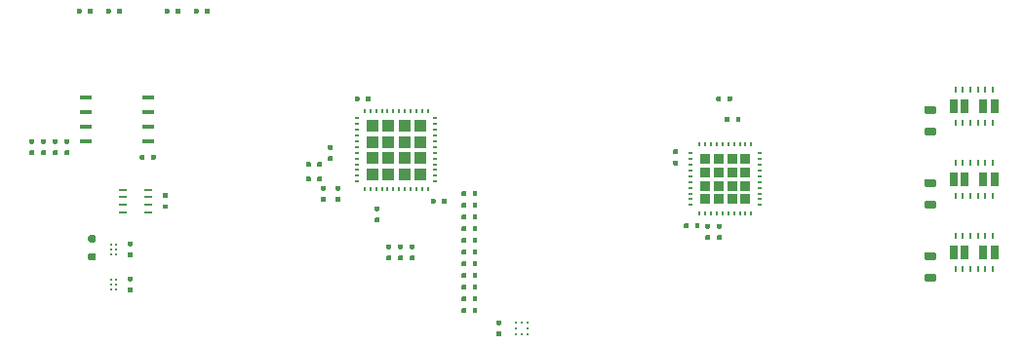
<source format=gbr>
G04 #@! TF.GenerationSoftware,KiCad,Pcbnew,5.0.0-4.fc29*
G04 #@! TF.CreationDate,2018-09-24T17:20:25+02:00*
G04 #@! TF.ProjectId,macro-motor,6D6163726F2D6D6F746F722E6B696361,rev?*
G04 #@! TF.SameCoordinates,PX916f720PY42c1d80*
G04 #@! TF.FileFunction,Paste,Top*
G04 #@! TF.FilePolarity,Positive*
%FSLAX46Y46*%
G04 Gerber Fmt 4.6, Leading zero omitted, Abs format (unit mm)*
G04 Created by KiCad (PCBNEW 5.0.0-4.fc29) date Mon Sep 24 17:20:25 2018*
%MOMM*%
%LPD*%
G01*
G04 APERTURE LIST*
%ADD10C,0.100000*%
%ADD11C,0.413000*%
%ADD12C,0.612500*%
%ADD13R,0.294000X0.553000*%
%ADD14R,0.800000X1.200000*%
%ADD15C,0.682500*%
%ADD16C,0.175000*%
%ADD17R,0.210000X0.350000*%
%ADD18R,0.350000X0.210000*%
%ADD19R,0.920000X0.920000*%
%ADD20R,0.742000X0.280000*%
%ADD21C,0.225000*%
%ADD22R,0.385000X0.210000*%
%ADD23R,0.210000X0.385000*%
%ADD24R,1.120000X1.120000*%
%ADD25R,1.085000X0.420000*%
%ADD26R,0.122500X0.192500*%
G04 APERTURE END LIST*
D10*
G04 #@! TO.C,C201*
G36*
X-35038630Y2278503D02*
X-35028607Y2277016D01*
X-35018778Y2274554D01*
X-35009238Y2271141D01*
X-35000078Y2266808D01*
X-34991387Y2261599D01*
X-34983249Y2255563D01*
X-34975741Y2248759D01*
X-34968937Y2241251D01*
X-34962901Y2233113D01*
X-34957692Y2224422D01*
X-34953359Y2215262D01*
X-34949946Y2205722D01*
X-34947484Y2195893D01*
X-34945997Y2185870D01*
X-34945500Y2175750D01*
X-34945500Y1934250D01*
X-34945997Y1924130D01*
X-34947484Y1914107D01*
X-34949946Y1904278D01*
X-34953359Y1894738D01*
X-34957692Y1885578D01*
X-34962901Y1876887D01*
X-34968937Y1868749D01*
X-34975741Y1861241D01*
X-34983249Y1854437D01*
X-34991387Y1848401D01*
X-35000078Y1843192D01*
X-35009238Y1838859D01*
X-35018778Y1835446D01*
X-35028607Y1832984D01*
X-35038630Y1831497D01*
X-35048750Y1831000D01*
X-35255250Y1831000D01*
X-35265370Y1831497D01*
X-35275393Y1832984D01*
X-35285222Y1835446D01*
X-35294762Y1838859D01*
X-35303922Y1843192D01*
X-35312613Y1848401D01*
X-35320751Y1854437D01*
X-35328259Y1861241D01*
X-35335063Y1868749D01*
X-35341099Y1876887D01*
X-35346308Y1885578D01*
X-35350641Y1894738D01*
X-35354054Y1904278D01*
X-35356516Y1914107D01*
X-35358003Y1924130D01*
X-35358500Y1934250D01*
X-35358500Y2175750D01*
X-35358003Y2185870D01*
X-35356516Y2195893D01*
X-35354054Y2205722D01*
X-35350641Y2215262D01*
X-35346308Y2224422D01*
X-35341099Y2233113D01*
X-35335063Y2241251D01*
X-35328259Y2248759D01*
X-35320751Y2255563D01*
X-35312613Y2261599D01*
X-35303922Y2266808D01*
X-35294762Y2271141D01*
X-35285222Y2274554D01*
X-35275393Y2277016D01*
X-35265370Y2278503D01*
X-35255250Y2279000D01*
X-35048750Y2279000D01*
X-35038630Y2278503D01*
X-35038630Y2278503D01*
G37*
D11*
X-35152000Y2055000D03*
D10*
G36*
X-36008630Y2278503D02*
X-35998607Y2277016D01*
X-35988778Y2274554D01*
X-35979238Y2271141D01*
X-35970078Y2266808D01*
X-35961387Y2261599D01*
X-35953249Y2255563D01*
X-35945741Y2248759D01*
X-35938937Y2241251D01*
X-35932901Y2233113D01*
X-35927692Y2224422D01*
X-35923359Y2215262D01*
X-35919946Y2205722D01*
X-35917484Y2195893D01*
X-35915997Y2185870D01*
X-35915500Y2175750D01*
X-35915500Y1934250D01*
X-35915997Y1924130D01*
X-35917484Y1914107D01*
X-35919946Y1904278D01*
X-35923359Y1894738D01*
X-35927692Y1885578D01*
X-35932901Y1876887D01*
X-35938937Y1868749D01*
X-35945741Y1861241D01*
X-35953249Y1854437D01*
X-35961387Y1848401D01*
X-35970078Y1843192D01*
X-35979238Y1838859D01*
X-35988778Y1835446D01*
X-35998607Y1832984D01*
X-36008630Y1831497D01*
X-36018750Y1831000D01*
X-36225250Y1831000D01*
X-36235370Y1831497D01*
X-36245393Y1832984D01*
X-36255222Y1835446D01*
X-36264762Y1838859D01*
X-36273922Y1843192D01*
X-36282613Y1848401D01*
X-36290751Y1854437D01*
X-36298259Y1861241D01*
X-36305063Y1868749D01*
X-36311099Y1876887D01*
X-36316308Y1885578D01*
X-36320641Y1894738D01*
X-36324054Y1904278D01*
X-36326516Y1914107D01*
X-36328003Y1924130D01*
X-36328500Y1934250D01*
X-36328500Y2175750D01*
X-36328003Y2185870D01*
X-36326516Y2195893D01*
X-36324054Y2205722D01*
X-36320641Y2215262D01*
X-36316308Y2224422D01*
X-36311099Y2233113D01*
X-36305063Y2241251D01*
X-36298259Y2248759D01*
X-36290751Y2255563D01*
X-36282613Y2261599D01*
X-36273922Y2266808D01*
X-36264762Y2271141D01*
X-36255222Y2274554D01*
X-36245393Y2277016D01*
X-36235370Y2278503D01*
X-36225250Y2279000D01*
X-36018750Y2279000D01*
X-36008630Y2278503D01*
X-36008630Y2278503D01*
G37*
D11*
X-36122000Y2055000D03*
G04 #@! TD*
D10*
G04 #@! TO.C,C101*
G36*
X-40291616Y-6300987D02*
X-40276752Y-6303192D01*
X-40262175Y-6306844D01*
X-40248027Y-6311906D01*
X-40234442Y-6318331D01*
X-40221553Y-6326056D01*
X-40209484Y-6335008D01*
X-40198349Y-6345099D01*
X-40188258Y-6356234D01*
X-40179306Y-6368303D01*
X-40171581Y-6381192D01*
X-40165156Y-6394777D01*
X-40160094Y-6408925D01*
X-40156442Y-6423502D01*
X-40154237Y-6438366D01*
X-40153500Y-6453375D01*
X-40153500Y-6759625D01*
X-40154237Y-6774634D01*
X-40156442Y-6789498D01*
X-40160094Y-6804075D01*
X-40165156Y-6818223D01*
X-40171581Y-6831808D01*
X-40179306Y-6844697D01*
X-40188258Y-6856766D01*
X-40198349Y-6867901D01*
X-40209484Y-6877992D01*
X-40221553Y-6886944D01*
X-40234442Y-6894669D01*
X-40248027Y-6901094D01*
X-40262175Y-6906156D01*
X-40276752Y-6909808D01*
X-40291616Y-6912013D01*
X-40306625Y-6912750D01*
X-40665375Y-6912750D01*
X-40680384Y-6912013D01*
X-40695248Y-6909808D01*
X-40709825Y-6906156D01*
X-40723973Y-6901094D01*
X-40737558Y-6894669D01*
X-40750447Y-6886944D01*
X-40762516Y-6877992D01*
X-40773651Y-6867901D01*
X-40783742Y-6856766D01*
X-40792694Y-6844697D01*
X-40800419Y-6831808D01*
X-40806844Y-6818223D01*
X-40811906Y-6804075D01*
X-40815558Y-6789498D01*
X-40817763Y-6774634D01*
X-40818500Y-6759625D01*
X-40818500Y-6453375D01*
X-40817763Y-6438366D01*
X-40815558Y-6423502D01*
X-40811906Y-6408925D01*
X-40806844Y-6394777D01*
X-40800419Y-6381192D01*
X-40792694Y-6368303D01*
X-40783742Y-6356234D01*
X-40773651Y-6345099D01*
X-40762516Y-6335008D01*
X-40750447Y-6326056D01*
X-40737558Y-6318331D01*
X-40723973Y-6311906D01*
X-40709825Y-6306844D01*
X-40695248Y-6303192D01*
X-40680384Y-6300987D01*
X-40665375Y-6300250D01*
X-40306625Y-6300250D01*
X-40291616Y-6300987D01*
X-40291616Y-6300987D01*
G37*
D12*
X-40486000Y-6606500D03*
D10*
G36*
X-40291616Y-4725987D02*
X-40276752Y-4728192D01*
X-40262175Y-4731844D01*
X-40248027Y-4736906D01*
X-40234442Y-4743331D01*
X-40221553Y-4751056D01*
X-40209484Y-4760008D01*
X-40198349Y-4770099D01*
X-40188258Y-4781234D01*
X-40179306Y-4793303D01*
X-40171581Y-4806192D01*
X-40165156Y-4819777D01*
X-40160094Y-4833925D01*
X-40156442Y-4848502D01*
X-40154237Y-4863366D01*
X-40153500Y-4878375D01*
X-40153500Y-5184625D01*
X-40154237Y-5199634D01*
X-40156442Y-5214498D01*
X-40160094Y-5229075D01*
X-40165156Y-5243223D01*
X-40171581Y-5256808D01*
X-40179306Y-5269697D01*
X-40188258Y-5281766D01*
X-40198349Y-5292901D01*
X-40209484Y-5302992D01*
X-40221553Y-5311944D01*
X-40234442Y-5319669D01*
X-40248027Y-5326094D01*
X-40262175Y-5331156D01*
X-40276752Y-5334808D01*
X-40291616Y-5337013D01*
X-40306625Y-5337750D01*
X-40665375Y-5337750D01*
X-40680384Y-5337013D01*
X-40695248Y-5334808D01*
X-40709825Y-5331156D01*
X-40723973Y-5326094D01*
X-40737558Y-5319669D01*
X-40750447Y-5311944D01*
X-40762516Y-5302992D01*
X-40773651Y-5292901D01*
X-40783742Y-5281766D01*
X-40792694Y-5269697D01*
X-40800419Y-5256808D01*
X-40806844Y-5243223D01*
X-40811906Y-5229075D01*
X-40815558Y-5214498D01*
X-40817763Y-5199634D01*
X-40818500Y-5184625D01*
X-40818500Y-4878375D01*
X-40817763Y-4863366D01*
X-40815558Y-4848502D01*
X-40811906Y-4833925D01*
X-40806844Y-4819777D01*
X-40800419Y-4806192D01*
X-40792694Y-4793303D01*
X-40783742Y-4781234D01*
X-40773651Y-4770099D01*
X-40762516Y-4760008D01*
X-40750447Y-4751056D01*
X-40737558Y-4743331D01*
X-40723973Y-4736906D01*
X-40709825Y-4731844D01*
X-40695248Y-4728192D01*
X-40680384Y-4725987D01*
X-40665375Y-4725250D01*
X-40306625Y-4725250D01*
X-40291616Y-4725987D01*
X-40291616Y-4725987D01*
G37*
D12*
X-40486000Y-5031500D03*
G04 #@! TD*
D10*
G04 #@! TO.C,C102*
G36*
X-37053130Y-8302997D02*
X-37043107Y-8304484D01*
X-37033278Y-8306946D01*
X-37023738Y-8310359D01*
X-37014578Y-8314692D01*
X-37005887Y-8319901D01*
X-36997749Y-8325937D01*
X-36990241Y-8332741D01*
X-36983437Y-8340249D01*
X-36977401Y-8348387D01*
X-36972192Y-8357078D01*
X-36967859Y-8366238D01*
X-36964446Y-8375778D01*
X-36961984Y-8385607D01*
X-36960497Y-8395630D01*
X-36960000Y-8405750D01*
X-36960000Y-8612250D01*
X-36960497Y-8622370D01*
X-36961984Y-8632393D01*
X-36964446Y-8642222D01*
X-36967859Y-8651762D01*
X-36972192Y-8660922D01*
X-36977401Y-8669613D01*
X-36983437Y-8677751D01*
X-36990241Y-8685259D01*
X-36997749Y-8692063D01*
X-37005887Y-8698099D01*
X-37014578Y-8703308D01*
X-37023738Y-8707641D01*
X-37033278Y-8711054D01*
X-37043107Y-8713516D01*
X-37053130Y-8715003D01*
X-37063250Y-8715500D01*
X-37304750Y-8715500D01*
X-37314870Y-8715003D01*
X-37324893Y-8713516D01*
X-37334722Y-8711054D01*
X-37344262Y-8707641D01*
X-37353422Y-8703308D01*
X-37362113Y-8698099D01*
X-37370251Y-8692063D01*
X-37377759Y-8685259D01*
X-37384563Y-8677751D01*
X-37390599Y-8669613D01*
X-37395808Y-8660922D01*
X-37400141Y-8651762D01*
X-37403554Y-8642222D01*
X-37406016Y-8632393D01*
X-37407503Y-8622370D01*
X-37408000Y-8612250D01*
X-37408000Y-8405750D01*
X-37407503Y-8395630D01*
X-37406016Y-8385607D01*
X-37403554Y-8375778D01*
X-37400141Y-8366238D01*
X-37395808Y-8357078D01*
X-37390599Y-8348387D01*
X-37384563Y-8340249D01*
X-37377759Y-8332741D01*
X-37370251Y-8325937D01*
X-37362113Y-8319901D01*
X-37353422Y-8314692D01*
X-37344262Y-8310359D01*
X-37334722Y-8306946D01*
X-37324893Y-8304484D01*
X-37314870Y-8302997D01*
X-37304750Y-8302500D01*
X-37063250Y-8302500D01*
X-37053130Y-8302997D01*
X-37053130Y-8302997D01*
G37*
D11*
X-37184000Y-8509000D03*
D10*
G36*
X-37053130Y-9272997D02*
X-37043107Y-9274484D01*
X-37033278Y-9276946D01*
X-37023738Y-9280359D01*
X-37014578Y-9284692D01*
X-37005887Y-9289901D01*
X-36997749Y-9295937D01*
X-36990241Y-9302741D01*
X-36983437Y-9310249D01*
X-36977401Y-9318387D01*
X-36972192Y-9327078D01*
X-36967859Y-9336238D01*
X-36964446Y-9345778D01*
X-36961984Y-9355607D01*
X-36960497Y-9365630D01*
X-36960000Y-9375750D01*
X-36960000Y-9582250D01*
X-36960497Y-9592370D01*
X-36961984Y-9602393D01*
X-36964446Y-9612222D01*
X-36967859Y-9621762D01*
X-36972192Y-9630922D01*
X-36977401Y-9639613D01*
X-36983437Y-9647751D01*
X-36990241Y-9655259D01*
X-36997749Y-9662063D01*
X-37005887Y-9668099D01*
X-37014578Y-9673308D01*
X-37023738Y-9677641D01*
X-37033278Y-9681054D01*
X-37043107Y-9683516D01*
X-37053130Y-9685003D01*
X-37063250Y-9685500D01*
X-37304750Y-9685500D01*
X-37314870Y-9685003D01*
X-37324893Y-9683516D01*
X-37334722Y-9681054D01*
X-37344262Y-9677641D01*
X-37353422Y-9673308D01*
X-37362113Y-9668099D01*
X-37370251Y-9662063D01*
X-37377759Y-9655259D01*
X-37384563Y-9647751D01*
X-37390599Y-9639613D01*
X-37395808Y-9630922D01*
X-37400141Y-9621762D01*
X-37403554Y-9612222D01*
X-37406016Y-9602393D01*
X-37407503Y-9592370D01*
X-37408000Y-9582250D01*
X-37408000Y-9375750D01*
X-37407503Y-9365630D01*
X-37406016Y-9355607D01*
X-37403554Y-9345778D01*
X-37400141Y-9336238D01*
X-37395808Y-9327078D01*
X-37390599Y-9318387D01*
X-37384563Y-9310249D01*
X-37377759Y-9302741D01*
X-37370251Y-9295937D01*
X-37362113Y-9289901D01*
X-37353422Y-9284692D01*
X-37344262Y-9280359D01*
X-37334722Y-9276946D01*
X-37324893Y-9274484D01*
X-37314870Y-9272997D01*
X-37304750Y-9272500D01*
X-37063250Y-9272500D01*
X-37053130Y-9272997D01*
X-37053130Y-9272997D01*
G37*
D11*
X-37184000Y-9479000D03*
G04 #@! TD*
D10*
G04 #@! TO.C,C103*
G36*
X-37053130Y-5254997D02*
X-37043107Y-5256484D01*
X-37033278Y-5258946D01*
X-37023738Y-5262359D01*
X-37014578Y-5266692D01*
X-37005887Y-5271901D01*
X-36997749Y-5277937D01*
X-36990241Y-5284741D01*
X-36983437Y-5292249D01*
X-36977401Y-5300387D01*
X-36972192Y-5309078D01*
X-36967859Y-5318238D01*
X-36964446Y-5327778D01*
X-36961984Y-5337607D01*
X-36960497Y-5347630D01*
X-36960000Y-5357750D01*
X-36960000Y-5564250D01*
X-36960497Y-5574370D01*
X-36961984Y-5584393D01*
X-36964446Y-5594222D01*
X-36967859Y-5603762D01*
X-36972192Y-5612922D01*
X-36977401Y-5621613D01*
X-36983437Y-5629751D01*
X-36990241Y-5637259D01*
X-36997749Y-5644063D01*
X-37005887Y-5650099D01*
X-37014578Y-5655308D01*
X-37023738Y-5659641D01*
X-37033278Y-5663054D01*
X-37043107Y-5665516D01*
X-37053130Y-5667003D01*
X-37063250Y-5667500D01*
X-37304750Y-5667500D01*
X-37314870Y-5667003D01*
X-37324893Y-5665516D01*
X-37334722Y-5663054D01*
X-37344262Y-5659641D01*
X-37353422Y-5655308D01*
X-37362113Y-5650099D01*
X-37370251Y-5644063D01*
X-37377759Y-5637259D01*
X-37384563Y-5629751D01*
X-37390599Y-5621613D01*
X-37395808Y-5612922D01*
X-37400141Y-5603762D01*
X-37403554Y-5594222D01*
X-37406016Y-5584393D01*
X-37407503Y-5574370D01*
X-37408000Y-5564250D01*
X-37408000Y-5357750D01*
X-37407503Y-5347630D01*
X-37406016Y-5337607D01*
X-37403554Y-5327778D01*
X-37400141Y-5318238D01*
X-37395808Y-5309078D01*
X-37390599Y-5300387D01*
X-37384563Y-5292249D01*
X-37377759Y-5284741D01*
X-37370251Y-5277937D01*
X-37362113Y-5271901D01*
X-37353422Y-5266692D01*
X-37344262Y-5262359D01*
X-37334722Y-5258946D01*
X-37324893Y-5256484D01*
X-37314870Y-5254997D01*
X-37304750Y-5254500D01*
X-37063250Y-5254500D01*
X-37053130Y-5254997D01*
X-37053130Y-5254997D01*
G37*
D11*
X-37184000Y-5461000D03*
D10*
G36*
X-37053130Y-6224997D02*
X-37043107Y-6226484D01*
X-37033278Y-6228946D01*
X-37023738Y-6232359D01*
X-37014578Y-6236692D01*
X-37005887Y-6241901D01*
X-36997749Y-6247937D01*
X-36990241Y-6254741D01*
X-36983437Y-6262249D01*
X-36977401Y-6270387D01*
X-36972192Y-6279078D01*
X-36967859Y-6288238D01*
X-36964446Y-6297778D01*
X-36961984Y-6307607D01*
X-36960497Y-6317630D01*
X-36960000Y-6327750D01*
X-36960000Y-6534250D01*
X-36960497Y-6544370D01*
X-36961984Y-6554393D01*
X-36964446Y-6564222D01*
X-36967859Y-6573762D01*
X-36972192Y-6582922D01*
X-36977401Y-6591613D01*
X-36983437Y-6599751D01*
X-36990241Y-6607259D01*
X-36997749Y-6614063D01*
X-37005887Y-6620099D01*
X-37014578Y-6625308D01*
X-37023738Y-6629641D01*
X-37033278Y-6633054D01*
X-37043107Y-6635516D01*
X-37053130Y-6637003D01*
X-37063250Y-6637500D01*
X-37304750Y-6637500D01*
X-37314870Y-6637003D01*
X-37324893Y-6635516D01*
X-37334722Y-6633054D01*
X-37344262Y-6629641D01*
X-37353422Y-6625308D01*
X-37362113Y-6620099D01*
X-37370251Y-6614063D01*
X-37377759Y-6607259D01*
X-37384563Y-6599751D01*
X-37390599Y-6591613D01*
X-37395808Y-6582922D01*
X-37400141Y-6573762D01*
X-37403554Y-6564222D01*
X-37406016Y-6554393D01*
X-37407503Y-6544370D01*
X-37408000Y-6534250D01*
X-37408000Y-6327750D01*
X-37407503Y-6317630D01*
X-37406016Y-6307607D01*
X-37403554Y-6297778D01*
X-37400141Y-6288238D01*
X-37395808Y-6279078D01*
X-37390599Y-6270387D01*
X-37384563Y-6262249D01*
X-37377759Y-6254741D01*
X-37370251Y-6247937D01*
X-37362113Y-6241901D01*
X-37353422Y-6236692D01*
X-37344262Y-6232359D01*
X-37334722Y-6228946D01*
X-37324893Y-6226484D01*
X-37314870Y-6224997D01*
X-37304750Y-6224500D01*
X-37063250Y-6224500D01*
X-37053130Y-6224997D01*
X-37053130Y-6224997D01*
G37*
D11*
X-37184000Y-6431000D03*
G04 #@! TD*
D10*
G04 #@! TO.C,C303*
G36*
X14127870Y-3730997D02*
X14137893Y-3732484D01*
X14147722Y-3734946D01*
X14157262Y-3738359D01*
X14166422Y-3742692D01*
X14175113Y-3747901D01*
X14183251Y-3753937D01*
X14190759Y-3760741D01*
X14197563Y-3768249D01*
X14203599Y-3776387D01*
X14208808Y-3785078D01*
X14213141Y-3794238D01*
X14216554Y-3803778D01*
X14219016Y-3813607D01*
X14220503Y-3823630D01*
X14221000Y-3833750D01*
X14221000Y-4040250D01*
X14220503Y-4050370D01*
X14219016Y-4060393D01*
X14216554Y-4070222D01*
X14213141Y-4079762D01*
X14208808Y-4088922D01*
X14203599Y-4097613D01*
X14197563Y-4105751D01*
X14190759Y-4113259D01*
X14183251Y-4120063D01*
X14175113Y-4126099D01*
X14166422Y-4131308D01*
X14157262Y-4135641D01*
X14147722Y-4139054D01*
X14137893Y-4141516D01*
X14127870Y-4143003D01*
X14117750Y-4143500D01*
X13876250Y-4143500D01*
X13866130Y-4143003D01*
X13856107Y-4141516D01*
X13846278Y-4139054D01*
X13836738Y-4135641D01*
X13827578Y-4131308D01*
X13818887Y-4126099D01*
X13810749Y-4120063D01*
X13803241Y-4113259D01*
X13796437Y-4105751D01*
X13790401Y-4097613D01*
X13785192Y-4088922D01*
X13780859Y-4079762D01*
X13777446Y-4070222D01*
X13774984Y-4060393D01*
X13773497Y-4050370D01*
X13773000Y-4040250D01*
X13773000Y-3833750D01*
X13773497Y-3823630D01*
X13774984Y-3813607D01*
X13777446Y-3803778D01*
X13780859Y-3794238D01*
X13785192Y-3785078D01*
X13790401Y-3776387D01*
X13796437Y-3768249D01*
X13803241Y-3760741D01*
X13810749Y-3753937D01*
X13818887Y-3747901D01*
X13827578Y-3742692D01*
X13836738Y-3738359D01*
X13846278Y-3734946D01*
X13856107Y-3732484D01*
X13866130Y-3730997D01*
X13876250Y-3730500D01*
X14117750Y-3730500D01*
X14127870Y-3730997D01*
X14127870Y-3730997D01*
G37*
D11*
X13997000Y-3937000D03*
D10*
G36*
X14127870Y-4700997D02*
X14137893Y-4702484D01*
X14147722Y-4704946D01*
X14157262Y-4708359D01*
X14166422Y-4712692D01*
X14175113Y-4717901D01*
X14183251Y-4723937D01*
X14190759Y-4730741D01*
X14197563Y-4738249D01*
X14203599Y-4746387D01*
X14208808Y-4755078D01*
X14213141Y-4764238D01*
X14216554Y-4773778D01*
X14219016Y-4783607D01*
X14220503Y-4793630D01*
X14221000Y-4803750D01*
X14221000Y-5010250D01*
X14220503Y-5020370D01*
X14219016Y-5030393D01*
X14216554Y-5040222D01*
X14213141Y-5049762D01*
X14208808Y-5058922D01*
X14203599Y-5067613D01*
X14197563Y-5075751D01*
X14190759Y-5083259D01*
X14183251Y-5090063D01*
X14175113Y-5096099D01*
X14166422Y-5101308D01*
X14157262Y-5105641D01*
X14147722Y-5109054D01*
X14137893Y-5111516D01*
X14127870Y-5113003D01*
X14117750Y-5113500D01*
X13876250Y-5113500D01*
X13866130Y-5113003D01*
X13856107Y-5111516D01*
X13846278Y-5109054D01*
X13836738Y-5105641D01*
X13827578Y-5101308D01*
X13818887Y-5096099D01*
X13810749Y-5090063D01*
X13803241Y-5083259D01*
X13796437Y-5075751D01*
X13790401Y-5067613D01*
X13785192Y-5058922D01*
X13780859Y-5049762D01*
X13777446Y-5040222D01*
X13774984Y-5030393D01*
X13773497Y-5020370D01*
X13773000Y-5010250D01*
X13773000Y-4803750D01*
X13773497Y-4793630D01*
X13774984Y-4783607D01*
X13777446Y-4773778D01*
X13780859Y-4764238D01*
X13785192Y-4755078D01*
X13790401Y-4746387D01*
X13796437Y-4738249D01*
X13803241Y-4730741D01*
X13810749Y-4723937D01*
X13818887Y-4717901D01*
X13827578Y-4712692D01*
X13836738Y-4708359D01*
X13846278Y-4704946D01*
X13856107Y-4702484D01*
X13866130Y-4700997D01*
X13876250Y-4700500D01*
X14117750Y-4700500D01*
X14127870Y-4700997D01*
X14127870Y-4700997D01*
G37*
D11*
X13997000Y-4907000D03*
G04 #@! TD*
D10*
G04 #@! TO.C,C304*
G36*
X10317870Y1753003D02*
X10327893Y1751516D01*
X10337722Y1749054D01*
X10347262Y1745641D01*
X10356422Y1741308D01*
X10365113Y1736099D01*
X10373251Y1730063D01*
X10380759Y1723259D01*
X10387563Y1715751D01*
X10393599Y1707613D01*
X10398808Y1698922D01*
X10403141Y1689762D01*
X10406554Y1680222D01*
X10409016Y1670393D01*
X10410503Y1660370D01*
X10411000Y1650250D01*
X10411000Y1443750D01*
X10410503Y1433630D01*
X10409016Y1423607D01*
X10406554Y1413778D01*
X10403141Y1404238D01*
X10398808Y1395078D01*
X10393599Y1386387D01*
X10387563Y1378249D01*
X10380759Y1370741D01*
X10373251Y1363937D01*
X10365113Y1357901D01*
X10356422Y1352692D01*
X10347262Y1348359D01*
X10337722Y1344946D01*
X10327893Y1342484D01*
X10317870Y1340997D01*
X10307750Y1340500D01*
X10066250Y1340500D01*
X10056130Y1340997D01*
X10046107Y1342484D01*
X10036278Y1344946D01*
X10026738Y1348359D01*
X10017578Y1352692D01*
X10008887Y1357901D01*
X10000749Y1363937D01*
X9993241Y1370741D01*
X9986437Y1378249D01*
X9980401Y1386387D01*
X9975192Y1395078D01*
X9970859Y1404238D01*
X9967446Y1413778D01*
X9964984Y1423607D01*
X9963497Y1433630D01*
X9963000Y1443750D01*
X9963000Y1650250D01*
X9963497Y1660370D01*
X9964984Y1670393D01*
X9967446Y1680222D01*
X9970859Y1689762D01*
X9975192Y1698922D01*
X9980401Y1707613D01*
X9986437Y1715751D01*
X9993241Y1723259D01*
X10000749Y1730063D01*
X10008887Y1736099D01*
X10017578Y1741308D01*
X10026738Y1745641D01*
X10036278Y1749054D01*
X10046107Y1751516D01*
X10056130Y1753003D01*
X10066250Y1753500D01*
X10307750Y1753500D01*
X10317870Y1753003D01*
X10317870Y1753003D01*
G37*
D11*
X10187000Y1547000D03*
D10*
G36*
X10317870Y2723003D02*
X10327893Y2721516D01*
X10337722Y2719054D01*
X10347262Y2715641D01*
X10356422Y2711308D01*
X10365113Y2706099D01*
X10373251Y2700063D01*
X10380759Y2693259D01*
X10387563Y2685751D01*
X10393599Y2677613D01*
X10398808Y2668922D01*
X10403141Y2659762D01*
X10406554Y2650222D01*
X10409016Y2640393D01*
X10410503Y2630370D01*
X10411000Y2620250D01*
X10411000Y2413750D01*
X10410503Y2403630D01*
X10409016Y2393607D01*
X10406554Y2383778D01*
X10403141Y2374238D01*
X10398808Y2365078D01*
X10393599Y2356387D01*
X10387563Y2348249D01*
X10380759Y2340741D01*
X10373251Y2333937D01*
X10365113Y2327901D01*
X10356422Y2322692D01*
X10347262Y2318359D01*
X10337722Y2314946D01*
X10327893Y2312484D01*
X10317870Y2310997D01*
X10307750Y2310500D01*
X10066250Y2310500D01*
X10056130Y2310997D01*
X10046107Y2312484D01*
X10036278Y2314946D01*
X10026738Y2318359D01*
X10017578Y2322692D01*
X10008887Y2327901D01*
X10000749Y2333937D01*
X9993241Y2340741D01*
X9986437Y2348249D01*
X9980401Y2356387D01*
X9975192Y2365078D01*
X9970859Y2374238D01*
X9967446Y2383778D01*
X9964984Y2393607D01*
X9963497Y2403630D01*
X9963000Y2413750D01*
X9963000Y2620250D01*
X9963497Y2630370D01*
X9964984Y2640393D01*
X9967446Y2650222D01*
X9970859Y2659762D01*
X9975192Y2668922D01*
X9980401Y2677613D01*
X9986437Y2685751D01*
X9993241Y2693259D01*
X10000749Y2700063D01*
X10008887Y2706099D01*
X10017578Y2711308D01*
X10026738Y2715641D01*
X10036278Y2719054D01*
X10046107Y2721516D01*
X10056130Y2723003D01*
X10066250Y2723500D01*
X10307750Y2723500D01*
X10317870Y2723003D01*
X10317870Y2723003D01*
G37*
D11*
X10187000Y2517000D03*
G04 #@! TD*
D10*
G04 #@! TO.C,C305*
G36*
X13111870Y-4700997D02*
X13121893Y-4702484D01*
X13131722Y-4704946D01*
X13141262Y-4708359D01*
X13150422Y-4712692D01*
X13159113Y-4717901D01*
X13167251Y-4723937D01*
X13174759Y-4730741D01*
X13181563Y-4738249D01*
X13187599Y-4746387D01*
X13192808Y-4755078D01*
X13197141Y-4764238D01*
X13200554Y-4773778D01*
X13203016Y-4783607D01*
X13204503Y-4793630D01*
X13205000Y-4803750D01*
X13205000Y-5010250D01*
X13204503Y-5020370D01*
X13203016Y-5030393D01*
X13200554Y-5040222D01*
X13197141Y-5049762D01*
X13192808Y-5058922D01*
X13187599Y-5067613D01*
X13181563Y-5075751D01*
X13174759Y-5083259D01*
X13167251Y-5090063D01*
X13159113Y-5096099D01*
X13150422Y-5101308D01*
X13141262Y-5105641D01*
X13131722Y-5109054D01*
X13121893Y-5111516D01*
X13111870Y-5113003D01*
X13101750Y-5113500D01*
X12860250Y-5113500D01*
X12850130Y-5113003D01*
X12840107Y-5111516D01*
X12830278Y-5109054D01*
X12820738Y-5105641D01*
X12811578Y-5101308D01*
X12802887Y-5096099D01*
X12794749Y-5090063D01*
X12787241Y-5083259D01*
X12780437Y-5075751D01*
X12774401Y-5067613D01*
X12769192Y-5058922D01*
X12764859Y-5049762D01*
X12761446Y-5040222D01*
X12758984Y-5030393D01*
X12757497Y-5020370D01*
X12757000Y-5010250D01*
X12757000Y-4803750D01*
X12757497Y-4793630D01*
X12758984Y-4783607D01*
X12761446Y-4773778D01*
X12764859Y-4764238D01*
X12769192Y-4755078D01*
X12774401Y-4746387D01*
X12780437Y-4738249D01*
X12787241Y-4730741D01*
X12794749Y-4723937D01*
X12802887Y-4717901D01*
X12811578Y-4712692D01*
X12820738Y-4708359D01*
X12830278Y-4704946D01*
X12840107Y-4702484D01*
X12850130Y-4700997D01*
X12860250Y-4700500D01*
X13101750Y-4700500D01*
X13111870Y-4700997D01*
X13111870Y-4700997D01*
G37*
D11*
X12981000Y-4907000D03*
D10*
G36*
X13111870Y-3730997D02*
X13121893Y-3732484D01*
X13131722Y-3734946D01*
X13141262Y-3738359D01*
X13150422Y-3742692D01*
X13159113Y-3747901D01*
X13167251Y-3753937D01*
X13174759Y-3760741D01*
X13181563Y-3768249D01*
X13187599Y-3776387D01*
X13192808Y-3785078D01*
X13197141Y-3794238D01*
X13200554Y-3803778D01*
X13203016Y-3813607D01*
X13204503Y-3823630D01*
X13205000Y-3833750D01*
X13205000Y-4040250D01*
X13204503Y-4050370D01*
X13203016Y-4060393D01*
X13200554Y-4070222D01*
X13197141Y-4079762D01*
X13192808Y-4088922D01*
X13187599Y-4097613D01*
X13181563Y-4105751D01*
X13174759Y-4113259D01*
X13167251Y-4120063D01*
X13159113Y-4126099D01*
X13150422Y-4131308D01*
X13141262Y-4135641D01*
X13131722Y-4139054D01*
X13121893Y-4141516D01*
X13111870Y-4143003D01*
X13101750Y-4143500D01*
X12860250Y-4143500D01*
X12850130Y-4143003D01*
X12840107Y-4141516D01*
X12830278Y-4139054D01*
X12820738Y-4135641D01*
X12811578Y-4131308D01*
X12802887Y-4126099D01*
X12794749Y-4120063D01*
X12787241Y-4113259D01*
X12780437Y-4105751D01*
X12774401Y-4097613D01*
X12769192Y-4088922D01*
X12764859Y-4079762D01*
X12761446Y-4070222D01*
X12758984Y-4060393D01*
X12757497Y-4050370D01*
X12757000Y-4040250D01*
X12757000Y-3833750D01*
X12757497Y-3823630D01*
X12758984Y-3813607D01*
X12761446Y-3803778D01*
X12764859Y-3794238D01*
X12769192Y-3785078D01*
X12774401Y-3776387D01*
X12780437Y-3768249D01*
X12787241Y-3760741D01*
X12794749Y-3753937D01*
X12802887Y-3747901D01*
X12811578Y-3742692D01*
X12820738Y-3738359D01*
X12830278Y-3734946D01*
X12840107Y-3732484D01*
X12850130Y-3730997D01*
X12860250Y-3730500D01*
X13101750Y-3730500D01*
X13111870Y-3730997D01*
X13111870Y-3730997D01*
G37*
D11*
X12981000Y-3937000D03*
G04 #@! TD*
D10*
G04 #@! TO.C,C306*
G36*
X11212370Y-3690497D02*
X11222393Y-3691984D01*
X11232222Y-3694446D01*
X11241762Y-3697859D01*
X11250922Y-3702192D01*
X11259613Y-3707401D01*
X11267751Y-3713437D01*
X11275259Y-3720241D01*
X11282063Y-3727749D01*
X11288099Y-3735887D01*
X11293308Y-3744578D01*
X11297641Y-3753738D01*
X11301054Y-3763278D01*
X11303516Y-3773107D01*
X11305003Y-3783130D01*
X11305500Y-3793250D01*
X11305500Y-4034750D01*
X11305003Y-4044870D01*
X11303516Y-4054893D01*
X11301054Y-4064722D01*
X11297641Y-4074262D01*
X11293308Y-4083422D01*
X11288099Y-4092113D01*
X11282063Y-4100251D01*
X11275259Y-4107759D01*
X11267751Y-4114563D01*
X11259613Y-4120599D01*
X11250922Y-4125808D01*
X11241762Y-4130141D01*
X11232222Y-4133554D01*
X11222393Y-4136016D01*
X11212370Y-4137503D01*
X11202250Y-4138000D01*
X10995750Y-4138000D01*
X10985630Y-4137503D01*
X10975607Y-4136016D01*
X10965778Y-4133554D01*
X10956238Y-4130141D01*
X10947078Y-4125808D01*
X10938387Y-4120599D01*
X10930249Y-4114563D01*
X10922741Y-4107759D01*
X10915937Y-4100251D01*
X10909901Y-4092113D01*
X10904692Y-4083422D01*
X10900359Y-4074262D01*
X10896946Y-4064722D01*
X10894484Y-4054893D01*
X10892997Y-4044870D01*
X10892500Y-4034750D01*
X10892500Y-3793250D01*
X10892997Y-3783130D01*
X10894484Y-3773107D01*
X10896946Y-3763278D01*
X10900359Y-3753738D01*
X10904692Y-3744578D01*
X10909901Y-3735887D01*
X10915937Y-3727749D01*
X10922741Y-3720241D01*
X10930249Y-3713437D01*
X10938387Y-3707401D01*
X10947078Y-3702192D01*
X10956238Y-3697859D01*
X10965778Y-3694446D01*
X10975607Y-3691984D01*
X10985630Y-3690497D01*
X10995750Y-3690000D01*
X11202250Y-3690000D01*
X11212370Y-3690497D01*
X11212370Y-3690497D01*
G37*
D11*
X11099000Y-3914000D03*
D10*
G36*
X12182370Y-3690497D02*
X12192393Y-3691984D01*
X12202222Y-3694446D01*
X12211762Y-3697859D01*
X12220922Y-3702192D01*
X12229613Y-3707401D01*
X12237751Y-3713437D01*
X12245259Y-3720241D01*
X12252063Y-3727749D01*
X12258099Y-3735887D01*
X12263308Y-3744578D01*
X12267641Y-3753738D01*
X12271054Y-3763278D01*
X12273516Y-3773107D01*
X12275003Y-3783130D01*
X12275500Y-3793250D01*
X12275500Y-4034750D01*
X12275003Y-4044870D01*
X12273516Y-4054893D01*
X12271054Y-4064722D01*
X12267641Y-4074262D01*
X12263308Y-4083422D01*
X12258099Y-4092113D01*
X12252063Y-4100251D01*
X12245259Y-4107759D01*
X12237751Y-4114563D01*
X12229613Y-4120599D01*
X12220922Y-4125808D01*
X12211762Y-4130141D01*
X12202222Y-4133554D01*
X12192393Y-4136016D01*
X12182370Y-4137503D01*
X12172250Y-4138000D01*
X11965750Y-4138000D01*
X11955630Y-4137503D01*
X11945607Y-4136016D01*
X11935778Y-4133554D01*
X11926238Y-4130141D01*
X11917078Y-4125808D01*
X11908387Y-4120599D01*
X11900249Y-4114563D01*
X11892741Y-4107759D01*
X11885937Y-4100251D01*
X11879901Y-4092113D01*
X11874692Y-4083422D01*
X11870359Y-4074262D01*
X11866946Y-4064722D01*
X11864484Y-4054893D01*
X11862997Y-4044870D01*
X11862500Y-4034750D01*
X11862500Y-3793250D01*
X11862997Y-3783130D01*
X11864484Y-3773107D01*
X11866946Y-3763278D01*
X11870359Y-3753738D01*
X11874692Y-3744578D01*
X11879901Y-3735887D01*
X11885937Y-3727749D01*
X11892741Y-3720241D01*
X11900249Y-3713437D01*
X11908387Y-3707401D01*
X11917078Y-3702192D01*
X11926238Y-3697859D01*
X11935778Y-3694446D01*
X11945607Y-3691984D01*
X11955630Y-3690497D01*
X11965750Y-3690000D01*
X12172250Y-3690000D01*
X12182370Y-3690497D01*
X12182370Y-3690497D01*
G37*
D11*
X12069000Y-3914000D03*
G04 #@! TD*
D10*
G04 #@! TO.C,C401*
G36*
X-34005130Y-1063997D02*
X-33995107Y-1065484D01*
X-33985278Y-1067946D01*
X-33975738Y-1071359D01*
X-33966578Y-1075692D01*
X-33957887Y-1080901D01*
X-33949749Y-1086937D01*
X-33942241Y-1093741D01*
X-33935437Y-1101249D01*
X-33929401Y-1109387D01*
X-33924192Y-1118078D01*
X-33919859Y-1127238D01*
X-33916446Y-1136778D01*
X-33913984Y-1146607D01*
X-33912497Y-1156630D01*
X-33912000Y-1166750D01*
X-33912000Y-1373250D01*
X-33912497Y-1383370D01*
X-33913984Y-1393393D01*
X-33916446Y-1403222D01*
X-33919859Y-1412762D01*
X-33924192Y-1421922D01*
X-33929401Y-1430613D01*
X-33935437Y-1438751D01*
X-33942241Y-1446259D01*
X-33949749Y-1453063D01*
X-33957887Y-1459099D01*
X-33966578Y-1464308D01*
X-33975738Y-1468641D01*
X-33985278Y-1472054D01*
X-33995107Y-1474516D01*
X-34005130Y-1476003D01*
X-34015250Y-1476500D01*
X-34256750Y-1476500D01*
X-34266870Y-1476003D01*
X-34276893Y-1474516D01*
X-34286722Y-1472054D01*
X-34296262Y-1468641D01*
X-34305422Y-1464308D01*
X-34314113Y-1459099D01*
X-34322251Y-1453063D01*
X-34329759Y-1446259D01*
X-34336563Y-1438751D01*
X-34342599Y-1430613D01*
X-34347808Y-1421922D01*
X-34352141Y-1412762D01*
X-34355554Y-1403222D01*
X-34358016Y-1393393D01*
X-34359503Y-1383370D01*
X-34360000Y-1373250D01*
X-34360000Y-1166750D01*
X-34359503Y-1156630D01*
X-34358016Y-1146607D01*
X-34355554Y-1136778D01*
X-34352141Y-1127238D01*
X-34347808Y-1118078D01*
X-34342599Y-1109387D01*
X-34336563Y-1101249D01*
X-34329759Y-1093741D01*
X-34322251Y-1086937D01*
X-34314113Y-1080901D01*
X-34305422Y-1075692D01*
X-34296262Y-1071359D01*
X-34286722Y-1067946D01*
X-34276893Y-1065484D01*
X-34266870Y-1063997D01*
X-34256750Y-1063500D01*
X-34015250Y-1063500D01*
X-34005130Y-1063997D01*
X-34005130Y-1063997D01*
G37*
D11*
X-34136000Y-1270000D03*
D10*
G36*
X-34005130Y-2033997D02*
X-33995107Y-2035484D01*
X-33985278Y-2037946D01*
X-33975738Y-2041359D01*
X-33966578Y-2045692D01*
X-33957887Y-2050901D01*
X-33949749Y-2056937D01*
X-33942241Y-2063741D01*
X-33935437Y-2071249D01*
X-33929401Y-2079387D01*
X-33924192Y-2088078D01*
X-33919859Y-2097238D01*
X-33916446Y-2106778D01*
X-33913984Y-2116607D01*
X-33912497Y-2126630D01*
X-33912000Y-2136750D01*
X-33912000Y-2343250D01*
X-33912497Y-2353370D01*
X-33913984Y-2363393D01*
X-33916446Y-2373222D01*
X-33919859Y-2382762D01*
X-33924192Y-2391922D01*
X-33929401Y-2400613D01*
X-33935437Y-2408751D01*
X-33942241Y-2416259D01*
X-33949749Y-2423063D01*
X-33957887Y-2429099D01*
X-33966578Y-2434308D01*
X-33975738Y-2438641D01*
X-33985278Y-2442054D01*
X-33995107Y-2444516D01*
X-34005130Y-2446003D01*
X-34015250Y-2446500D01*
X-34256750Y-2446500D01*
X-34266870Y-2446003D01*
X-34276893Y-2444516D01*
X-34286722Y-2442054D01*
X-34296262Y-2438641D01*
X-34305422Y-2434308D01*
X-34314113Y-2429099D01*
X-34322251Y-2423063D01*
X-34329759Y-2416259D01*
X-34336563Y-2408751D01*
X-34342599Y-2400613D01*
X-34347808Y-2391922D01*
X-34352141Y-2382762D01*
X-34355554Y-2373222D01*
X-34358016Y-2363393D01*
X-34359503Y-2353370D01*
X-34360000Y-2343250D01*
X-34360000Y-2136750D01*
X-34359503Y-2126630D01*
X-34358016Y-2116607D01*
X-34355554Y-2106778D01*
X-34352141Y-2097238D01*
X-34347808Y-2088078D01*
X-34342599Y-2079387D01*
X-34336563Y-2071249D01*
X-34329759Y-2063741D01*
X-34322251Y-2056937D01*
X-34314113Y-2050901D01*
X-34305422Y-2045692D01*
X-34296262Y-2041359D01*
X-34286722Y-2037946D01*
X-34276893Y-2035484D01*
X-34266870Y-2033997D01*
X-34256750Y-2033500D01*
X-34015250Y-2033500D01*
X-34005130Y-2033997D01*
X-34005130Y-2033997D01*
G37*
D11*
X-34136000Y-2240000D03*
G04 #@! TD*
D10*
G04 #@! TO.C,C601*
G36*
X-19654130Y3104003D02*
X-19644107Y3102516D01*
X-19634278Y3100054D01*
X-19624738Y3096641D01*
X-19615578Y3092308D01*
X-19606887Y3087099D01*
X-19598749Y3081063D01*
X-19591241Y3074259D01*
X-19584437Y3066751D01*
X-19578401Y3058613D01*
X-19573192Y3049922D01*
X-19568859Y3040762D01*
X-19565446Y3031222D01*
X-19562984Y3021393D01*
X-19561497Y3011370D01*
X-19561000Y3001250D01*
X-19561000Y2794750D01*
X-19561497Y2784630D01*
X-19562984Y2774607D01*
X-19565446Y2764778D01*
X-19568859Y2755238D01*
X-19573192Y2746078D01*
X-19578401Y2737387D01*
X-19584437Y2729249D01*
X-19591241Y2721741D01*
X-19598749Y2714937D01*
X-19606887Y2708901D01*
X-19615578Y2703692D01*
X-19624738Y2699359D01*
X-19634278Y2695946D01*
X-19644107Y2693484D01*
X-19654130Y2691997D01*
X-19664250Y2691500D01*
X-19905750Y2691500D01*
X-19915870Y2691997D01*
X-19925893Y2693484D01*
X-19935722Y2695946D01*
X-19945262Y2699359D01*
X-19954422Y2703692D01*
X-19963113Y2708901D01*
X-19971251Y2714937D01*
X-19978759Y2721741D01*
X-19985563Y2729249D01*
X-19991599Y2737387D01*
X-19996808Y2746078D01*
X-20001141Y2755238D01*
X-20004554Y2764778D01*
X-20007016Y2774607D01*
X-20008503Y2784630D01*
X-20009000Y2794750D01*
X-20009000Y3001250D01*
X-20008503Y3011370D01*
X-20007016Y3021393D01*
X-20004554Y3031222D01*
X-20001141Y3040762D01*
X-19996808Y3049922D01*
X-19991599Y3058613D01*
X-19985563Y3066751D01*
X-19978759Y3074259D01*
X-19971251Y3081063D01*
X-19963113Y3087099D01*
X-19954422Y3092308D01*
X-19945262Y3096641D01*
X-19935722Y3100054D01*
X-19925893Y3102516D01*
X-19915870Y3104003D01*
X-19905750Y3104500D01*
X-19664250Y3104500D01*
X-19654130Y3104003D01*
X-19654130Y3104003D01*
G37*
D11*
X-19785000Y2898000D03*
D10*
G36*
X-19654130Y2134003D02*
X-19644107Y2132516D01*
X-19634278Y2130054D01*
X-19624738Y2126641D01*
X-19615578Y2122308D01*
X-19606887Y2117099D01*
X-19598749Y2111063D01*
X-19591241Y2104259D01*
X-19584437Y2096751D01*
X-19578401Y2088613D01*
X-19573192Y2079922D01*
X-19568859Y2070762D01*
X-19565446Y2061222D01*
X-19562984Y2051393D01*
X-19561497Y2041370D01*
X-19561000Y2031250D01*
X-19561000Y1824750D01*
X-19561497Y1814630D01*
X-19562984Y1804607D01*
X-19565446Y1794778D01*
X-19568859Y1785238D01*
X-19573192Y1776078D01*
X-19578401Y1767387D01*
X-19584437Y1759249D01*
X-19591241Y1751741D01*
X-19598749Y1744937D01*
X-19606887Y1738901D01*
X-19615578Y1733692D01*
X-19624738Y1729359D01*
X-19634278Y1725946D01*
X-19644107Y1723484D01*
X-19654130Y1721997D01*
X-19664250Y1721500D01*
X-19905750Y1721500D01*
X-19915870Y1721997D01*
X-19925893Y1723484D01*
X-19935722Y1725946D01*
X-19945262Y1729359D01*
X-19954422Y1733692D01*
X-19963113Y1738901D01*
X-19971251Y1744937D01*
X-19978759Y1751741D01*
X-19985563Y1759249D01*
X-19991599Y1767387D01*
X-19996808Y1776078D01*
X-20001141Y1785238D01*
X-20004554Y1794778D01*
X-20007016Y1804607D01*
X-20008503Y1814630D01*
X-20009000Y1824750D01*
X-20009000Y2031250D01*
X-20008503Y2041370D01*
X-20007016Y2051393D01*
X-20004554Y2061222D01*
X-20001141Y2070762D01*
X-19996808Y2079922D01*
X-19991599Y2088613D01*
X-19985563Y2096751D01*
X-19978759Y2104259D01*
X-19971251Y2111063D01*
X-19963113Y2117099D01*
X-19954422Y2122308D01*
X-19945262Y2126641D01*
X-19935722Y2130054D01*
X-19925893Y2132516D01*
X-19915870Y2134003D01*
X-19905750Y2134500D01*
X-19664250Y2134500D01*
X-19654130Y2134003D01*
X-19654130Y2134003D01*
G37*
D11*
X-19785000Y1928000D03*
G04 #@! TD*
D10*
G04 #@! TO.C,C602*
G36*
X-9788630Y-1531497D02*
X-9778607Y-1532984D01*
X-9768778Y-1535446D01*
X-9759238Y-1538859D01*
X-9750078Y-1543192D01*
X-9741387Y-1548401D01*
X-9733249Y-1554437D01*
X-9725741Y-1561241D01*
X-9718937Y-1568749D01*
X-9712901Y-1576887D01*
X-9707692Y-1585578D01*
X-9703359Y-1594738D01*
X-9699946Y-1604278D01*
X-9697484Y-1614107D01*
X-9695997Y-1624130D01*
X-9695500Y-1634250D01*
X-9695500Y-1875750D01*
X-9695997Y-1885870D01*
X-9697484Y-1895893D01*
X-9699946Y-1905722D01*
X-9703359Y-1915262D01*
X-9707692Y-1924422D01*
X-9712901Y-1933113D01*
X-9718937Y-1941251D01*
X-9725741Y-1948759D01*
X-9733249Y-1955563D01*
X-9741387Y-1961599D01*
X-9750078Y-1966808D01*
X-9759238Y-1971141D01*
X-9768778Y-1974554D01*
X-9778607Y-1977016D01*
X-9788630Y-1978503D01*
X-9798750Y-1979000D01*
X-10005250Y-1979000D01*
X-10015370Y-1978503D01*
X-10025393Y-1977016D01*
X-10035222Y-1974554D01*
X-10044762Y-1971141D01*
X-10053922Y-1966808D01*
X-10062613Y-1961599D01*
X-10070751Y-1955563D01*
X-10078259Y-1948759D01*
X-10085063Y-1941251D01*
X-10091099Y-1933113D01*
X-10096308Y-1924422D01*
X-10100641Y-1915262D01*
X-10104054Y-1905722D01*
X-10106516Y-1895893D01*
X-10108003Y-1885870D01*
X-10108500Y-1875750D01*
X-10108500Y-1634250D01*
X-10108003Y-1624130D01*
X-10106516Y-1614107D01*
X-10104054Y-1604278D01*
X-10100641Y-1594738D01*
X-10096308Y-1585578D01*
X-10091099Y-1576887D01*
X-10085063Y-1568749D01*
X-10078259Y-1561241D01*
X-10070751Y-1554437D01*
X-10062613Y-1548401D01*
X-10053922Y-1543192D01*
X-10044762Y-1538859D01*
X-10035222Y-1535446D01*
X-10025393Y-1532984D01*
X-10015370Y-1531497D01*
X-10005250Y-1531000D01*
X-9798750Y-1531000D01*
X-9788630Y-1531497D01*
X-9788630Y-1531497D01*
G37*
D11*
X-9902000Y-1755000D03*
D10*
G36*
X-10758630Y-1531497D02*
X-10748607Y-1532984D01*
X-10738778Y-1535446D01*
X-10729238Y-1538859D01*
X-10720078Y-1543192D01*
X-10711387Y-1548401D01*
X-10703249Y-1554437D01*
X-10695741Y-1561241D01*
X-10688937Y-1568749D01*
X-10682901Y-1576887D01*
X-10677692Y-1585578D01*
X-10673359Y-1594738D01*
X-10669946Y-1604278D01*
X-10667484Y-1614107D01*
X-10665997Y-1624130D01*
X-10665500Y-1634250D01*
X-10665500Y-1875750D01*
X-10665997Y-1885870D01*
X-10667484Y-1895893D01*
X-10669946Y-1905722D01*
X-10673359Y-1915262D01*
X-10677692Y-1924422D01*
X-10682901Y-1933113D01*
X-10688937Y-1941251D01*
X-10695741Y-1948759D01*
X-10703249Y-1955563D01*
X-10711387Y-1961599D01*
X-10720078Y-1966808D01*
X-10729238Y-1971141D01*
X-10738778Y-1974554D01*
X-10748607Y-1977016D01*
X-10758630Y-1978503D01*
X-10768750Y-1979000D01*
X-10975250Y-1979000D01*
X-10985370Y-1978503D01*
X-10995393Y-1977016D01*
X-11005222Y-1974554D01*
X-11014762Y-1971141D01*
X-11023922Y-1966808D01*
X-11032613Y-1961599D01*
X-11040751Y-1955563D01*
X-11048259Y-1948759D01*
X-11055063Y-1941251D01*
X-11061099Y-1933113D01*
X-11066308Y-1924422D01*
X-11070641Y-1915262D01*
X-11074054Y-1905722D01*
X-11076516Y-1895893D01*
X-11078003Y-1885870D01*
X-11078500Y-1875750D01*
X-11078500Y-1634250D01*
X-11078003Y-1624130D01*
X-11076516Y-1614107D01*
X-11074054Y-1604278D01*
X-11070641Y-1594738D01*
X-11066308Y-1585578D01*
X-11061099Y-1576887D01*
X-11055063Y-1568749D01*
X-11048259Y-1561241D01*
X-11040751Y-1554437D01*
X-11032613Y-1548401D01*
X-11023922Y-1543192D01*
X-11014762Y-1538859D01*
X-11005222Y-1535446D01*
X-10995393Y-1532984D01*
X-10985370Y-1531497D01*
X-10975250Y-1531000D01*
X-10768750Y-1531000D01*
X-10758630Y-1531497D01*
X-10758630Y-1531497D01*
G37*
D11*
X-10872000Y-1755000D03*
G04 #@! TD*
D10*
G04 #@! TO.C,C603*
G36*
X-17362630Y7358503D02*
X-17352607Y7357016D01*
X-17342778Y7354554D01*
X-17333238Y7351141D01*
X-17324078Y7346808D01*
X-17315387Y7341599D01*
X-17307249Y7335563D01*
X-17299741Y7328759D01*
X-17292937Y7321251D01*
X-17286901Y7313113D01*
X-17281692Y7304422D01*
X-17277359Y7295262D01*
X-17273946Y7285722D01*
X-17271484Y7275893D01*
X-17269997Y7265870D01*
X-17269500Y7255750D01*
X-17269500Y7014250D01*
X-17269997Y7004130D01*
X-17271484Y6994107D01*
X-17273946Y6984278D01*
X-17277359Y6974738D01*
X-17281692Y6965578D01*
X-17286901Y6956887D01*
X-17292937Y6948749D01*
X-17299741Y6941241D01*
X-17307249Y6934437D01*
X-17315387Y6928401D01*
X-17324078Y6923192D01*
X-17333238Y6918859D01*
X-17342778Y6915446D01*
X-17352607Y6912984D01*
X-17362630Y6911497D01*
X-17372750Y6911000D01*
X-17579250Y6911000D01*
X-17589370Y6911497D01*
X-17599393Y6912984D01*
X-17609222Y6915446D01*
X-17618762Y6918859D01*
X-17627922Y6923192D01*
X-17636613Y6928401D01*
X-17644751Y6934437D01*
X-17652259Y6941241D01*
X-17659063Y6948749D01*
X-17665099Y6956887D01*
X-17670308Y6965578D01*
X-17674641Y6974738D01*
X-17678054Y6984278D01*
X-17680516Y6994107D01*
X-17682003Y7004130D01*
X-17682500Y7014250D01*
X-17682500Y7255750D01*
X-17682003Y7265870D01*
X-17680516Y7275893D01*
X-17678054Y7285722D01*
X-17674641Y7295262D01*
X-17670308Y7304422D01*
X-17665099Y7313113D01*
X-17659063Y7321251D01*
X-17652259Y7328759D01*
X-17644751Y7335563D01*
X-17636613Y7341599D01*
X-17627922Y7346808D01*
X-17618762Y7351141D01*
X-17609222Y7354554D01*
X-17599393Y7357016D01*
X-17589370Y7358503D01*
X-17579250Y7359000D01*
X-17372750Y7359000D01*
X-17362630Y7358503D01*
X-17362630Y7358503D01*
G37*
D11*
X-17476000Y7135000D03*
D10*
G36*
X-16392630Y7358503D02*
X-16382607Y7357016D01*
X-16372778Y7354554D01*
X-16363238Y7351141D01*
X-16354078Y7346808D01*
X-16345387Y7341599D01*
X-16337249Y7335563D01*
X-16329741Y7328759D01*
X-16322937Y7321251D01*
X-16316901Y7313113D01*
X-16311692Y7304422D01*
X-16307359Y7295262D01*
X-16303946Y7285722D01*
X-16301484Y7275893D01*
X-16299997Y7265870D01*
X-16299500Y7255750D01*
X-16299500Y7014250D01*
X-16299997Y7004130D01*
X-16301484Y6994107D01*
X-16303946Y6984278D01*
X-16307359Y6974738D01*
X-16311692Y6965578D01*
X-16316901Y6956887D01*
X-16322937Y6948749D01*
X-16329741Y6941241D01*
X-16337249Y6934437D01*
X-16345387Y6928401D01*
X-16354078Y6923192D01*
X-16363238Y6918859D01*
X-16372778Y6915446D01*
X-16382607Y6912984D01*
X-16392630Y6911497D01*
X-16402750Y6911000D01*
X-16609250Y6911000D01*
X-16619370Y6911497D01*
X-16629393Y6912984D01*
X-16639222Y6915446D01*
X-16648762Y6918859D01*
X-16657922Y6923192D01*
X-16666613Y6928401D01*
X-16674751Y6934437D01*
X-16682259Y6941241D01*
X-16689063Y6948749D01*
X-16695099Y6956887D01*
X-16700308Y6965578D01*
X-16704641Y6974738D01*
X-16708054Y6984278D01*
X-16710516Y6994107D01*
X-16712003Y7004130D01*
X-16712500Y7014250D01*
X-16712500Y7255750D01*
X-16712003Y7265870D01*
X-16710516Y7275893D01*
X-16708054Y7285722D01*
X-16704641Y7295262D01*
X-16700308Y7304422D01*
X-16695099Y7313113D01*
X-16689063Y7321251D01*
X-16682259Y7328759D01*
X-16674751Y7335563D01*
X-16666613Y7341599D01*
X-16657922Y7346808D01*
X-16648762Y7351141D01*
X-16639222Y7354554D01*
X-16629393Y7357016D01*
X-16619370Y7358503D01*
X-16609250Y7359000D01*
X-16402750Y7359000D01*
X-16392630Y7358503D01*
X-16392630Y7358503D01*
G37*
D11*
X-16506000Y7135000D03*
G04 #@! TD*
D10*
G04 #@! TO.C,D601*
G36*
X-8091630Y-1912497D02*
X-8081607Y-1913984D01*
X-8071778Y-1916446D01*
X-8062238Y-1919859D01*
X-8053078Y-1924192D01*
X-8044387Y-1929401D01*
X-8036249Y-1935437D01*
X-8028741Y-1942241D01*
X-8021937Y-1949749D01*
X-8015901Y-1957887D01*
X-8010692Y-1966578D01*
X-8006359Y-1975738D01*
X-8002946Y-1985278D01*
X-8000484Y-1995107D01*
X-7998997Y-2005130D01*
X-7998500Y-2015250D01*
X-7998500Y-2256750D01*
X-7998997Y-2266870D01*
X-8000484Y-2276893D01*
X-8002946Y-2286722D01*
X-8006359Y-2296262D01*
X-8010692Y-2305422D01*
X-8015901Y-2314113D01*
X-8021937Y-2322251D01*
X-8028741Y-2329759D01*
X-8036249Y-2336563D01*
X-8044387Y-2342599D01*
X-8053078Y-2347808D01*
X-8062238Y-2352141D01*
X-8071778Y-2355554D01*
X-8081607Y-2358016D01*
X-8091630Y-2359503D01*
X-8101750Y-2360000D01*
X-8308250Y-2360000D01*
X-8318370Y-2359503D01*
X-8328393Y-2358016D01*
X-8338222Y-2355554D01*
X-8347762Y-2352141D01*
X-8356922Y-2347808D01*
X-8365613Y-2342599D01*
X-8373751Y-2336563D01*
X-8381259Y-2329759D01*
X-8388063Y-2322251D01*
X-8394099Y-2314113D01*
X-8399308Y-2305422D01*
X-8403641Y-2296262D01*
X-8407054Y-2286722D01*
X-8409516Y-2276893D01*
X-8411003Y-2266870D01*
X-8411500Y-2256750D01*
X-8411500Y-2015250D01*
X-8411003Y-2005130D01*
X-8409516Y-1995107D01*
X-8407054Y-1985278D01*
X-8403641Y-1975738D01*
X-8399308Y-1966578D01*
X-8394099Y-1957887D01*
X-8388063Y-1949749D01*
X-8381259Y-1942241D01*
X-8373751Y-1935437D01*
X-8365613Y-1929401D01*
X-8356922Y-1924192D01*
X-8347762Y-1919859D01*
X-8338222Y-1916446D01*
X-8328393Y-1913984D01*
X-8318370Y-1912497D01*
X-8308250Y-1912000D01*
X-8101750Y-1912000D01*
X-8091630Y-1912497D01*
X-8091630Y-1912497D01*
G37*
D11*
X-8205000Y-2136000D03*
D10*
G36*
X-7121630Y-1912497D02*
X-7111607Y-1913984D01*
X-7101778Y-1916446D01*
X-7092238Y-1919859D01*
X-7083078Y-1924192D01*
X-7074387Y-1929401D01*
X-7066249Y-1935437D01*
X-7058741Y-1942241D01*
X-7051937Y-1949749D01*
X-7045901Y-1957887D01*
X-7040692Y-1966578D01*
X-7036359Y-1975738D01*
X-7032946Y-1985278D01*
X-7030484Y-1995107D01*
X-7028997Y-2005130D01*
X-7028500Y-2015250D01*
X-7028500Y-2256750D01*
X-7028997Y-2266870D01*
X-7030484Y-2276893D01*
X-7032946Y-2286722D01*
X-7036359Y-2296262D01*
X-7040692Y-2305422D01*
X-7045901Y-2314113D01*
X-7051937Y-2322251D01*
X-7058741Y-2329759D01*
X-7066249Y-2336563D01*
X-7074387Y-2342599D01*
X-7083078Y-2347808D01*
X-7092238Y-2352141D01*
X-7101778Y-2355554D01*
X-7111607Y-2358016D01*
X-7121630Y-2359503D01*
X-7131750Y-2360000D01*
X-7338250Y-2360000D01*
X-7348370Y-2359503D01*
X-7358393Y-2358016D01*
X-7368222Y-2355554D01*
X-7377762Y-2352141D01*
X-7386922Y-2347808D01*
X-7395613Y-2342599D01*
X-7403751Y-2336563D01*
X-7411259Y-2329759D01*
X-7418063Y-2322251D01*
X-7424099Y-2314113D01*
X-7429308Y-2305422D01*
X-7433641Y-2296262D01*
X-7437054Y-2286722D01*
X-7439516Y-2276893D01*
X-7441003Y-2266870D01*
X-7441500Y-2256750D01*
X-7441500Y-2015250D01*
X-7441003Y-2005130D01*
X-7439516Y-1995107D01*
X-7437054Y-1985278D01*
X-7433641Y-1975738D01*
X-7429308Y-1966578D01*
X-7424099Y-1957887D01*
X-7418063Y-1949749D01*
X-7411259Y-1942241D01*
X-7403751Y-1935437D01*
X-7395613Y-1929401D01*
X-7386922Y-1924192D01*
X-7377762Y-1919859D01*
X-7368222Y-1916446D01*
X-7358393Y-1913984D01*
X-7348370Y-1912497D01*
X-7338250Y-1912000D01*
X-7131750Y-1912000D01*
X-7121630Y-1912497D01*
X-7121630Y-1912497D01*
G37*
D11*
X-7235000Y-2136000D03*
G04 #@! TD*
D10*
G04 #@! TO.C,D602*
G36*
X-8091630Y-896497D02*
X-8081607Y-897984D01*
X-8071778Y-900446D01*
X-8062238Y-903859D01*
X-8053078Y-908192D01*
X-8044387Y-913401D01*
X-8036249Y-919437D01*
X-8028741Y-926241D01*
X-8021937Y-933749D01*
X-8015901Y-941887D01*
X-8010692Y-950578D01*
X-8006359Y-959738D01*
X-8002946Y-969278D01*
X-8000484Y-979107D01*
X-7998997Y-989130D01*
X-7998500Y-999250D01*
X-7998500Y-1240750D01*
X-7998997Y-1250870D01*
X-8000484Y-1260893D01*
X-8002946Y-1270722D01*
X-8006359Y-1280262D01*
X-8010692Y-1289422D01*
X-8015901Y-1298113D01*
X-8021937Y-1306251D01*
X-8028741Y-1313759D01*
X-8036249Y-1320563D01*
X-8044387Y-1326599D01*
X-8053078Y-1331808D01*
X-8062238Y-1336141D01*
X-8071778Y-1339554D01*
X-8081607Y-1342016D01*
X-8091630Y-1343503D01*
X-8101750Y-1344000D01*
X-8308250Y-1344000D01*
X-8318370Y-1343503D01*
X-8328393Y-1342016D01*
X-8338222Y-1339554D01*
X-8347762Y-1336141D01*
X-8356922Y-1331808D01*
X-8365613Y-1326599D01*
X-8373751Y-1320563D01*
X-8381259Y-1313759D01*
X-8388063Y-1306251D01*
X-8394099Y-1298113D01*
X-8399308Y-1289422D01*
X-8403641Y-1280262D01*
X-8407054Y-1270722D01*
X-8409516Y-1260893D01*
X-8411003Y-1250870D01*
X-8411500Y-1240750D01*
X-8411500Y-999250D01*
X-8411003Y-989130D01*
X-8409516Y-979107D01*
X-8407054Y-969278D01*
X-8403641Y-959738D01*
X-8399308Y-950578D01*
X-8394099Y-941887D01*
X-8388063Y-933749D01*
X-8381259Y-926241D01*
X-8373751Y-919437D01*
X-8365613Y-913401D01*
X-8356922Y-908192D01*
X-8347762Y-903859D01*
X-8338222Y-900446D01*
X-8328393Y-897984D01*
X-8318370Y-896497D01*
X-8308250Y-896000D01*
X-8101750Y-896000D01*
X-8091630Y-896497D01*
X-8091630Y-896497D01*
G37*
D11*
X-8205000Y-1120000D03*
D10*
G36*
X-7121630Y-896497D02*
X-7111607Y-897984D01*
X-7101778Y-900446D01*
X-7092238Y-903859D01*
X-7083078Y-908192D01*
X-7074387Y-913401D01*
X-7066249Y-919437D01*
X-7058741Y-926241D01*
X-7051937Y-933749D01*
X-7045901Y-941887D01*
X-7040692Y-950578D01*
X-7036359Y-959738D01*
X-7032946Y-969278D01*
X-7030484Y-979107D01*
X-7028997Y-989130D01*
X-7028500Y-999250D01*
X-7028500Y-1240750D01*
X-7028997Y-1250870D01*
X-7030484Y-1260893D01*
X-7032946Y-1270722D01*
X-7036359Y-1280262D01*
X-7040692Y-1289422D01*
X-7045901Y-1298113D01*
X-7051937Y-1306251D01*
X-7058741Y-1313759D01*
X-7066249Y-1320563D01*
X-7074387Y-1326599D01*
X-7083078Y-1331808D01*
X-7092238Y-1336141D01*
X-7101778Y-1339554D01*
X-7111607Y-1342016D01*
X-7121630Y-1343503D01*
X-7131750Y-1344000D01*
X-7338250Y-1344000D01*
X-7348370Y-1343503D01*
X-7358393Y-1342016D01*
X-7368222Y-1339554D01*
X-7377762Y-1336141D01*
X-7386922Y-1331808D01*
X-7395613Y-1326599D01*
X-7403751Y-1320563D01*
X-7411259Y-1313759D01*
X-7418063Y-1306251D01*
X-7424099Y-1298113D01*
X-7429308Y-1289422D01*
X-7433641Y-1280262D01*
X-7437054Y-1270722D01*
X-7439516Y-1260893D01*
X-7441003Y-1250870D01*
X-7441500Y-1240750D01*
X-7441500Y-999250D01*
X-7441003Y-989130D01*
X-7439516Y-979107D01*
X-7437054Y-969278D01*
X-7433641Y-959738D01*
X-7429308Y-950578D01*
X-7424099Y-941887D01*
X-7418063Y-933749D01*
X-7411259Y-926241D01*
X-7403751Y-919437D01*
X-7395613Y-913401D01*
X-7386922Y-908192D01*
X-7377762Y-903859D01*
X-7368222Y-900446D01*
X-7358393Y-897984D01*
X-7348370Y-896497D01*
X-7338250Y-896000D01*
X-7131750Y-896000D01*
X-7121630Y-896497D01*
X-7121630Y-896497D01*
G37*
D11*
X-7235000Y-1120000D03*
G04 #@! TD*
D13*
G04 #@! TO.C,Q301*
X35770000Y5045000D03*
X36420000Y5045000D03*
X35120000Y5045000D03*
X34470000Y7955000D03*
X34470000Y5045000D03*
X35120000Y7955000D03*
X35770000Y7955000D03*
X36420000Y7955000D03*
X37070000Y5045000D03*
X37720000Y7955000D03*
X37070000Y7955000D03*
X37720000Y5045000D03*
D14*
X37895000Y6500000D03*
X36895000Y6500000D03*
X35295000Y6500000D03*
X34295000Y6500000D03*
G04 #@! TD*
G04 #@! TO.C,Q302*
X34295000Y150000D03*
X35295000Y150000D03*
X36895000Y150000D03*
X37895000Y150000D03*
D13*
X37720000Y-1305000D03*
X37070000Y1605000D03*
X37720000Y1605000D03*
X37070000Y-1305000D03*
X36420000Y1605000D03*
X35770000Y1605000D03*
X35120000Y1605000D03*
X34470000Y-1305000D03*
X34470000Y1605000D03*
X35120000Y-1305000D03*
X36420000Y-1305000D03*
X35770000Y-1305000D03*
G04 #@! TD*
D14*
G04 #@! TO.C,Q303*
X34295000Y-6200000D03*
X35295000Y-6200000D03*
X36895000Y-6200000D03*
X37895000Y-6200000D03*
D13*
X37720000Y-7655000D03*
X37070000Y-4745000D03*
X37720000Y-4745000D03*
X37070000Y-7655000D03*
X36420000Y-4745000D03*
X35770000Y-4745000D03*
X35120000Y-4745000D03*
X34470000Y-7655000D03*
X34470000Y-4745000D03*
X35120000Y-7655000D03*
X36420000Y-7655000D03*
X35770000Y-7655000D03*
G04 #@! TD*
D10*
G04 #@! TO.C,R101*
G36*
X-7121630Y-11056497D02*
X-7111607Y-11057984D01*
X-7101778Y-11060446D01*
X-7092238Y-11063859D01*
X-7083078Y-11068192D01*
X-7074387Y-11073401D01*
X-7066249Y-11079437D01*
X-7058741Y-11086241D01*
X-7051937Y-11093749D01*
X-7045901Y-11101887D01*
X-7040692Y-11110578D01*
X-7036359Y-11119738D01*
X-7032946Y-11129278D01*
X-7030484Y-11139107D01*
X-7028997Y-11149130D01*
X-7028500Y-11159250D01*
X-7028500Y-11400750D01*
X-7028997Y-11410870D01*
X-7030484Y-11420893D01*
X-7032946Y-11430722D01*
X-7036359Y-11440262D01*
X-7040692Y-11449422D01*
X-7045901Y-11458113D01*
X-7051937Y-11466251D01*
X-7058741Y-11473759D01*
X-7066249Y-11480563D01*
X-7074387Y-11486599D01*
X-7083078Y-11491808D01*
X-7092238Y-11496141D01*
X-7101778Y-11499554D01*
X-7111607Y-11502016D01*
X-7121630Y-11503503D01*
X-7131750Y-11504000D01*
X-7338250Y-11504000D01*
X-7348370Y-11503503D01*
X-7358393Y-11502016D01*
X-7368222Y-11499554D01*
X-7377762Y-11496141D01*
X-7386922Y-11491808D01*
X-7395613Y-11486599D01*
X-7403751Y-11480563D01*
X-7411259Y-11473759D01*
X-7418063Y-11466251D01*
X-7424099Y-11458113D01*
X-7429308Y-11449422D01*
X-7433641Y-11440262D01*
X-7437054Y-11430722D01*
X-7439516Y-11420893D01*
X-7441003Y-11410870D01*
X-7441500Y-11400750D01*
X-7441500Y-11159250D01*
X-7441003Y-11149130D01*
X-7439516Y-11139107D01*
X-7437054Y-11129278D01*
X-7433641Y-11119738D01*
X-7429308Y-11110578D01*
X-7424099Y-11101887D01*
X-7418063Y-11093749D01*
X-7411259Y-11086241D01*
X-7403751Y-11079437D01*
X-7395613Y-11073401D01*
X-7386922Y-11068192D01*
X-7377762Y-11063859D01*
X-7368222Y-11060446D01*
X-7358393Y-11057984D01*
X-7348370Y-11056497D01*
X-7338250Y-11056000D01*
X-7131750Y-11056000D01*
X-7121630Y-11056497D01*
X-7121630Y-11056497D01*
G37*
D11*
X-7235000Y-11280000D03*
D10*
G36*
X-8091630Y-11056497D02*
X-8081607Y-11057984D01*
X-8071778Y-11060446D01*
X-8062238Y-11063859D01*
X-8053078Y-11068192D01*
X-8044387Y-11073401D01*
X-8036249Y-11079437D01*
X-8028741Y-11086241D01*
X-8021937Y-11093749D01*
X-8015901Y-11101887D01*
X-8010692Y-11110578D01*
X-8006359Y-11119738D01*
X-8002946Y-11129278D01*
X-8000484Y-11139107D01*
X-7998997Y-11149130D01*
X-7998500Y-11159250D01*
X-7998500Y-11400750D01*
X-7998997Y-11410870D01*
X-8000484Y-11420893D01*
X-8002946Y-11430722D01*
X-8006359Y-11440262D01*
X-8010692Y-11449422D01*
X-8015901Y-11458113D01*
X-8021937Y-11466251D01*
X-8028741Y-11473759D01*
X-8036249Y-11480563D01*
X-8044387Y-11486599D01*
X-8053078Y-11491808D01*
X-8062238Y-11496141D01*
X-8071778Y-11499554D01*
X-8081607Y-11502016D01*
X-8091630Y-11503503D01*
X-8101750Y-11504000D01*
X-8308250Y-11504000D01*
X-8318370Y-11503503D01*
X-8328393Y-11502016D01*
X-8338222Y-11499554D01*
X-8347762Y-11496141D01*
X-8356922Y-11491808D01*
X-8365613Y-11486599D01*
X-8373751Y-11480563D01*
X-8381259Y-11473759D01*
X-8388063Y-11466251D01*
X-8394099Y-11458113D01*
X-8399308Y-11449422D01*
X-8403641Y-11440262D01*
X-8407054Y-11430722D01*
X-8409516Y-11420893D01*
X-8411003Y-11410870D01*
X-8411500Y-11400750D01*
X-8411500Y-11159250D01*
X-8411003Y-11149130D01*
X-8409516Y-11139107D01*
X-8407054Y-11129278D01*
X-8403641Y-11119738D01*
X-8399308Y-11110578D01*
X-8394099Y-11101887D01*
X-8388063Y-11093749D01*
X-8381259Y-11086241D01*
X-8373751Y-11079437D01*
X-8365613Y-11073401D01*
X-8356922Y-11068192D01*
X-8347762Y-11063859D01*
X-8338222Y-11060446D01*
X-8328393Y-11057984D01*
X-8318370Y-11056497D01*
X-8308250Y-11056000D01*
X-8101750Y-11056000D01*
X-8091630Y-11056497D01*
X-8091630Y-11056497D01*
G37*
D11*
X-8205000Y-11280000D03*
G04 #@! TD*
D10*
G04 #@! TO.C,R102*
G36*
X-12542130Y-5508997D02*
X-12532107Y-5510484D01*
X-12522278Y-5512946D01*
X-12512738Y-5516359D01*
X-12503578Y-5520692D01*
X-12494887Y-5525901D01*
X-12486749Y-5531937D01*
X-12479241Y-5538741D01*
X-12472437Y-5546249D01*
X-12466401Y-5554387D01*
X-12461192Y-5563078D01*
X-12456859Y-5572238D01*
X-12453446Y-5581778D01*
X-12450984Y-5591607D01*
X-12449497Y-5601630D01*
X-12449000Y-5611750D01*
X-12449000Y-5818250D01*
X-12449497Y-5828370D01*
X-12450984Y-5838393D01*
X-12453446Y-5848222D01*
X-12456859Y-5857762D01*
X-12461192Y-5866922D01*
X-12466401Y-5875613D01*
X-12472437Y-5883751D01*
X-12479241Y-5891259D01*
X-12486749Y-5898063D01*
X-12494887Y-5904099D01*
X-12503578Y-5909308D01*
X-12512738Y-5913641D01*
X-12522278Y-5917054D01*
X-12532107Y-5919516D01*
X-12542130Y-5921003D01*
X-12552250Y-5921500D01*
X-12793750Y-5921500D01*
X-12803870Y-5921003D01*
X-12813893Y-5919516D01*
X-12823722Y-5917054D01*
X-12833262Y-5913641D01*
X-12842422Y-5909308D01*
X-12851113Y-5904099D01*
X-12859251Y-5898063D01*
X-12866759Y-5891259D01*
X-12873563Y-5883751D01*
X-12879599Y-5875613D01*
X-12884808Y-5866922D01*
X-12889141Y-5857762D01*
X-12892554Y-5848222D01*
X-12895016Y-5838393D01*
X-12896503Y-5828370D01*
X-12897000Y-5818250D01*
X-12897000Y-5611750D01*
X-12896503Y-5601630D01*
X-12895016Y-5591607D01*
X-12892554Y-5581778D01*
X-12889141Y-5572238D01*
X-12884808Y-5563078D01*
X-12879599Y-5554387D01*
X-12873563Y-5546249D01*
X-12866759Y-5538741D01*
X-12859251Y-5531937D01*
X-12851113Y-5525901D01*
X-12842422Y-5520692D01*
X-12833262Y-5516359D01*
X-12823722Y-5512946D01*
X-12813893Y-5510484D01*
X-12803870Y-5508997D01*
X-12793750Y-5508500D01*
X-12552250Y-5508500D01*
X-12542130Y-5508997D01*
X-12542130Y-5508997D01*
G37*
D11*
X-12673000Y-5715000D03*
D10*
G36*
X-12542130Y-6478997D02*
X-12532107Y-6480484D01*
X-12522278Y-6482946D01*
X-12512738Y-6486359D01*
X-12503578Y-6490692D01*
X-12494887Y-6495901D01*
X-12486749Y-6501937D01*
X-12479241Y-6508741D01*
X-12472437Y-6516249D01*
X-12466401Y-6524387D01*
X-12461192Y-6533078D01*
X-12456859Y-6542238D01*
X-12453446Y-6551778D01*
X-12450984Y-6561607D01*
X-12449497Y-6571630D01*
X-12449000Y-6581750D01*
X-12449000Y-6788250D01*
X-12449497Y-6798370D01*
X-12450984Y-6808393D01*
X-12453446Y-6818222D01*
X-12456859Y-6827762D01*
X-12461192Y-6836922D01*
X-12466401Y-6845613D01*
X-12472437Y-6853751D01*
X-12479241Y-6861259D01*
X-12486749Y-6868063D01*
X-12494887Y-6874099D01*
X-12503578Y-6879308D01*
X-12512738Y-6883641D01*
X-12522278Y-6887054D01*
X-12532107Y-6889516D01*
X-12542130Y-6891003D01*
X-12552250Y-6891500D01*
X-12793750Y-6891500D01*
X-12803870Y-6891003D01*
X-12813893Y-6889516D01*
X-12823722Y-6887054D01*
X-12833262Y-6883641D01*
X-12842422Y-6879308D01*
X-12851113Y-6874099D01*
X-12859251Y-6868063D01*
X-12866759Y-6861259D01*
X-12873563Y-6853751D01*
X-12879599Y-6845613D01*
X-12884808Y-6836922D01*
X-12889141Y-6827762D01*
X-12892554Y-6818222D01*
X-12895016Y-6808393D01*
X-12896503Y-6798370D01*
X-12897000Y-6788250D01*
X-12897000Y-6581750D01*
X-12896503Y-6571630D01*
X-12895016Y-6561607D01*
X-12892554Y-6551778D01*
X-12889141Y-6542238D01*
X-12884808Y-6533078D01*
X-12879599Y-6524387D01*
X-12873563Y-6516249D01*
X-12866759Y-6508741D01*
X-12859251Y-6501937D01*
X-12851113Y-6495901D01*
X-12842422Y-6490692D01*
X-12833262Y-6486359D01*
X-12823722Y-6482946D01*
X-12813893Y-6480484D01*
X-12803870Y-6478997D01*
X-12793750Y-6478500D01*
X-12552250Y-6478500D01*
X-12542130Y-6478997D01*
X-12542130Y-6478997D01*
G37*
D11*
X-12673000Y-6685000D03*
G04 #@! TD*
D10*
G04 #@! TO.C,R103*
G36*
X-13558130Y-5508997D02*
X-13548107Y-5510484D01*
X-13538278Y-5512946D01*
X-13528738Y-5516359D01*
X-13519578Y-5520692D01*
X-13510887Y-5525901D01*
X-13502749Y-5531937D01*
X-13495241Y-5538741D01*
X-13488437Y-5546249D01*
X-13482401Y-5554387D01*
X-13477192Y-5563078D01*
X-13472859Y-5572238D01*
X-13469446Y-5581778D01*
X-13466984Y-5591607D01*
X-13465497Y-5601630D01*
X-13465000Y-5611750D01*
X-13465000Y-5818250D01*
X-13465497Y-5828370D01*
X-13466984Y-5838393D01*
X-13469446Y-5848222D01*
X-13472859Y-5857762D01*
X-13477192Y-5866922D01*
X-13482401Y-5875613D01*
X-13488437Y-5883751D01*
X-13495241Y-5891259D01*
X-13502749Y-5898063D01*
X-13510887Y-5904099D01*
X-13519578Y-5909308D01*
X-13528738Y-5913641D01*
X-13538278Y-5917054D01*
X-13548107Y-5919516D01*
X-13558130Y-5921003D01*
X-13568250Y-5921500D01*
X-13809750Y-5921500D01*
X-13819870Y-5921003D01*
X-13829893Y-5919516D01*
X-13839722Y-5917054D01*
X-13849262Y-5913641D01*
X-13858422Y-5909308D01*
X-13867113Y-5904099D01*
X-13875251Y-5898063D01*
X-13882759Y-5891259D01*
X-13889563Y-5883751D01*
X-13895599Y-5875613D01*
X-13900808Y-5866922D01*
X-13905141Y-5857762D01*
X-13908554Y-5848222D01*
X-13911016Y-5838393D01*
X-13912503Y-5828370D01*
X-13913000Y-5818250D01*
X-13913000Y-5611750D01*
X-13912503Y-5601630D01*
X-13911016Y-5591607D01*
X-13908554Y-5581778D01*
X-13905141Y-5572238D01*
X-13900808Y-5563078D01*
X-13895599Y-5554387D01*
X-13889563Y-5546249D01*
X-13882759Y-5538741D01*
X-13875251Y-5531937D01*
X-13867113Y-5525901D01*
X-13858422Y-5520692D01*
X-13849262Y-5516359D01*
X-13839722Y-5512946D01*
X-13829893Y-5510484D01*
X-13819870Y-5508997D01*
X-13809750Y-5508500D01*
X-13568250Y-5508500D01*
X-13558130Y-5508997D01*
X-13558130Y-5508997D01*
G37*
D11*
X-13689000Y-5715000D03*
D10*
G36*
X-13558130Y-6478997D02*
X-13548107Y-6480484D01*
X-13538278Y-6482946D01*
X-13528738Y-6486359D01*
X-13519578Y-6490692D01*
X-13510887Y-6495901D01*
X-13502749Y-6501937D01*
X-13495241Y-6508741D01*
X-13488437Y-6516249D01*
X-13482401Y-6524387D01*
X-13477192Y-6533078D01*
X-13472859Y-6542238D01*
X-13469446Y-6551778D01*
X-13466984Y-6561607D01*
X-13465497Y-6571630D01*
X-13465000Y-6581750D01*
X-13465000Y-6788250D01*
X-13465497Y-6798370D01*
X-13466984Y-6808393D01*
X-13469446Y-6818222D01*
X-13472859Y-6827762D01*
X-13477192Y-6836922D01*
X-13482401Y-6845613D01*
X-13488437Y-6853751D01*
X-13495241Y-6861259D01*
X-13502749Y-6868063D01*
X-13510887Y-6874099D01*
X-13519578Y-6879308D01*
X-13528738Y-6883641D01*
X-13538278Y-6887054D01*
X-13548107Y-6889516D01*
X-13558130Y-6891003D01*
X-13568250Y-6891500D01*
X-13809750Y-6891500D01*
X-13819870Y-6891003D01*
X-13829893Y-6889516D01*
X-13839722Y-6887054D01*
X-13849262Y-6883641D01*
X-13858422Y-6879308D01*
X-13867113Y-6874099D01*
X-13875251Y-6868063D01*
X-13882759Y-6861259D01*
X-13889563Y-6853751D01*
X-13895599Y-6845613D01*
X-13900808Y-6836922D01*
X-13905141Y-6827762D01*
X-13908554Y-6818222D01*
X-13911016Y-6808393D01*
X-13912503Y-6798370D01*
X-13913000Y-6788250D01*
X-13913000Y-6581750D01*
X-13912503Y-6571630D01*
X-13911016Y-6561607D01*
X-13908554Y-6551778D01*
X-13905141Y-6542238D01*
X-13900808Y-6533078D01*
X-13895599Y-6524387D01*
X-13889563Y-6516249D01*
X-13882759Y-6508741D01*
X-13875251Y-6501937D01*
X-13867113Y-6495901D01*
X-13858422Y-6490692D01*
X-13849262Y-6486359D01*
X-13839722Y-6482946D01*
X-13829893Y-6480484D01*
X-13819870Y-6478997D01*
X-13809750Y-6478500D01*
X-13568250Y-6478500D01*
X-13558130Y-6478997D01*
X-13558130Y-6478997D01*
G37*
D11*
X-13689000Y-6685000D03*
G04 #@! TD*
D10*
G04 #@! TO.C,R104*
G36*
X-14574130Y-5508997D02*
X-14564107Y-5510484D01*
X-14554278Y-5512946D01*
X-14544738Y-5516359D01*
X-14535578Y-5520692D01*
X-14526887Y-5525901D01*
X-14518749Y-5531937D01*
X-14511241Y-5538741D01*
X-14504437Y-5546249D01*
X-14498401Y-5554387D01*
X-14493192Y-5563078D01*
X-14488859Y-5572238D01*
X-14485446Y-5581778D01*
X-14482984Y-5591607D01*
X-14481497Y-5601630D01*
X-14481000Y-5611750D01*
X-14481000Y-5818250D01*
X-14481497Y-5828370D01*
X-14482984Y-5838393D01*
X-14485446Y-5848222D01*
X-14488859Y-5857762D01*
X-14493192Y-5866922D01*
X-14498401Y-5875613D01*
X-14504437Y-5883751D01*
X-14511241Y-5891259D01*
X-14518749Y-5898063D01*
X-14526887Y-5904099D01*
X-14535578Y-5909308D01*
X-14544738Y-5913641D01*
X-14554278Y-5917054D01*
X-14564107Y-5919516D01*
X-14574130Y-5921003D01*
X-14584250Y-5921500D01*
X-14825750Y-5921500D01*
X-14835870Y-5921003D01*
X-14845893Y-5919516D01*
X-14855722Y-5917054D01*
X-14865262Y-5913641D01*
X-14874422Y-5909308D01*
X-14883113Y-5904099D01*
X-14891251Y-5898063D01*
X-14898759Y-5891259D01*
X-14905563Y-5883751D01*
X-14911599Y-5875613D01*
X-14916808Y-5866922D01*
X-14921141Y-5857762D01*
X-14924554Y-5848222D01*
X-14927016Y-5838393D01*
X-14928503Y-5828370D01*
X-14929000Y-5818250D01*
X-14929000Y-5611750D01*
X-14928503Y-5601630D01*
X-14927016Y-5591607D01*
X-14924554Y-5581778D01*
X-14921141Y-5572238D01*
X-14916808Y-5563078D01*
X-14911599Y-5554387D01*
X-14905563Y-5546249D01*
X-14898759Y-5538741D01*
X-14891251Y-5531937D01*
X-14883113Y-5525901D01*
X-14874422Y-5520692D01*
X-14865262Y-5516359D01*
X-14855722Y-5512946D01*
X-14845893Y-5510484D01*
X-14835870Y-5508997D01*
X-14825750Y-5508500D01*
X-14584250Y-5508500D01*
X-14574130Y-5508997D01*
X-14574130Y-5508997D01*
G37*
D11*
X-14705000Y-5715000D03*
D10*
G36*
X-14574130Y-6478997D02*
X-14564107Y-6480484D01*
X-14554278Y-6482946D01*
X-14544738Y-6486359D01*
X-14535578Y-6490692D01*
X-14526887Y-6495901D01*
X-14518749Y-6501937D01*
X-14511241Y-6508741D01*
X-14504437Y-6516249D01*
X-14498401Y-6524387D01*
X-14493192Y-6533078D01*
X-14488859Y-6542238D01*
X-14485446Y-6551778D01*
X-14482984Y-6561607D01*
X-14481497Y-6571630D01*
X-14481000Y-6581750D01*
X-14481000Y-6788250D01*
X-14481497Y-6798370D01*
X-14482984Y-6808393D01*
X-14485446Y-6818222D01*
X-14488859Y-6827762D01*
X-14493192Y-6836922D01*
X-14498401Y-6845613D01*
X-14504437Y-6853751D01*
X-14511241Y-6861259D01*
X-14518749Y-6868063D01*
X-14526887Y-6874099D01*
X-14535578Y-6879308D01*
X-14544738Y-6883641D01*
X-14554278Y-6887054D01*
X-14564107Y-6889516D01*
X-14574130Y-6891003D01*
X-14584250Y-6891500D01*
X-14825750Y-6891500D01*
X-14835870Y-6891003D01*
X-14845893Y-6889516D01*
X-14855722Y-6887054D01*
X-14865262Y-6883641D01*
X-14874422Y-6879308D01*
X-14883113Y-6874099D01*
X-14891251Y-6868063D01*
X-14898759Y-6861259D01*
X-14905563Y-6853751D01*
X-14911599Y-6845613D01*
X-14916808Y-6836922D01*
X-14921141Y-6827762D01*
X-14924554Y-6818222D01*
X-14927016Y-6808393D01*
X-14928503Y-6798370D01*
X-14929000Y-6788250D01*
X-14929000Y-6581750D01*
X-14928503Y-6571630D01*
X-14927016Y-6561607D01*
X-14924554Y-6551778D01*
X-14921141Y-6542238D01*
X-14916808Y-6533078D01*
X-14911599Y-6524387D01*
X-14905563Y-6516249D01*
X-14898759Y-6508741D01*
X-14891251Y-6501937D01*
X-14883113Y-6495901D01*
X-14874422Y-6490692D01*
X-14865262Y-6486359D01*
X-14855722Y-6482946D01*
X-14845893Y-6480484D01*
X-14835870Y-6478997D01*
X-14825750Y-6478500D01*
X-14584250Y-6478500D01*
X-14574130Y-6478997D01*
X-14574130Y-6478997D01*
G37*
D11*
X-14705000Y-6685000D03*
G04 #@! TD*
D10*
G04 #@! TO.C,R105*
G36*
X-8091630Y-6992497D02*
X-8081607Y-6993984D01*
X-8071778Y-6996446D01*
X-8062238Y-6999859D01*
X-8053078Y-7004192D01*
X-8044387Y-7009401D01*
X-8036249Y-7015437D01*
X-8028741Y-7022241D01*
X-8021937Y-7029749D01*
X-8015901Y-7037887D01*
X-8010692Y-7046578D01*
X-8006359Y-7055738D01*
X-8002946Y-7065278D01*
X-8000484Y-7075107D01*
X-7998997Y-7085130D01*
X-7998500Y-7095250D01*
X-7998500Y-7336750D01*
X-7998997Y-7346870D01*
X-8000484Y-7356893D01*
X-8002946Y-7366722D01*
X-8006359Y-7376262D01*
X-8010692Y-7385422D01*
X-8015901Y-7394113D01*
X-8021937Y-7402251D01*
X-8028741Y-7409759D01*
X-8036249Y-7416563D01*
X-8044387Y-7422599D01*
X-8053078Y-7427808D01*
X-8062238Y-7432141D01*
X-8071778Y-7435554D01*
X-8081607Y-7438016D01*
X-8091630Y-7439503D01*
X-8101750Y-7440000D01*
X-8308250Y-7440000D01*
X-8318370Y-7439503D01*
X-8328393Y-7438016D01*
X-8338222Y-7435554D01*
X-8347762Y-7432141D01*
X-8356922Y-7427808D01*
X-8365613Y-7422599D01*
X-8373751Y-7416563D01*
X-8381259Y-7409759D01*
X-8388063Y-7402251D01*
X-8394099Y-7394113D01*
X-8399308Y-7385422D01*
X-8403641Y-7376262D01*
X-8407054Y-7366722D01*
X-8409516Y-7356893D01*
X-8411003Y-7346870D01*
X-8411500Y-7336750D01*
X-8411500Y-7095250D01*
X-8411003Y-7085130D01*
X-8409516Y-7075107D01*
X-8407054Y-7065278D01*
X-8403641Y-7055738D01*
X-8399308Y-7046578D01*
X-8394099Y-7037887D01*
X-8388063Y-7029749D01*
X-8381259Y-7022241D01*
X-8373751Y-7015437D01*
X-8365613Y-7009401D01*
X-8356922Y-7004192D01*
X-8347762Y-6999859D01*
X-8338222Y-6996446D01*
X-8328393Y-6993984D01*
X-8318370Y-6992497D01*
X-8308250Y-6992000D01*
X-8101750Y-6992000D01*
X-8091630Y-6992497D01*
X-8091630Y-6992497D01*
G37*
D11*
X-8205000Y-7216000D03*
D10*
G36*
X-7121630Y-6992497D02*
X-7111607Y-6993984D01*
X-7101778Y-6996446D01*
X-7092238Y-6999859D01*
X-7083078Y-7004192D01*
X-7074387Y-7009401D01*
X-7066249Y-7015437D01*
X-7058741Y-7022241D01*
X-7051937Y-7029749D01*
X-7045901Y-7037887D01*
X-7040692Y-7046578D01*
X-7036359Y-7055738D01*
X-7032946Y-7065278D01*
X-7030484Y-7075107D01*
X-7028997Y-7085130D01*
X-7028500Y-7095250D01*
X-7028500Y-7336750D01*
X-7028997Y-7346870D01*
X-7030484Y-7356893D01*
X-7032946Y-7366722D01*
X-7036359Y-7376262D01*
X-7040692Y-7385422D01*
X-7045901Y-7394113D01*
X-7051937Y-7402251D01*
X-7058741Y-7409759D01*
X-7066249Y-7416563D01*
X-7074387Y-7422599D01*
X-7083078Y-7427808D01*
X-7092238Y-7432141D01*
X-7101778Y-7435554D01*
X-7111607Y-7438016D01*
X-7121630Y-7439503D01*
X-7131750Y-7440000D01*
X-7338250Y-7440000D01*
X-7348370Y-7439503D01*
X-7358393Y-7438016D01*
X-7368222Y-7435554D01*
X-7377762Y-7432141D01*
X-7386922Y-7427808D01*
X-7395613Y-7422599D01*
X-7403751Y-7416563D01*
X-7411259Y-7409759D01*
X-7418063Y-7402251D01*
X-7424099Y-7394113D01*
X-7429308Y-7385422D01*
X-7433641Y-7376262D01*
X-7437054Y-7366722D01*
X-7439516Y-7356893D01*
X-7441003Y-7346870D01*
X-7441500Y-7336750D01*
X-7441500Y-7095250D01*
X-7441003Y-7085130D01*
X-7439516Y-7075107D01*
X-7437054Y-7065278D01*
X-7433641Y-7055738D01*
X-7429308Y-7046578D01*
X-7424099Y-7037887D01*
X-7418063Y-7029749D01*
X-7411259Y-7022241D01*
X-7403751Y-7015437D01*
X-7395613Y-7009401D01*
X-7386922Y-7004192D01*
X-7377762Y-6999859D01*
X-7368222Y-6996446D01*
X-7358393Y-6993984D01*
X-7348370Y-6992497D01*
X-7338250Y-6992000D01*
X-7131750Y-6992000D01*
X-7121630Y-6992497D01*
X-7121630Y-6992497D01*
G37*
D11*
X-7235000Y-7216000D03*
G04 #@! TD*
D10*
G04 #@! TO.C,R106*
G36*
X-8091630Y-5976497D02*
X-8081607Y-5977984D01*
X-8071778Y-5980446D01*
X-8062238Y-5983859D01*
X-8053078Y-5988192D01*
X-8044387Y-5993401D01*
X-8036249Y-5999437D01*
X-8028741Y-6006241D01*
X-8021937Y-6013749D01*
X-8015901Y-6021887D01*
X-8010692Y-6030578D01*
X-8006359Y-6039738D01*
X-8002946Y-6049278D01*
X-8000484Y-6059107D01*
X-7998997Y-6069130D01*
X-7998500Y-6079250D01*
X-7998500Y-6320750D01*
X-7998997Y-6330870D01*
X-8000484Y-6340893D01*
X-8002946Y-6350722D01*
X-8006359Y-6360262D01*
X-8010692Y-6369422D01*
X-8015901Y-6378113D01*
X-8021937Y-6386251D01*
X-8028741Y-6393759D01*
X-8036249Y-6400563D01*
X-8044387Y-6406599D01*
X-8053078Y-6411808D01*
X-8062238Y-6416141D01*
X-8071778Y-6419554D01*
X-8081607Y-6422016D01*
X-8091630Y-6423503D01*
X-8101750Y-6424000D01*
X-8308250Y-6424000D01*
X-8318370Y-6423503D01*
X-8328393Y-6422016D01*
X-8338222Y-6419554D01*
X-8347762Y-6416141D01*
X-8356922Y-6411808D01*
X-8365613Y-6406599D01*
X-8373751Y-6400563D01*
X-8381259Y-6393759D01*
X-8388063Y-6386251D01*
X-8394099Y-6378113D01*
X-8399308Y-6369422D01*
X-8403641Y-6360262D01*
X-8407054Y-6350722D01*
X-8409516Y-6340893D01*
X-8411003Y-6330870D01*
X-8411500Y-6320750D01*
X-8411500Y-6079250D01*
X-8411003Y-6069130D01*
X-8409516Y-6059107D01*
X-8407054Y-6049278D01*
X-8403641Y-6039738D01*
X-8399308Y-6030578D01*
X-8394099Y-6021887D01*
X-8388063Y-6013749D01*
X-8381259Y-6006241D01*
X-8373751Y-5999437D01*
X-8365613Y-5993401D01*
X-8356922Y-5988192D01*
X-8347762Y-5983859D01*
X-8338222Y-5980446D01*
X-8328393Y-5977984D01*
X-8318370Y-5976497D01*
X-8308250Y-5976000D01*
X-8101750Y-5976000D01*
X-8091630Y-5976497D01*
X-8091630Y-5976497D01*
G37*
D11*
X-8205000Y-6200000D03*
D10*
G36*
X-7121630Y-5976497D02*
X-7111607Y-5977984D01*
X-7101778Y-5980446D01*
X-7092238Y-5983859D01*
X-7083078Y-5988192D01*
X-7074387Y-5993401D01*
X-7066249Y-5999437D01*
X-7058741Y-6006241D01*
X-7051937Y-6013749D01*
X-7045901Y-6021887D01*
X-7040692Y-6030578D01*
X-7036359Y-6039738D01*
X-7032946Y-6049278D01*
X-7030484Y-6059107D01*
X-7028997Y-6069130D01*
X-7028500Y-6079250D01*
X-7028500Y-6320750D01*
X-7028997Y-6330870D01*
X-7030484Y-6340893D01*
X-7032946Y-6350722D01*
X-7036359Y-6360262D01*
X-7040692Y-6369422D01*
X-7045901Y-6378113D01*
X-7051937Y-6386251D01*
X-7058741Y-6393759D01*
X-7066249Y-6400563D01*
X-7074387Y-6406599D01*
X-7083078Y-6411808D01*
X-7092238Y-6416141D01*
X-7101778Y-6419554D01*
X-7111607Y-6422016D01*
X-7121630Y-6423503D01*
X-7131750Y-6424000D01*
X-7338250Y-6424000D01*
X-7348370Y-6423503D01*
X-7358393Y-6422016D01*
X-7368222Y-6419554D01*
X-7377762Y-6416141D01*
X-7386922Y-6411808D01*
X-7395613Y-6406599D01*
X-7403751Y-6400563D01*
X-7411259Y-6393759D01*
X-7418063Y-6386251D01*
X-7424099Y-6378113D01*
X-7429308Y-6369422D01*
X-7433641Y-6360262D01*
X-7437054Y-6350722D01*
X-7439516Y-6340893D01*
X-7441003Y-6330870D01*
X-7441500Y-6320750D01*
X-7441500Y-6079250D01*
X-7441003Y-6069130D01*
X-7439516Y-6059107D01*
X-7437054Y-6049278D01*
X-7433641Y-6039738D01*
X-7429308Y-6030578D01*
X-7424099Y-6021887D01*
X-7418063Y-6013749D01*
X-7411259Y-6006241D01*
X-7403751Y-5999437D01*
X-7395613Y-5993401D01*
X-7386922Y-5988192D01*
X-7377762Y-5983859D01*
X-7368222Y-5980446D01*
X-7358393Y-5977984D01*
X-7348370Y-5976497D01*
X-7338250Y-5976000D01*
X-7131750Y-5976000D01*
X-7121630Y-5976497D01*
X-7121630Y-5976497D01*
G37*
D11*
X-7235000Y-6200000D03*
G04 #@! TD*
D10*
G04 #@! TO.C,R107*
G36*
X-8091630Y-4960497D02*
X-8081607Y-4961984D01*
X-8071778Y-4964446D01*
X-8062238Y-4967859D01*
X-8053078Y-4972192D01*
X-8044387Y-4977401D01*
X-8036249Y-4983437D01*
X-8028741Y-4990241D01*
X-8021937Y-4997749D01*
X-8015901Y-5005887D01*
X-8010692Y-5014578D01*
X-8006359Y-5023738D01*
X-8002946Y-5033278D01*
X-8000484Y-5043107D01*
X-7998997Y-5053130D01*
X-7998500Y-5063250D01*
X-7998500Y-5304750D01*
X-7998997Y-5314870D01*
X-8000484Y-5324893D01*
X-8002946Y-5334722D01*
X-8006359Y-5344262D01*
X-8010692Y-5353422D01*
X-8015901Y-5362113D01*
X-8021937Y-5370251D01*
X-8028741Y-5377759D01*
X-8036249Y-5384563D01*
X-8044387Y-5390599D01*
X-8053078Y-5395808D01*
X-8062238Y-5400141D01*
X-8071778Y-5403554D01*
X-8081607Y-5406016D01*
X-8091630Y-5407503D01*
X-8101750Y-5408000D01*
X-8308250Y-5408000D01*
X-8318370Y-5407503D01*
X-8328393Y-5406016D01*
X-8338222Y-5403554D01*
X-8347762Y-5400141D01*
X-8356922Y-5395808D01*
X-8365613Y-5390599D01*
X-8373751Y-5384563D01*
X-8381259Y-5377759D01*
X-8388063Y-5370251D01*
X-8394099Y-5362113D01*
X-8399308Y-5353422D01*
X-8403641Y-5344262D01*
X-8407054Y-5334722D01*
X-8409516Y-5324893D01*
X-8411003Y-5314870D01*
X-8411500Y-5304750D01*
X-8411500Y-5063250D01*
X-8411003Y-5053130D01*
X-8409516Y-5043107D01*
X-8407054Y-5033278D01*
X-8403641Y-5023738D01*
X-8399308Y-5014578D01*
X-8394099Y-5005887D01*
X-8388063Y-4997749D01*
X-8381259Y-4990241D01*
X-8373751Y-4983437D01*
X-8365613Y-4977401D01*
X-8356922Y-4972192D01*
X-8347762Y-4967859D01*
X-8338222Y-4964446D01*
X-8328393Y-4961984D01*
X-8318370Y-4960497D01*
X-8308250Y-4960000D01*
X-8101750Y-4960000D01*
X-8091630Y-4960497D01*
X-8091630Y-4960497D01*
G37*
D11*
X-8205000Y-5184000D03*
D10*
G36*
X-7121630Y-4960497D02*
X-7111607Y-4961984D01*
X-7101778Y-4964446D01*
X-7092238Y-4967859D01*
X-7083078Y-4972192D01*
X-7074387Y-4977401D01*
X-7066249Y-4983437D01*
X-7058741Y-4990241D01*
X-7051937Y-4997749D01*
X-7045901Y-5005887D01*
X-7040692Y-5014578D01*
X-7036359Y-5023738D01*
X-7032946Y-5033278D01*
X-7030484Y-5043107D01*
X-7028997Y-5053130D01*
X-7028500Y-5063250D01*
X-7028500Y-5304750D01*
X-7028997Y-5314870D01*
X-7030484Y-5324893D01*
X-7032946Y-5334722D01*
X-7036359Y-5344262D01*
X-7040692Y-5353422D01*
X-7045901Y-5362113D01*
X-7051937Y-5370251D01*
X-7058741Y-5377759D01*
X-7066249Y-5384563D01*
X-7074387Y-5390599D01*
X-7083078Y-5395808D01*
X-7092238Y-5400141D01*
X-7101778Y-5403554D01*
X-7111607Y-5406016D01*
X-7121630Y-5407503D01*
X-7131750Y-5408000D01*
X-7338250Y-5408000D01*
X-7348370Y-5407503D01*
X-7358393Y-5406016D01*
X-7368222Y-5403554D01*
X-7377762Y-5400141D01*
X-7386922Y-5395808D01*
X-7395613Y-5390599D01*
X-7403751Y-5384563D01*
X-7411259Y-5377759D01*
X-7418063Y-5370251D01*
X-7424099Y-5362113D01*
X-7429308Y-5353422D01*
X-7433641Y-5344262D01*
X-7437054Y-5334722D01*
X-7439516Y-5324893D01*
X-7441003Y-5314870D01*
X-7441500Y-5304750D01*
X-7441500Y-5063250D01*
X-7441003Y-5053130D01*
X-7439516Y-5043107D01*
X-7437054Y-5033278D01*
X-7433641Y-5023738D01*
X-7429308Y-5014578D01*
X-7424099Y-5005887D01*
X-7418063Y-4997749D01*
X-7411259Y-4990241D01*
X-7403751Y-4983437D01*
X-7395613Y-4977401D01*
X-7386922Y-4972192D01*
X-7377762Y-4967859D01*
X-7368222Y-4964446D01*
X-7358393Y-4961984D01*
X-7348370Y-4960497D01*
X-7338250Y-4960000D01*
X-7131750Y-4960000D01*
X-7121630Y-4960497D01*
X-7121630Y-4960497D01*
G37*
D11*
X-7235000Y-5184000D03*
G04 #@! TD*
D10*
G04 #@! TO.C,R301*
G36*
X14999370Y7358503D02*
X15009393Y7357016D01*
X15019222Y7354554D01*
X15028762Y7351141D01*
X15037922Y7346808D01*
X15046613Y7341599D01*
X15054751Y7335563D01*
X15062259Y7328759D01*
X15069063Y7321251D01*
X15075099Y7313113D01*
X15080308Y7304422D01*
X15084641Y7295262D01*
X15088054Y7285722D01*
X15090516Y7275893D01*
X15092003Y7265870D01*
X15092500Y7255750D01*
X15092500Y7014250D01*
X15092003Y7004130D01*
X15090516Y6994107D01*
X15088054Y6984278D01*
X15084641Y6974738D01*
X15080308Y6965578D01*
X15075099Y6956887D01*
X15069063Y6948749D01*
X15062259Y6941241D01*
X15054751Y6934437D01*
X15046613Y6928401D01*
X15037922Y6923192D01*
X15028762Y6918859D01*
X15019222Y6915446D01*
X15009393Y6912984D01*
X14999370Y6911497D01*
X14989250Y6911000D01*
X14782750Y6911000D01*
X14772630Y6911497D01*
X14762607Y6912984D01*
X14752778Y6915446D01*
X14743238Y6918859D01*
X14734078Y6923192D01*
X14725387Y6928401D01*
X14717249Y6934437D01*
X14709741Y6941241D01*
X14702937Y6948749D01*
X14696901Y6956887D01*
X14691692Y6965578D01*
X14687359Y6974738D01*
X14683946Y6984278D01*
X14681484Y6994107D01*
X14679997Y7004130D01*
X14679500Y7014250D01*
X14679500Y7255750D01*
X14679997Y7265870D01*
X14681484Y7275893D01*
X14683946Y7285722D01*
X14687359Y7295262D01*
X14691692Y7304422D01*
X14696901Y7313113D01*
X14702937Y7321251D01*
X14709741Y7328759D01*
X14717249Y7335563D01*
X14725387Y7341599D01*
X14734078Y7346808D01*
X14743238Y7351141D01*
X14752778Y7354554D01*
X14762607Y7357016D01*
X14772630Y7358503D01*
X14782750Y7359000D01*
X14989250Y7359000D01*
X14999370Y7358503D01*
X14999370Y7358503D01*
G37*
D11*
X14886000Y7135000D03*
D10*
G36*
X14029370Y7358503D02*
X14039393Y7357016D01*
X14049222Y7354554D01*
X14058762Y7351141D01*
X14067922Y7346808D01*
X14076613Y7341599D01*
X14084751Y7335563D01*
X14092259Y7328759D01*
X14099063Y7321251D01*
X14105099Y7313113D01*
X14110308Y7304422D01*
X14114641Y7295262D01*
X14118054Y7285722D01*
X14120516Y7275893D01*
X14122003Y7265870D01*
X14122500Y7255750D01*
X14122500Y7014250D01*
X14122003Y7004130D01*
X14120516Y6994107D01*
X14118054Y6984278D01*
X14114641Y6974738D01*
X14110308Y6965578D01*
X14105099Y6956887D01*
X14099063Y6948749D01*
X14092259Y6941241D01*
X14084751Y6934437D01*
X14076613Y6928401D01*
X14067922Y6923192D01*
X14058762Y6918859D01*
X14049222Y6915446D01*
X14039393Y6912984D01*
X14029370Y6911497D01*
X14019250Y6911000D01*
X13812750Y6911000D01*
X13802630Y6911497D01*
X13792607Y6912984D01*
X13782778Y6915446D01*
X13773238Y6918859D01*
X13764078Y6923192D01*
X13755387Y6928401D01*
X13747249Y6934437D01*
X13739741Y6941241D01*
X13732937Y6948749D01*
X13726901Y6956887D01*
X13721692Y6965578D01*
X13717359Y6974738D01*
X13713946Y6984278D01*
X13711484Y6994107D01*
X13709997Y7004130D01*
X13709500Y7014250D01*
X13709500Y7255750D01*
X13709997Y7265870D01*
X13711484Y7275893D01*
X13713946Y7285722D01*
X13717359Y7295262D01*
X13721692Y7304422D01*
X13726901Y7313113D01*
X13732937Y7321251D01*
X13739741Y7328759D01*
X13747249Y7335563D01*
X13755387Y7341599D01*
X13764078Y7346808D01*
X13773238Y7351141D01*
X13782778Y7354554D01*
X13792607Y7357016D01*
X13802630Y7358503D01*
X13812750Y7359000D01*
X14019250Y7359000D01*
X14029370Y7358503D01*
X14029370Y7358503D01*
G37*
D11*
X13916000Y7135000D03*
G04 #@! TD*
D10*
G04 #@! TO.C,R302*
G36*
X32621099Y4632928D02*
X32637662Y4630471D01*
X32653905Y4626403D01*
X32669670Y4620762D01*
X32684807Y4613603D01*
X32699169Y4604995D01*
X32712618Y4595020D01*
X32725025Y4583775D01*
X32736270Y4571368D01*
X32746245Y4557919D01*
X32754853Y4543557D01*
X32762012Y4528420D01*
X32767653Y4512655D01*
X32771721Y4496412D01*
X32774178Y4479849D01*
X32775000Y4463125D01*
X32775000Y4121875D01*
X32774178Y4105151D01*
X32771721Y4088588D01*
X32767653Y4072345D01*
X32762012Y4056580D01*
X32754853Y4041443D01*
X32746245Y4027081D01*
X32736270Y4013632D01*
X32725025Y4001225D01*
X32712618Y3989980D01*
X32699169Y3980005D01*
X32684807Y3971397D01*
X32669670Y3964238D01*
X32653905Y3958597D01*
X32637662Y3954529D01*
X32621099Y3952072D01*
X32604375Y3951250D01*
X31965625Y3951250D01*
X31948901Y3952072D01*
X31932338Y3954529D01*
X31916095Y3958597D01*
X31900330Y3964238D01*
X31885193Y3971397D01*
X31870831Y3980005D01*
X31857382Y3989980D01*
X31844975Y4001225D01*
X31833730Y4013632D01*
X31823755Y4027081D01*
X31815147Y4041443D01*
X31807988Y4056580D01*
X31802347Y4072345D01*
X31798279Y4088588D01*
X31795822Y4105151D01*
X31795000Y4121875D01*
X31795000Y4463125D01*
X31795822Y4479849D01*
X31798279Y4496412D01*
X31802347Y4512655D01*
X31807988Y4528420D01*
X31815147Y4543557D01*
X31823755Y4557919D01*
X31833730Y4571368D01*
X31844975Y4583775D01*
X31857382Y4595020D01*
X31870831Y4604995D01*
X31885193Y4613603D01*
X31900330Y4620762D01*
X31916095Y4626403D01*
X31932338Y4630471D01*
X31948901Y4632928D01*
X31965625Y4633750D01*
X32604375Y4633750D01*
X32621099Y4632928D01*
X32621099Y4632928D01*
G37*
D15*
X32285000Y4292500D03*
D10*
G36*
X32621099Y6507928D02*
X32637662Y6505471D01*
X32653905Y6501403D01*
X32669670Y6495762D01*
X32684807Y6488603D01*
X32699169Y6479995D01*
X32712618Y6470020D01*
X32725025Y6458775D01*
X32736270Y6446368D01*
X32746245Y6432919D01*
X32754853Y6418557D01*
X32762012Y6403420D01*
X32767653Y6387655D01*
X32771721Y6371412D01*
X32774178Y6354849D01*
X32775000Y6338125D01*
X32775000Y5996875D01*
X32774178Y5980151D01*
X32771721Y5963588D01*
X32767653Y5947345D01*
X32762012Y5931580D01*
X32754853Y5916443D01*
X32746245Y5902081D01*
X32736270Y5888632D01*
X32725025Y5876225D01*
X32712618Y5864980D01*
X32699169Y5855005D01*
X32684807Y5846397D01*
X32669670Y5839238D01*
X32653905Y5833597D01*
X32637662Y5829529D01*
X32621099Y5827072D01*
X32604375Y5826250D01*
X31965625Y5826250D01*
X31948901Y5827072D01*
X31932338Y5829529D01*
X31916095Y5833597D01*
X31900330Y5839238D01*
X31885193Y5846397D01*
X31870831Y5855005D01*
X31857382Y5864980D01*
X31844975Y5876225D01*
X31833730Y5888632D01*
X31823755Y5902081D01*
X31815147Y5916443D01*
X31807988Y5931580D01*
X31802347Y5947345D01*
X31798279Y5963588D01*
X31795822Y5980151D01*
X31795000Y5996875D01*
X31795000Y6338125D01*
X31795822Y6354849D01*
X31798279Y6371412D01*
X31802347Y6387655D01*
X31807988Y6403420D01*
X31815147Y6418557D01*
X31823755Y6432919D01*
X31833730Y6446368D01*
X31844975Y6458775D01*
X31857382Y6470020D01*
X31870831Y6479995D01*
X31885193Y6488603D01*
X31900330Y6495762D01*
X31916095Y6501403D01*
X31932338Y6505471D01*
X31948901Y6507928D01*
X31965625Y6508750D01*
X32604375Y6508750D01*
X32621099Y6507928D01*
X32621099Y6507928D01*
G37*
D15*
X32285000Y6167500D03*
G04 #@! TD*
D10*
G04 #@! TO.C,R303*
G36*
X32621099Y157928D02*
X32637662Y155471D01*
X32653905Y151403D01*
X32669670Y145762D01*
X32684807Y138603D01*
X32699169Y129995D01*
X32712618Y120020D01*
X32725025Y108775D01*
X32736270Y96368D01*
X32746245Y82919D01*
X32754853Y68557D01*
X32762012Y53420D01*
X32767653Y37655D01*
X32771721Y21412D01*
X32774178Y4849D01*
X32775000Y-11875D01*
X32775000Y-353125D01*
X32774178Y-369849D01*
X32771721Y-386412D01*
X32767653Y-402655D01*
X32762012Y-418420D01*
X32754853Y-433557D01*
X32746245Y-447919D01*
X32736270Y-461368D01*
X32725025Y-473775D01*
X32712618Y-485020D01*
X32699169Y-494995D01*
X32684807Y-503603D01*
X32669670Y-510762D01*
X32653905Y-516403D01*
X32637662Y-520471D01*
X32621099Y-522928D01*
X32604375Y-523750D01*
X31965625Y-523750D01*
X31948901Y-522928D01*
X31932338Y-520471D01*
X31916095Y-516403D01*
X31900330Y-510762D01*
X31885193Y-503603D01*
X31870831Y-494995D01*
X31857382Y-485020D01*
X31844975Y-473775D01*
X31833730Y-461368D01*
X31823755Y-447919D01*
X31815147Y-433557D01*
X31807988Y-418420D01*
X31802347Y-402655D01*
X31798279Y-386412D01*
X31795822Y-369849D01*
X31795000Y-353125D01*
X31795000Y-11875D01*
X31795822Y4849D01*
X31798279Y21412D01*
X31802347Y37655D01*
X31807988Y53420D01*
X31815147Y68557D01*
X31823755Y82919D01*
X31833730Y96368D01*
X31844975Y108775D01*
X31857382Y120020D01*
X31870831Y129995D01*
X31885193Y138603D01*
X31900330Y145762D01*
X31916095Y151403D01*
X31932338Y155471D01*
X31948901Y157928D01*
X31965625Y158750D01*
X32604375Y158750D01*
X32621099Y157928D01*
X32621099Y157928D01*
G37*
D15*
X32285000Y-182500D03*
D10*
G36*
X32621099Y-1717072D02*
X32637662Y-1719529D01*
X32653905Y-1723597D01*
X32669670Y-1729238D01*
X32684807Y-1736397D01*
X32699169Y-1745005D01*
X32712618Y-1754980D01*
X32725025Y-1766225D01*
X32736270Y-1778632D01*
X32746245Y-1792081D01*
X32754853Y-1806443D01*
X32762012Y-1821580D01*
X32767653Y-1837345D01*
X32771721Y-1853588D01*
X32774178Y-1870151D01*
X32775000Y-1886875D01*
X32775000Y-2228125D01*
X32774178Y-2244849D01*
X32771721Y-2261412D01*
X32767653Y-2277655D01*
X32762012Y-2293420D01*
X32754853Y-2308557D01*
X32746245Y-2322919D01*
X32736270Y-2336368D01*
X32725025Y-2348775D01*
X32712618Y-2360020D01*
X32699169Y-2369995D01*
X32684807Y-2378603D01*
X32669670Y-2385762D01*
X32653905Y-2391403D01*
X32637662Y-2395471D01*
X32621099Y-2397928D01*
X32604375Y-2398750D01*
X31965625Y-2398750D01*
X31948901Y-2397928D01*
X31932338Y-2395471D01*
X31916095Y-2391403D01*
X31900330Y-2385762D01*
X31885193Y-2378603D01*
X31870831Y-2369995D01*
X31857382Y-2360020D01*
X31844975Y-2348775D01*
X31833730Y-2336368D01*
X31823755Y-2322919D01*
X31815147Y-2308557D01*
X31807988Y-2293420D01*
X31802347Y-2277655D01*
X31798279Y-2261412D01*
X31795822Y-2244849D01*
X31795000Y-2228125D01*
X31795000Y-1886875D01*
X31795822Y-1870151D01*
X31798279Y-1853588D01*
X31802347Y-1837345D01*
X31807988Y-1821580D01*
X31815147Y-1806443D01*
X31823755Y-1792081D01*
X31833730Y-1778632D01*
X31844975Y-1766225D01*
X31857382Y-1754980D01*
X31870831Y-1745005D01*
X31885193Y-1736397D01*
X31900330Y-1729238D01*
X31916095Y-1723597D01*
X31932338Y-1719529D01*
X31948901Y-1717072D01*
X31965625Y-1716250D01*
X32604375Y-1716250D01*
X32621099Y-1717072D01*
X32621099Y-1717072D01*
G37*
D15*
X32285000Y-2057500D03*
G04 #@! TD*
D10*
G04 #@! TO.C,R304*
G36*
X32621099Y-6192072D02*
X32637662Y-6194529D01*
X32653905Y-6198597D01*
X32669670Y-6204238D01*
X32684807Y-6211397D01*
X32699169Y-6220005D01*
X32712618Y-6229980D01*
X32725025Y-6241225D01*
X32736270Y-6253632D01*
X32746245Y-6267081D01*
X32754853Y-6281443D01*
X32762012Y-6296580D01*
X32767653Y-6312345D01*
X32771721Y-6328588D01*
X32774178Y-6345151D01*
X32775000Y-6361875D01*
X32775000Y-6703125D01*
X32774178Y-6719849D01*
X32771721Y-6736412D01*
X32767653Y-6752655D01*
X32762012Y-6768420D01*
X32754853Y-6783557D01*
X32746245Y-6797919D01*
X32736270Y-6811368D01*
X32725025Y-6823775D01*
X32712618Y-6835020D01*
X32699169Y-6844995D01*
X32684807Y-6853603D01*
X32669670Y-6860762D01*
X32653905Y-6866403D01*
X32637662Y-6870471D01*
X32621099Y-6872928D01*
X32604375Y-6873750D01*
X31965625Y-6873750D01*
X31948901Y-6872928D01*
X31932338Y-6870471D01*
X31916095Y-6866403D01*
X31900330Y-6860762D01*
X31885193Y-6853603D01*
X31870831Y-6844995D01*
X31857382Y-6835020D01*
X31844975Y-6823775D01*
X31833730Y-6811368D01*
X31823755Y-6797919D01*
X31815147Y-6783557D01*
X31807988Y-6768420D01*
X31802347Y-6752655D01*
X31798279Y-6736412D01*
X31795822Y-6719849D01*
X31795000Y-6703125D01*
X31795000Y-6361875D01*
X31795822Y-6345151D01*
X31798279Y-6328588D01*
X31802347Y-6312345D01*
X31807988Y-6296580D01*
X31815147Y-6281443D01*
X31823755Y-6267081D01*
X31833730Y-6253632D01*
X31844975Y-6241225D01*
X31857382Y-6229980D01*
X31870831Y-6220005D01*
X31885193Y-6211397D01*
X31900330Y-6204238D01*
X31916095Y-6198597D01*
X31932338Y-6194529D01*
X31948901Y-6192072D01*
X31965625Y-6191250D01*
X32604375Y-6191250D01*
X32621099Y-6192072D01*
X32621099Y-6192072D01*
G37*
D15*
X32285000Y-6532500D03*
D10*
G36*
X32621099Y-8067072D02*
X32637662Y-8069529D01*
X32653905Y-8073597D01*
X32669670Y-8079238D01*
X32684807Y-8086397D01*
X32699169Y-8095005D01*
X32712618Y-8104980D01*
X32725025Y-8116225D01*
X32736270Y-8128632D01*
X32746245Y-8142081D01*
X32754853Y-8156443D01*
X32762012Y-8171580D01*
X32767653Y-8187345D01*
X32771721Y-8203588D01*
X32774178Y-8220151D01*
X32775000Y-8236875D01*
X32775000Y-8578125D01*
X32774178Y-8594849D01*
X32771721Y-8611412D01*
X32767653Y-8627655D01*
X32762012Y-8643420D01*
X32754853Y-8658557D01*
X32746245Y-8672919D01*
X32736270Y-8686368D01*
X32725025Y-8698775D01*
X32712618Y-8710020D01*
X32699169Y-8719995D01*
X32684807Y-8728603D01*
X32669670Y-8735762D01*
X32653905Y-8741403D01*
X32637662Y-8745471D01*
X32621099Y-8747928D01*
X32604375Y-8748750D01*
X31965625Y-8748750D01*
X31948901Y-8747928D01*
X31932338Y-8745471D01*
X31916095Y-8741403D01*
X31900330Y-8735762D01*
X31885193Y-8728603D01*
X31870831Y-8719995D01*
X31857382Y-8710020D01*
X31844975Y-8698775D01*
X31833730Y-8686368D01*
X31823755Y-8672919D01*
X31815147Y-8658557D01*
X31807988Y-8643420D01*
X31802347Y-8627655D01*
X31798279Y-8611412D01*
X31795822Y-8594849D01*
X31795000Y-8578125D01*
X31795000Y-8236875D01*
X31795822Y-8220151D01*
X31798279Y-8203588D01*
X31802347Y-8187345D01*
X31807988Y-8171580D01*
X31815147Y-8156443D01*
X31823755Y-8142081D01*
X31833730Y-8128632D01*
X31844975Y-8116225D01*
X31857382Y-8104980D01*
X31870831Y-8095005D01*
X31885193Y-8086397D01*
X31900330Y-8079238D01*
X31916095Y-8073597D01*
X31932338Y-8069529D01*
X31948901Y-8067072D01*
X31965625Y-8066250D01*
X32604375Y-8066250D01*
X32621099Y-8067072D01*
X32621099Y-8067072D01*
G37*
D15*
X32285000Y-8407500D03*
G04 #@! TD*
D10*
G04 #@! TO.C,R501*
G36*
X-7121630Y-10040497D02*
X-7111607Y-10041984D01*
X-7101778Y-10044446D01*
X-7092238Y-10047859D01*
X-7083078Y-10052192D01*
X-7074387Y-10057401D01*
X-7066249Y-10063437D01*
X-7058741Y-10070241D01*
X-7051937Y-10077749D01*
X-7045901Y-10085887D01*
X-7040692Y-10094578D01*
X-7036359Y-10103738D01*
X-7032946Y-10113278D01*
X-7030484Y-10123107D01*
X-7028997Y-10133130D01*
X-7028500Y-10143250D01*
X-7028500Y-10384750D01*
X-7028997Y-10394870D01*
X-7030484Y-10404893D01*
X-7032946Y-10414722D01*
X-7036359Y-10424262D01*
X-7040692Y-10433422D01*
X-7045901Y-10442113D01*
X-7051937Y-10450251D01*
X-7058741Y-10457759D01*
X-7066249Y-10464563D01*
X-7074387Y-10470599D01*
X-7083078Y-10475808D01*
X-7092238Y-10480141D01*
X-7101778Y-10483554D01*
X-7111607Y-10486016D01*
X-7121630Y-10487503D01*
X-7131750Y-10488000D01*
X-7338250Y-10488000D01*
X-7348370Y-10487503D01*
X-7358393Y-10486016D01*
X-7368222Y-10483554D01*
X-7377762Y-10480141D01*
X-7386922Y-10475808D01*
X-7395613Y-10470599D01*
X-7403751Y-10464563D01*
X-7411259Y-10457759D01*
X-7418063Y-10450251D01*
X-7424099Y-10442113D01*
X-7429308Y-10433422D01*
X-7433641Y-10424262D01*
X-7437054Y-10414722D01*
X-7439516Y-10404893D01*
X-7441003Y-10394870D01*
X-7441500Y-10384750D01*
X-7441500Y-10143250D01*
X-7441003Y-10133130D01*
X-7439516Y-10123107D01*
X-7437054Y-10113278D01*
X-7433641Y-10103738D01*
X-7429308Y-10094578D01*
X-7424099Y-10085887D01*
X-7418063Y-10077749D01*
X-7411259Y-10070241D01*
X-7403751Y-10063437D01*
X-7395613Y-10057401D01*
X-7386922Y-10052192D01*
X-7377762Y-10047859D01*
X-7368222Y-10044446D01*
X-7358393Y-10041984D01*
X-7348370Y-10040497D01*
X-7338250Y-10040000D01*
X-7131750Y-10040000D01*
X-7121630Y-10040497D01*
X-7121630Y-10040497D01*
G37*
D11*
X-7235000Y-10264000D03*
D10*
G36*
X-8091630Y-10040497D02*
X-8081607Y-10041984D01*
X-8071778Y-10044446D01*
X-8062238Y-10047859D01*
X-8053078Y-10052192D01*
X-8044387Y-10057401D01*
X-8036249Y-10063437D01*
X-8028741Y-10070241D01*
X-8021937Y-10077749D01*
X-8015901Y-10085887D01*
X-8010692Y-10094578D01*
X-8006359Y-10103738D01*
X-8002946Y-10113278D01*
X-8000484Y-10123107D01*
X-7998997Y-10133130D01*
X-7998500Y-10143250D01*
X-7998500Y-10384750D01*
X-7998997Y-10394870D01*
X-8000484Y-10404893D01*
X-8002946Y-10414722D01*
X-8006359Y-10424262D01*
X-8010692Y-10433422D01*
X-8015901Y-10442113D01*
X-8021937Y-10450251D01*
X-8028741Y-10457759D01*
X-8036249Y-10464563D01*
X-8044387Y-10470599D01*
X-8053078Y-10475808D01*
X-8062238Y-10480141D01*
X-8071778Y-10483554D01*
X-8081607Y-10486016D01*
X-8091630Y-10487503D01*
X-8101750Y-10488000D01*
X-8308250Y-10488000D01*
X-8318370Y-10487503D01*
X-8328393Y-10486016D01*
X-8338222Y-10483554D01*
X-8347762Y-10480141D01*
X-8356922Y-10475808D01*
X-8365613Y-10470599D01*
X-8373751Y-10464563D01*
X-8381259Y-10457759D01*
X-8388063Y-10450251D01*
X-8394099Y-10442113D01*
X-8399308Y-10433422D01*
X-8403641Y-10424262D01*
X-8407054Y-10414722D01*
X-8409516Y-10404893D01*
X-8411003Y-10394870D01*
X-8411500Y-10384750D01*
X-8411500Y-10143250D01*
X-8411003Y-10133130D01*
X-8409516Y-10123107D01*
X-8407054Y-10113278D01*
X-8403641Y-10103738D01*
X-8399308Y-10094578D01*
X-8394099Y-10085887D01*
X-8388063Y-10077749D01*
X-8381259Y-10070241D01*
X-8373751Y-10063437D01*
X-8365613Y-10057401D01*
X-8356922Y-10052192D01*
X-8347762Y-10047859D01*
X-8338222Y-10044446D01*
X-8328393Y-10041984D01*
X-8318370Y-10040497D01*
X-8308250Y-10040000D01*
X-8101750Y-10040000D01*
X-8091630Y-10040497D01*
X-8091630Y-10040497D01*
G37*
D11*
X-8205000Y-10264000D03*
G04 #@! TD*
D10*
G04 #@! TO.C,R502*
G36*
X-7121630Y-9024497D02*
X-7111607Y-9025984D01*
X-7101778Y-9028446D01*
X-7092238Y-9031859D01*
X-7083078Y-9036192D01*
X-7074387Y-9041401D01*
X-7066249Y-9047437D01*
X-7058741Y-9054241D01*
X-7051937Y-9061749D01*
X-7045901Y-9069887D01*
X-7040692Y-9078578D01*
X-7036359Y-9087738D01*
X-7032946Y-9097278D01*
X-7030484Y-9107107D01*
X-7028997Y-9117130D01*
X-7028500Y-9127250D01*
X-7028500Y-9368750D01*
X-7028997Y-9378870D01*
X-7030484Y-9388893D01*
X-7032946Y-9398722D01*
X-7036359Y-9408262D01*
X-7040692Y-9417422D01*
X-7045901Y-9426113D01*
X-7051937Y-9434251D01*
X-7058741Y-9441759D01*
X-7066249Y-9448563D01*
X-7074387Y-9454599D01*
X-7083078Y-9459808D01*
X-7092238Y-9464141D01*
X-7101778Y-9467554D01*
X-7111607Y-9470016D01*
X-7121630Y-9471503D01*
X-7131750Y-9472000D01*
X-7338250Y-9472000D01*
X-7348370Y-9471503D01*
X-7358393Y-9470016D01*
X-7368222Y-9467554D01*
X-7377762Y-9464141D01*
X-7386922Y-9459808D01*
X-7395613Y-9454599D01*
X-7403751Y-9448563D01*
X-7411259Y-9441759D01*
X-7418063Y-9434251D01*
X-7424099Y-9426113D01*
X-7429308Y-9417422D01*
X-7433641Y-9408262D01*
X-7437054Y-9398722D01*
X-7439516Y-9388893D01*
X-7441003Y-9378870D01*
X-7441500Y-9368750D01*
X-7441500Y-9127250D01*
X-7441003Y-9117130D01*
X-7439516Y-9107107D01*
X-7437054Y-9097278D01*
X-7433641Y-9087738D01*
X-7429308Y-9078578D01*
X-7424099Y-9069887D01*
X-7418063Y-9061749D01*
X-7411259Y-9054241D01*
X-7403751Y-9047437D01*
X-7395613Y-9041401D01*
X-7386922Y-9036192D01*
X-7377762Y-9031859D01*
X-7368222Y-9028446D01*
X-7358393Y-9025984D01*
X-7348370Y-9024497D01*
X-7338250Y-9024000D01*
X-7131750Y-9024000D01*
X-7121630Y-9024497D01*
X-7121630Y-9024497D01*
G37*
D11*
X-7235000Y-9248000D03*
D10*
G36*
X-8091630Y-9024497D02*
X-8081607Y-9025984D01*
X-8071778Y-9028446D01*
X-8062238Y-9031859D01*
X-8053078Y-9036192D01*
X-8044387Y-9041401D01*
X-8036249Y-9047437D01*
X-8028741Y-9054241D01*
X-8021937Y-9061749D01*
X-8015901Y-9069887D01*
X-8010692Y-9078578D01*
X-8006359Y-9087738D01*
X-8002946Y-9097278D01*
X-8000484Y-9107107D01*
X-7998997Y-9117130D01*
X-7998500Y-9127250D01*
X-7998500Y-9368750D01*
X-7998997Y-9378870D01*
X-8000484Y-9388893D01*
X-8002946Y-9398722D01*
X-8006359Y-9408262D01*
X-8010692Y-9417422D01*
X-8015901Y-9426113D01*
X-8021937Y-9434251D01*
X-8028741Y-9441759D01*
X-8036249Y-9448563D01*
X-8044387Y-9454599D01*
X-8053078Y-9459808D01*
X-8062238Y-9464141D01*
X-8071778Y-9467554D01*
X-8081607Y-9470016D01*
X-8091630Y-9471503D01*
X-8101750Y-9472000D01*
X-8308250Y-9472000D01*
X-8318370Y-9471503D01*
X-8328393Y-9470016D01*
X-8338222Y-9467554D01*
X-8347762Y-9464141D01*
X-8356922Y-9459808D01*
X-8365613Y-9454599D01*
X-8373751Y-9448563D01*
X-8381259Y-9441759D01*
X-8388063Y-9434251D01*
X-8394099Y-9426113D01*
X-8399308Y-9417422D01*
X-8403641Y-9408262D01*
X-8407054Y-9398722D01*
X-8409516Y-9388893D01*
X-8411003Y-9378870D01*
X-8411500Y-9368750D01*
X-8411500Y-9127250D01*
X-8411003Y-9117130D01*
X-8409516Y-9107107D01*
X-8407054Y-9097278D01*
X-8403641Y-9087738D01*
X-8399308Y-9078578D01*
X-8394099Y-9069887D01*
X-8388063Y-9061749D01*
X-8381259Y-9054241D01*
X-8373751Y-9047437D01*
X-8365613Y-9041401D01*
X-8356922Y-9036192D01*
X-8347762Y-9031859D01*
X-8338222Y-9028446D01*
X-8328393Y-9025984D01*
X-8318370Y-9024497D01*
X-8308250Y-9024000D01*
X-8101750Y-9024000D01*
X-8091630Y-9024497D01*
X-8091630Y-9024497D01*
G37*
D11*
X-8205000Y-9248000D03*
G04 #@! TD*
D10*
G04 #@! TO.C,R601*
G36*
X-8091630Y-2928497D02*
X-8081607Y-2929984D01*
X-8071778Y-2932446D01*
X-8062238Y-2935859D01*
X-8053078Y-2940192D01*
X-8044387Y-2945401D01*
X-8036249Y-2951437D01*
X-8028741Y-2958241D01*
X-8021937Y-2965749D01*
X-8015901Y-2973887D01*
X-8010692Y-2982578D01*
X-8006359Y-2991738D01*
X-8002946Y-3001278D01*
X-8000484Y-3011107D01*
X-7998997Y-3021130D01*
X-7998500Y-3031250D01*
X-7998500Y-3272750D01*
X-7998997Y-3282870D01*
X-8000484Y-3292893D01*
X-8002946Y-3302722D01*
X-8006359Y-3312262D01*
X-8010692Y-3321422D01*
X-8015901Y-3330113D01*
X-8021937Y-3338251D01*
X-8028741Y-3345759D01*
X-8036249Y-3352563D01*
X-8044387Y-3358599D01*
X-8053078Y-3363808D01*
X-8062238Y-3368141D01*
X-8071778Y-3371554D01*
X-8081607Y-3374016D01*
X-8091630Y-3375503D01*
X-8101750Y-3376000D01*
X-8308250Y-3376000D01*
X-8318370Y-3375503D01*
X-8328393Y-3374016D01*
X-8338222Y-3371554D01*
X-8347762Y-3368141D01*
X-8356922Y-3363808D01*
X-8365613Y-3358599D01*
X-8373751Y-3352563D01*
X-8381259Y-3345759D01*
X-8388063Y-3338251D01*
X-8394099Y-3330113D01*
X-8399308Y-3321422D01*
X-8403641Y-3312262D01*
X-8407054Y-3302722D01*
X-8409516Y-3292893D01*
X-8411003Y-3282870D01*
X-8411500Y-3272750D01*
X-8411500Y-3031250D01*
X-8411003Y-3021130D01*
X-8409516Y-3011107D01*
X-8407054Y-3001278D01*
X-8403641Y-2991738D01*
X-8399308Y-2982578D01*
X-8394099Y-2973887D01*
X-8388063Y-2965749D01*
X-8381259Y-2958241D01*
X-8373751Y-2951437D01*
X-8365613Y-2945401D01*
X-8356922Y-2940192D01*
X-8347762Y-2935859D01*
X-8338222Y-2932446D01*
X-8328393Y-2929984D01*
X-8318370Y-2928497D01*
X-8308250Y-2928000D01*
X-8101750Y-2928000D01*
X-8091630Y-2928497D01*
X-8091630Y-2928497D01*
G37*
D11*
X-8205000Y-3152000D03*
D10*
G36*
X-7121630Y-2928497D02*
X-7111607Y-2929984D01*
X-7101778Y-2932446D01*
X-7092238Y-2935859D01*
X-7083078Y-2940192D01*
X-7074387Y-2945401D01*
X-7066249Y-2951437D01*
X-7058741Y-2958241D01*
X-7051937Y-2965749D01*
X-7045901Y-2973887D01*
X-7040692Y-2982578D01*
X-7036359Y-2991738D01*
X-7032946Y-3001278D01*
X-7030484Y-3011107D01*
X-7028997Y-3021130D01*
X-7028500Y-3031250D01*
X-7028500Y-3272750D01*
X-7028997Y-3282870D01*
X-7030484Y-3292893D01*
X-7032946Y-3302722D01*
X-7036359Y-3312262D01*
X-7040692Y-3321422D01*
X-7045901Y-3330113D01*
X-7051937Y-3338251D01*
X-7058741Y-3345759D01*
X-7066249Y-3352563D01*
X-7074387Y-3358599D01*
X-7083078Y-3363808D01*
X-7092238Y-3368141D01*
X-7101778Y-3371554D01*
X-7111607Y-3374016D01*
X-7121630Y-3375503D01*
X-7131750Y-3376000D01*
X-7338250Y-3376000D01*
X-7348370Y-3375503D01*
X-7358393Y-3374016D01*
X-7368222Y-3371554D01*
X-7377762Y-3368141D01*
X-7386922Y-3363808D01*
X-7395613Y-3358599D01*
X-7403751Y-3352563D01*
X-7411259Y-3345759D01*
X-7418063Y-3338251D01*
X-7424099Y-3330113D01*
X-7429308Y-3321422D01*
X-7433641Y-3312262D01*
X-7437054Y-3302722D01*
X-7439516Y-3292893D01*
X-7441003Y-3282870D01*
X-7441500Y-3272750D01*
X-7441500Y-3031250D01*
X-7441003Y-3021130D01*
X-7439516Y-3011107D01*
X-7437054Y-3001278D01*
X-7433641Y-2991738D01*
X-7429308Y-2982578D01*
X-7424099Y-2973887D01*
X-7418063Y-2965749D01*
X-7411259Y-2958241D01*
X-7403751Y-2951437D01*
X-7395613Y-2945401D01*
X-7386922Y-2940192D01*
X-7377762Y-2935859D01*
X-7368222Y-2932446D01*
X-7358393Y-2929984D01*
X-7348370Y-2928497D01*
X-7338250Y-2928000D01*
X-7131750Y-2928000D01*
X-7121630Y-2928497D01*
X-7121630Y-2928497D01*
G37*
D11*
X-7235000Y-3152000D03*
G04 #@! TD*
D10*
G04 #@! TO.C,R602*
G36*
X-8091630Y-3944497D02*
X-8081607Y-3945984D01*
X-8071778Y-3948446D01*
X-8062238Y-3951859D01*
X-8053078Y-3956192D01*
X-8044387Y-3961401D01*
X-8036249Y-3967437D01*
X-8028741Y-3974241D01*
X-8021937Y-3981749D01*
X-8015901Y-3989887D01*
X-8010692Y-3998578D01*
X-8006359Y-4007738D01*
X-8002946Y-4017278D01*
X-8000484Y-4027107D01*
X-7998997Y-4037130D01*
X-7998500Y-4047250D01*
X-7998500Y-4288750D01*
X-7998997Y-4298870D01*
X-8000484Y-4308893D01*
X-8002946Y-4318722D01*
X-8006359Y-4328262D01*
X-8010692Y-4337422D01*
X-8015901Y-4346113D01*
X-8021937Y-4354251D01*
X-8028741Y-4361759D01*
X-8036249Y-4368563D01*
X-8044387Y-4374599D01*
X-8053078Y-4379808D01*
X-8062238Y-4384141D01*
X-8071778Y-4387554D01*
X-8081607Y-4390016D01*
X-8091630Y-4391503D01*
X-8101750Y-4392000D01*
X-8308250Y-4392000D01*
X-8318370Y-4391503D01*
X-8328393Y-4390016D01*
X-8338222Y-4387554D01*
X-8347762Y-4384141D01*
X-8356922Y-4379808D01*
X-8365613Y-4374599D01*
X-8373751Y-4368563D01*
X-8381259Y-4361759D01*
X-8388063Y-4354251D01*
X-8394099Y-4346113D01*
X-8399308Y-4337422D01*
X-8403641Y-4328262D01*
X-8407054Y-4318722D01*
X-8409516Y-4308893D01*
X-8411003Y-4298870D01*
X-8411500Y-4288750D01*
X-8411500Y-4047250D01*
X-8411003Y-4037130D01*
X-8409516Y-4027107D01*
X-8407054Y-4017278D01*
X-8403641Y-4007738D01*
X-8399308Y-3998578D01*
X-8394099Y-3989887D01*
X-8388063Y-3981749D01*
X-8381259Y-3974241D01*
X-8373751Y-3967437D01*
X-8365613Y-3961401D01*
X-8356922Y-3956192D01*
X-8347762Y-3951859D01*
X-8338222Y-3948446D01*
X-8328393Y-3945984D01*
X-8318370Y-3944497D01*
X-8308250Y-3944000D01*
X-8101750Y-3944000D01*
X-8091630Y-3944497D01*
X-8091630Y-3944497D01*
G37*
D11*
X-8205000Y-4168000D03*
D10*
G36*
X-7121630Y-3944497D02*
X-7111607Y-3945984D01*
X-7101778Y-3948446D01*
X-7092238Y-3951859D01*
X-7083078Y-3956192D01*
X-7074387Y-3961401D01*
X-7066249Y-3967437D01*
X-7058741Y-3974241D01*
X-7051937Y-3981749D01*
X-7045901Y-3989887D01*
X-7040692Y-3998578D01*
X-7036359Y-4007738D01*
X-7032946Y-4017278D01*
X-7030484Y-4027107D01*
X-7028997Y-4037130D01*
X-7028500Y-4047250D01*
X-7028500Y-4288750D01*
X-7028997Y-4298870D01*
X-7030484Y-4308893D01*
X-7032946Y-4318722D01*
X-7036359Y-4328262D01*
X-7040692Y-4337422D01*
X-7045901Y-4346113D01*
X-7051937Y-4354251D01*
X-7058741Y-4361759D01*
X-7066249Y-4368563D01*
X-7074387Y-4374599D01*
X-7083078Y-4379808D01*
X-7092238Y-4384141D01*
X-7101778Y-4387554D01*
X-7111607Y-4390016D01*
X-7121630Y-4391503D01*
X-7131750Y-4392000D01*
X-7338250Y-4392000D01*
X-7348370Y-4391503D01*
X-7358393Y-4390016D01*
X-7368222Y-4387554D01*
X-7377762Y-4384141D01*
X-7386922Y-4379808D01*
X-7395613Y-4374599D01*
X-7403751Y-4368563D01*
X-7411259Y-4361759D01*
X-7418063Y-4354251D01*
X-7424099Y-4346113D01*
X-7429308Y-4337422D01*
X-7433641Y-4328262D01*
X-7437054Y-4318722D01*
X-7439516Y-4308893D01*
X-7441003Y-4298870D01*
X-7441500Y-4288750D01*
X-7441500Y-4047250D01*
X-7441003Y-4037130D01*
X-7439516Y-4027107D01*
X-7437054Y-4017278D01*
X-7433641Y-4007738D01*
X-7429308Y-3998578D01*
X-7424099Y-3989887D01*
X-7418063Y-3981749D01*
X-7411259Y-3974241D01*
X-7403751Y-3967437D01*
X-7395613Y-3961401D01*
X-7386922Y-3956192D01*
X-7377762Y-3951859D01*
X-7368222Y-3948446D01*
X-7358393Y-3945984D01*
X-7348370Y-3944497D01*
X-7338250Y-3944000D01*
X-7131750Y-3944000D01*
X-7121630Y-3944497D01*
X-7121630Y-3944497D01*
G37*
D11*
X-7235000Y-4168000D03*
G04 #@! TD*
D10*
G04 #@! TO.C,R603*
G36*
X-7121630Y-8008497D02*
X-7111607Y-8009984D01*
X-7101778Y-8012446D01*
X-7092238Y-8015859D01*
X-7083078Y-8020192D01*
X-7074387Y-8025401D01*
X-7066249Y-8031437D01*
X-7058741Y-8038241D01*
X-7051937Y-8045749D01*
X-7045901Y-8053887D01*
X-7040692Y-8062578D01*
X-7036359Y-8071738D01*
X-7032946Y-8081278D01*
X-7030484Y-8091107D01*
X-7028997Y-8101130D01*
X-7028500Y-8111250D01*
X-7028500Y-8352750D01*
X-7028997Y-8362870D01*
X-7030484Y-8372893D01*
X-7032946Y-8382722D01*
X-7036359Y-8392262D01*
X-7040692Y-8401422D01*
X-7045901Y-8410113D01*
X-7051937Y-8418251D01*
X-7058741Y-8425759D01*
X-7066249Y-8432563D01*
X-7074387Y-8438599D01*
X-7083078Y-8443808D01*
X-7092238Y-8448141D01*
X-7101778Y-8451554D01*
X-7111607Y-8454016D01*
X-7121630Y-8455503D01*
X-7131750Y-8456000D01*
X-7338250Y-8456000D01*
X-7348370Y-8455503D01*
X-7358393Y-8454016D01*
X-7368222Y-8451554D01*
X-7377762Y-8448141D01*
X-7386922Y-8443808D01*
X-7395613Y-8438599D01*
X-7403751Y-8432563D01*
X-7411259Y-8425759D01*
X-7418063Y-8418251D01*
X-7424099Y-8410113D01*
X-7429308Y-8401422D01*
X-7433641Y-8392262D01*
X-7437054Y-8382722D01*
X-7439516Y-8372893D01*
X-7441003Y-8362870D01*
X-7441500Y-8352750D01*
X-7441500Y-8111250D01*
X-7441003Y-8101130D01*
X-7439516Y-8091107D01*
X-7437054Y-8081278D01*
X-7433641Y-8071738D01*
X-7429308Y-8062578D01*
X-7424099Y-8053887D01*
X-7418063Y-8045749D01*
X-7411259Y-8038241D01*
X-7403751Y-8031437D01*
X-7395613Y-8025401D01*
X-7386922Y-8020192D01*
X-7377762Y-8015859D01*
X-7368222Y-8012446D01*
X-7358393Y-8009984D01*
X-7348370Y-8008497D01*
X-7338250Y-8008000D01*
X-7131750Y-8008000D01*
X-7121630Y-8008497D01*
X-7121630Y-8008497D01*
G37*
D11*
X-7235000Y-8232000D03*
D10*
G36*
X-8091630Y-8008497D02*
X-8081607Y-8009984D01*
X-8071778Y-8012446D01*
X-8062238Y-8015859D01*
X-8053078Y-8020192D01*
X-8044387Y-8025401D01*
X-8036249Y-8031437D01*
X-8028741Y-8038241D01*
X-8021937Y-8045749D01*
X-8015901Y-8053887D01*
X-8010692Y-8062578D01*
X-8006359Y-8071738D01*
X-8002946Y-8081278D01*
X-8000484Y-8091107D01*
X-7998997Y-8101130D01*
X-7998500Y-8111250D01*
X-7998500Y-8352750D01*
X-7998997Y-8362870D01*
X-8000484Y-8372893D01*
X-8002946Y-8382722D01*
X-8006359Y-8392262D01*
X-8010692Y-8401422D01*
X-8015901Y-8410113D01*
X-8021937Y-8418251D01*
X-8028741Y-8425759D01*
X-8036249Y-8432563D01*
X-8044387Y-8438599D01*
X-8053078Y-8443808D01*
X-8062238Y-8448141D01*
X-8071778Y-8451554D01*
X-8081607Y-8454016D01*
X-8091630Y-8455503D01*
X-8101750Y-8456000D01*
X-8308250Y-8456000D01*
X-8318370Y-8455503D01*
X-8328393Y-8454016D01*
X-8338222Y-8451554D01*
X-8347762Y-8448141D01*
X-8356922Y-8443808D01*
X-8365613Y-8438599D01*
X-8373751Y-8432563D01*
X-8381259Y-8425759D01*
X-8388063Y-8418251D01*
X-8394099Y-8410113D01*
X-8399308Y-8401422D01*
X-8403641Y-8392262D01*
X-8407054Y-8382722D01*
X-8409516Y-8372893D01*
X-8411003Y-8362870D01*
X-8411500Y-8352750D01*
X-8411500Y-8111250D01*
X-8411003Y-8101130D01*
X-8409516Y-8091107D01*
X-8407054Y-8081278D01*
X-8403641Y-8071738D01*
X-8399308Y-8062578D01*
X-8394099Y-8053887D01*
X-8388063Y-8045749D01*
X-8381259Y-8038241D01*
X-8373751Y-8031437D01*
X-8365613Y-8025401D01*
X-8356922Y-8020192D01*
X-8347762Y-8015859D01*
X-8338222Y-8012446D01*
X-8328393Y-8009984D01*
X-8318370Y-8008497D01*
X-8308250Y-8008000D01*
X-8101750Y-8008000D01*
X-8091630Y-8008497D01*
X-8091630Y-8008497D01*
G37*
D11*
X-8205000Y-8232000D03*
G04 #@! TD*
D10*
G04 #@! TO.C,R604*
G36*
X-15590130Y-2206997D02*
X-15580107Y-2208484D01*
X-15570278Y-2210946D01*
X-15560738Y-2214359D01*
X-15551578Y-2218692D01*
X-15542887Y-2223901D01*
X-15534749Y-2229937D01*
X-15527241Y-2236741D01*
X-15520437Y-2244249D01*
X-15514401Y-2252387D01*
X-15509192Y-2261078D01*
X-15504859Y-2270238D01*
X-15501446Y-2279778D01*
X-15498984Y-2289607D01*
X-15497497Y-2299630D01*
X-15497000Y-2309750D01*
X-15497000Y-2516250D01*
X-15497497Y-2526370D01*
X-15498984Y-2536393D01*
X-15501446Y-2546222D01*
X-15504859Y-2555762D01*
X-15509192Y-2564922D01*
X-15514401Y-2573613D01*
X-15520437Y-2581751D01*
X-15527241Y-2589259D01*
X-15534749Y-2596063D01*
X-15542887Y-2602099D01*
X-15551578Y-2607308D01*
X-15560738Y-2611641D01*
X-15570278Y-2615054D01*
X-15580107Y-2617516D01*
X-15590130Y-2619003D01*
X-15600250Y-2619500D01*
X-15841750Y-2619500D01*
X-15851870Y-2619003D01*
X-15861893Y-2617516D01*
X-15871722Y-2615054D01*
X-15881262Y-2611641D01*
X-15890422Y-2607308D01*
X-15899113Y-2602099D01*
X-15907251Y-2596063D01*
X-15914759Y-2589259D01*
X-15921563Y-2581751D01*
X-15927599Y-2573613D01*
X-15932808Y-2564922D01*
X-15937141Y-2555762D01*
X-15940554Y-2546222D01*
X-15943016Y-2536393D01*
X-15944503Y-2526370D01*
X-15945000Y-2516250D01*
X-15945000Y-2309750D01*
X-15944503Y-2299630D01*
X-15943016Y-2289607D01*
X-15940554Y-2279778D01*
X-15937141Y-2270238D01*
X-15932808Y-2261078D01*
X-15927599Y-2252387D01*
X-15921563Y-2244249D01*
X-15914759Y-2236741D01*
X-15907251Y-2229937D01*
X-15899113Y-2223901D01*
X-15890422Y-2218692D01*
X-15881262Y-2214359D01*
X-15871722Y-2210946D01*
X-15861893Y-2208484D01*
X-15851870Y-2206997D01*
X-15841750Y-2206500D01*
X-15600250Y-2206500D01*
X-15590130Y-2206997D01*
X-15590130Y-2206997D01*
G37*
D11*
X-15721000Y-2413000D03*
D10*
G36*
X-15590130Y-3176997D02*
X-15580107Y-3178484D01*
X-15570278Y-3180946D01*
X-15560738Y-3184359D01*
X-15551578Y-3188692D01*
X-15542887Y-3193901D01*
X-15534749Y-3199937D01*
X-15527241Y-3206741D01*
X-15520437Y-3214249D01*
X-15514401Y-3222387D01*
X-15509192Y-3231078D01*
X-15504859Y-3240238D01*
X-15501446Y-3249778D01*
X-15498984Y-3259607D01*
X-15497497Y-3269630D01*
X-15497000Y-3279750D01*
X-15497000Y-3486250D01*
X-15497497Y-3496370D01*
X-15498984Y-3506393D01*
X-15501446Y-3516222D01*
X-15504859Y-3525762D01*
X-15509192Y-3534922D01*
X-15514401Y-3543613D01*
X-15520437Y-3551751D01*
X-15527241Y-3559259D01*
X-15534749Y-3566063D01*
X-15542887Y-3572099D01*
X-15551578Y-3577308D01*
X-15560738Y-3581641D01*
X-15570278Y-3585054D01*
X-15580107Y-3587516D01*
X-15590130Y-3589003D01*
X-15600250Y-3589500D01*
X-15841750Y-3589500D01*
X-15851870Y-3589003D01*
X-15861893Y-3587516D01*
X-15871722Y-3585054D01*
X-15881262Y-3581641D01*
X-15890422Y-3577308D01*
X-15899113Y-3572099D01*
X-15907251Y-3566063D01*
X-15914759Y-3559259D01*
X-15921563Y-3551751D01*
X-15927599Y-3543613D01*
X-15932808Y-3534922D01*
X-15937141Y-3525762D01*
X-15940554Y-3516222D01*
X-15943016Y-3506393D01*
X-15944503Y-3496370D01*
X-15945000Y-3486250D01*
X-15945000Y-3279750D01*
X-15944503Y-3269630D01*
X-15943016Y-3259607D01*
X-15940554Y-3249778D01*
X-15937141Y-3240238D01*
X-15932808Y-3231078D01*
X-15927599Y-3222387D01*
X-15921563Y-3214249D01*
X-15914759Y-3206741D01*
X-15907251Y-3199937D01*
X-15899113Y-3193901D01*
X-15890422Y-3188692D01*
X-15881262Y-3184359D01*
X-15871722Y-3180946D01*
X-15861893Y-3178484D01*
X-15851870Y-3176997D01*
X-15841750Y-3176500D01*
X-15600250Y-3176500D01*
X-15590130Y-3176997D01*
X-15590130Y-3176997D01*
G37*
D11*
X-15721000Y-3383000D03*
G04 #@! TD*
D10*
G04 #@! TO.C,R605*
G36*
X-20289130Y-428997D02*
X-20279107Y-430484D01*
X-20269278Y-432946D01*
X-20259738Y-436359D01*
X-20250578Y-440692D01*
X-20241887Y-445901D01*
X-20233749Y-451937D01*
X-20226241Y-458741D01*
X-20219437Y-466249D01*
X-20213401Y-474387D01*
X-20208192Y-483078D01*
X-20203859Y-492238D01*
X-20200446Y-501778D01*
X-20197984Y-511607D01*
X-20196497Y-521630D01*
X-20196000Y-531750D01*
X-20196000Y-738250D01*
X-20196497Y-748370D01*
X-20197984Y-758393D01*
X-20200446Y-768222D01*
X-20203859Y-777762D01*
X-20208192Y-786922D01*
X-20213401Y-795613D01*
X-20219437Y-803751D01*
X-20226241Y-811259D01*
X-20233749Y-818063D01*
X-20241887Y-824099D01*
X-20250578Y-829308D01*
X-20259738Y-833641D01*
X-20269278Y-837054D01*
X-20279107Y-839516D01*
X-20289130Y-841003D01*
X-20299250Y-841500D01*
X-20540750Y-841500D01*
X-20550870Y-841003D01*
X-20560893Y-839516D01*
X-20570722Y-837054D01*
X-20580262Y-833641D01*
X-20589422Y-829308D01*
X-20598113Y-824099D01*
X-20606251Y-818063D01*
X-20613759Y-811259D01*
X-20620563Y-803751D01*
X-20626599Y-795613D01*
X-20631808Y-786922D01*
X-20636141Y-777762D01*
X-20639554Y-768222D01*
X-20642016Y-758393D01*
X-20643503Y-748370D01*
X-20644000Y-738250D01*
X-20644000Y-531750D01*
X-20643503Y-521630D01*
X-20642016Y-511607D01*
X-20639554Y-501778D01*
X-20636141Y-492238D01*
X-20631808Y-483078D01*
X-20626599Y-474387D01*
X-20620563Y-466249D01*
X-20613759Y-458741D01*
X-20606251Y-451937D01*
X-20598113Y-445901D01*
X-20589422Y-440692D01*
X-20580262Y-436359D01*
X-20570722Y-432946D01*
X-20560893Y-430484D01*
X-20550870Y-428997D01*
X-20540750Y-428500D01*
X-20299250Y-428500D01*
X-20289130Y-428997D01*
X-20289130Y-428997D01*
G37*
D11*
X-20420000Y-635000D03*
D10*
G36*
X-20289130Y-1398997D02*
X-20279107Y-1400484D01*
X-20269278Y-1402946D01*
X-20259738Y-1406359D01*
X-20250578Y-1410692D01*
X-20241887Y-1415901D01*
X-20233749Y-1421937D01*
X-20226241Y-1428741D01*
X-20219437Y-1436249D01*
X-20213401Y-1444387D01*
X-20208192Y-1453078D01*
X-20203859Y-1462238D01*
X-20200446Y-1471778D01*
X-20197984Y-1481607D01*
X-20196497Y-1491630D01*
X-20196000Y-1501750D01*
X-20196000Y-1708250D01*
X-20196497Y-1718370D01*
X-20197984Y-1728393D01*
X-20200446Y-1738222D01*
X-20203859Y-1747762D01*
X-20208192Y-1756922D01*
X-20213401Y-1765613D01*
X-20219437Y-1773751D01*
X-20226241Y-1781259D01*
X-20233749Y-1788063D01*
X-20241887Y-1794099D01*
X-20250578Y-1799308D01*
X-20259738Y-1803641D01*
X-20269278Y-1807054D01*
X-20279107Y-1809516D01*
X-20289130Y-1811003D01*
X-20299250Y-1811500D01*
X-20540750Y-1811500D01*
X-20550870Y-1811003D01*
X-20560893Y-1809516D01*
X-20570722Y-1807054D01*
X-20580262Y-1803641D01*
X-20589422Y-1799308D01*
X-20598113Y-1794099D01*
X-20606251Y-1788063D01*
X-20613759Y-1781259D01*
X-20620563Y-1773751D01*
X-20626599Y-1765613D01*
X-20631808Y-1756922D01*
X-20636141Y-1747762D01*
X-20639554Y-1738222D01*
X-20642016Y-1728393D01*
X-20643503Y-1718370D01*
X-20644000Y-1708250D01*
X-20644000Y-1501750D01*
X-20643503Y-1491630D01*
X-20642016Y-1481607D01*
X-20639554Y-1471778D01*
X-20636141Y-1462238D01*
X-20631808Y-1453078D01*
X-20626599Y-1444387D01*
X-20620563Y-1436249D01*
X-20613759Y-1428741D01*
X-20606251Y-1421937D01*
X-20598113Y-1415901D01*
X-20589422Y-1410692D01*
X-20580262Y-1406359D01*
X-20570722Y-1402946D01*
X-20560893Y-1400484D01*
X-20550870Y-1398997D01*
X-20540750Y-1398500D01*
X-20299250Y-1398500D01*
X-20289130Y-1398997D01*
X-20289130Y-1398997D01*
G37*
D11*
X-20420000Y-1605000D03*
G04 #@! TD*
D10*
G04 #@! TO.C,R606*
G36*
X-21576630Y373503D02*
X-21566607Y372016D01*
X-21556778Y369554D01*
X-21547238Y366141D01*
X-21538078Y361808D01*
X-21529387Y356599D01*
X-21521249Y350563D01*
X-21513741Y343759D01*
X-21506937Y336251D01*
X-21500901Y328113D01*
X-21495692Y319422D01*
X-21491359Y310262D01*
X-21487946Y300722D01*
X-21485484Y290893D01*
X-21483997Y280870D01*
X-21483500Y270750D01*
X-21483500Y29250D01*
X-21483997Y19130D01*
X-21485484Y9107D01*
X-21487946Y-722D01*
X-21491359Y-10262D01*
X-21495692Y-19422D01*
X-21500901Y-28113D01*
X-21506937Y-36251D01*
X-21513741Y-43759D01*
X-21521249Y-50563D01*
X-21529387Y-56599D01*
X-21538078Y-61808D01*
X-21547238Y-66141D01*
X-21556778Y-69554D01*
X-21566607Y-72016D01*
X-21576630Y-73503D01*
X-21586750Y-74000D01*
X-21793250Y-74000D01*
X-21803370Y-73503D01*
X-21813393Y-72016D01*
X-21823222Y-69554D01*
X-21832762Y-66141D01*
X-21841922Y-61808D01*
X-21850613Y-56599D01*
X-21858751Y-50563D01*
X-21866259Y-43759D01*
X-21873063Y-36251D01*
X-21879099Y-28113D01*
X-21884308Y-19422D01*
X-21888641Y-10262D01*
X-21892054Y-722D01*
X-21894516Y9107D01*
X-21896003Y19130D01*
X-21896500Y29250D01*
X-21896500Y270750D01*
X-21896003Y280870D01*
X-21894516Y290893D01*
X-21892054Y300722D01*
X-21888641Y310262D01*
X-21884308Y319422D01*
X-21879099Y328113D01*
X-21873063Y336251D01*
X-21866259Y343759D01*
X-21858751Y350563D01*
X-21850613Y356599D01*
X-21841922Y361808D01*
X-21832762Y366141D01*
X-21823222Y369554D01*
X-21813393Y372016D01*
X-21803370Y373503D01*
X-21793250Y374000D01*
X-21586750Y374000D01*
X-21576630Y373503D01*
X-21576630Y373503D01*
G37*
D11*
X-21690000Y150000D03*
D10*
G36*
X-20606630Y373503D02*
X-20596607Y372016D01*
X-20586778Y369554D01*
X-20577238Y366141D01*
X-20568078Y361808D01*
X-20559387Y356599D01*
X-20551249Y350563D01*
X-20543741Y343759D01*
X-20536937Y336251D01*
X-20530901Y328113D01*
X-20525692Y319422D01*
X-20521359Y310262D01*
X-20517946Y300722D01*
X-20515484Y290893D01*
X-20513997Y280870D01*
X-20513500Y270750D01*
X-20513500Y29250D01*
X-20513997Y19130D01*
X-20515484Y9107D01*
X-20517946Y-722D01*
X-20521359Y-10262D01*
X-20525692Y-19422D01*
X-20530901Y-28113D01*
X-20536937Y-36251D01*
X-20543741Y-43759D01*
X-20551249Y-50563D01*
X-20559387Y-56599D01*
X-20568078Y-61808D01*
X-20577238Y-66141D01*
X-20586778Y-69554D01*
X-20596607Y-72016D01*
X-20606630Y-73503D01*
X-20616750Y-74000D01*
X-20823250Y-74000D01*
X-20833370Y-73503D01*
X-20843393Y-72016D01*
X-20853222Y-69554D01*
X-20862762Y-66141D01*
X-20871922Y-61808D01*
X-20880613Y-56599D01*
X-20888751Y-50563D01*
X-20896259Y-43759D01*
X-20903063Y-36251D01*
X-20909099Y-28113D01*
X-20914308Y-19422D01*
X-20918641Y-10262D01*
X-20922054Y-722D01*
X-20924516Y9107D01*
X-20926003Y19130D01*
X-20926500Y29250D01*
X-20926500Y270750D01*
X-20926003Y280870D01*
X-20924516Y290893D01*
X-20922054Y300722D01*
X-20918641Y310262D01*
X-20914308Y319422D01*
X-20909099Y328113D01*
X-20903063Y336251D01*
X-20896259Y343759D01*
X-20888751Y350563D01*
X-20880613Y356599D01*
X-20871922Y361808D01*
X-20862762Y366141D01*
X-20853222Y369554D01*
X-20843393Y372016D01*
X-20833370Y373503D01*
X-20823250Y374000D01*
X-20616750Y374000D01*
X-20606630Y373503D01*
X-20606630Y373503D01*
G37*
D11*
X-20720000Y150000D03*
G04 #@! TD*
D10*
G04 #@! TO.C,R607*
G36*
X-20606630Y1643503D02*
X-20596607Y1642016D01*
X-20586778Y1639554D01*
X-20577238Y1636141D01*
X-20568078Y1631808D01*
X-20559387Y1626599D01*
X-20551249Y1620563D01*
X-20543741Y1613759D01*
X-20536937Y1606251D01*
X-20530901Y1598113D01*
X-20525692Y1589422D01*
X-20521359Y1580262D01*
X-20517946Y1570722D01*
X-20515484Y1560893D01*
X-20513997Y1550870D01*
X-20513500Y1540750D01*
X-20513500Y1299250D01*
X-20513997Y1289130D01*
X-20515484Y1279107D01*
X-20517946Y1269278D01*
X-20521359Y1259738D01*
X-20525692Y1250578D01*
X-20530901Y1241887D01*
X-20536937Y1233749D01*
X-20543741Y1226241D01*
X-20551249Y1219437D01*
X-20559387Y1213401D01*
X-20568078Y1208192D01*
X-20577238Y1203859D01*
X-20586778Y1200446D01*
X-20596607Y1197984D01*
X-20606630Y1196497D01*
X-20616750Y1196000D01*
X-20823250Y1196000D01*
X-20833370Y1196497D01*
X-20843393Y1197984D01*
X-20853222Y1200446D01*
X-20862762Y1203859D01*
X-20871922Y1208192D01*
X-20880613Y1213401D01*
X-20888751Y1219437D01*
X-20896259Y1226241D01*
X-20903063Y1233749D01*
X-20909099Y1241887D01*
X-20914308Y1250578D01*
X-20918641Y1259738D01*
X-20922054Y1269278D01*
X-20924516Y1279107D01*
X-20926003Y1289130D01*
X-20926500Y1299250D01*
X-20926500Y1540750D01*
X-20926003Y1550870D01*
X-20924516Y1560893D01*
X-20922054Y1570722D01*
X-20918641Y1580262D01*
X-20914308Y1589422D01*
X-20909099Y1598113D01*
X-20903063Y1606251D01*
X-20896259Y1613759D01*
X-20888751Y1620563D01*
X-20880613Y1626599D01*
X-20871922Y1631808D01*
X-20862762Y1636141D01*
X-20853222Y1639554D01*
X-20843393Y1642016D01*
X-20833370Y1643503D01*
X-20823250Y1644000D01*
X-20616750Y1644000D01*
X-20606630Y1643503D01*
X-20606630Y1643503D01*
G37*
D11*
X-20720000Y1420000D03*
D10*
G36*
X-21576630Y1643503D02*
X-21566607Y1642016D01*
X-21556778Y1639554D01*
X-21547238Y1636141D01*
X-21538078Y1631808D01*
X-21529387Y1626599D01*
X-21521249Y1620563D01*
X-21513741Y1613759D01*
X-21506937Y1606251D01*
X-21500901Y1598113D01*
X-21495692Y1589422D01*
X-21491359Y1580262D01*
X-21487946Y1570722D01*
X-21485484Y1560893D01*
X-21483997Y1550870D01*
X-21483500Y1540750D01*
X-21483500Y1299250D01*
X-21483997Y1289130D01*
X-21485484Y1279107D01*
X-21487946Y1269278D01*
X-21491359Y1259738D01*
X-21495692Y1250578D01*
X-21500901Y1241887D01*
X-21506937Y1233749D01*
X-21513741Y1226241D01*
X-21521249Y1219437D01*
X-21529387Y1213401D01*
X-21538078Y1208192D01*
X-21547238Y1203859D01*
X-21556778Y1200446D01*
X-21566607Y1197984D01*
X-21576630Y1196497D01*
X-21586750Y1196000D01*
X-21793250Y1196000D01*
X-21803370Y1196497D01*
X-21813393Y1197984D01*
X-21823222Y1200446D01*
X-21832762Y1203859D01*
X-21841922Y1208192D01*
X-21850613Y1213401D01*
X-21858751Y1219437D01*
X-21866259Y1226241D01*
X-21873063Y1233749D01*
X-21879099Y1241887D01*
X-21884308Y1250578D01*
X-21888641Y1259738D01*
X-21892054Y1269278D01*
X-21894516Y1279107D01*
X-21896003Y1289130D01*
X-21896500Y1299250D01*
X-21896500Y1540750D01*
X-21896003Y1550870D01*
X-21894516Y1560893D01*
X-21892054Y1570722D01*
X-21888641Y1580262D01*
X-21884308Y1589422D01*
X-21879099Y1598113D01*
X-21873063Y1606251D01*
X-21866259Y1613759D01*
X-21858751Y1620563D01*
X-21850613Y1626599D01*
X-21841922Y1631808D01*
X-21832762Y1636141D01*
X-21823222Y1639554D01*
X-21813393Y1642016D01*
X-21803370Y1643503D01*
X-21793250Y1644000D01*
X-21586750Y1644000D01*
X-21576630Y1643503D01*
X-21576630Y1643503D01*
G37*
D11*
X-21690000Y1420000D03*
G04 #@! TD*
D10*
G04 #@! TO.C,R608*
G36*
X-19019130Y-1398997D02*
X-19009107Y-1400484D01*
X-18999278Y-1402946D01*
X-18989738Y-1406359D01*
X-18980578Y-1410692D01*
X-18971887Y-1415901D01*
X-18963749Y-1421937D01*
X-18956241Y-1428741D01*
X-18949437Y-1436249D01*
X-18943401Y-1444387D01*
X-18938192Y-1453078D01*
X-18933859Y-1462238D01*
X-18930446Y-1471778D01*
X-18927984Y-1481607D01*
X-18926497Y-1491630D01*
X-18926000Y-1501750D01*
X-18926000Y-1708250D01*
X-18926497Y-1718370D01*
X-18927984Y-1728393D01*
X-18930446Y-1738222D01*
X-18933859Y-1747762D01*
X-18938192Y-1756922D01*
X-18943401Y-1765613D01*
X-18949437Y-1773751D01*
X-18956241Y-1781259D01*
X-18963749Y-1788063D01*
X-18971887Y-1794099D01*
X-18980578Y-1799308D01*
X-18989738Y-1803641D01*
X-18999278Y-1807054D01*
X-19009107Y-1809516D01*
X-19019130Y-1811003D01*
X-19029250Y-1811500D01*
X-19270750Y-1811500D01*
X-19280870Y-1811003D01*
X-19290893Y-1809516D01*
X-19300722Y-1807054D01*
X-19310262Y-1803641D01*
X-19319422Y-1799308D01*
X-19328113Y-1794099D01*
X-19336251Y-1788063D01*
X-19343759Y-1781259D01*
X-19350563Y-1773751D01*
X-19356599Y-1765613D01*
X-19361808Y-1756922D01*
X-19366141Y-1747762D01*
X-19369554Y-1738222D01*
X-19372016Y-1728393D01*
X-19373503Y-1718370D01*
X-19374000Y-1708250D01*
X-19374000Y-1501750D01*
X-19373503Y-1491630D01*
X-19372016Y-1481607D01*
X-19369554Y-1471778D01*
X-19366141Y-1462238D01*
X-19361808Y-1453078D01*
X-19356599Y-1444387D01*
X-19350563Y-1436249D01*
X-19343759Y-1428741D01*
X-19336251Y-1421937D01*
X-19328113Y-1415901D01*
X-19319422Y-1410692D01*
X-19310262Y-1406359D01*
X-19300722Y-1402946D01*
X-19290893Y-1400484D01*
X-19280870Y-1398997D01*
X-19270750Y-1398500D01*
X-19029250Y-1398500D01*
X-19019130Y-1398997D01*
X-19019130Y-1398997D01*
G37*
D11*
X-19150000Y-1605000D03*
D10*
G36*
X-19019130Y-428997D02*
X-19009107Y-430484D01*
X-18999278Y-432946D01*
X-18989738Y-436359D01*
X-18980578Y-440692D01*
X-18971887Y-445901D01*
X-18963749Y-451937D01*
X-18956241Y-458741D01*
X-18949437Y-466249D01*
X-18943401Y-474387D01*
X-18938192Y-483078D01*
X-18933859Y-492238D01*
X-18930446Y-501778D01*
X-18927984Y-511607D01*
X-18926497Y-521630D01*
X-18926000Y-531750D01*
X-18926000Y-738250D01*
X-18926497Y-748370D01*
X-18927984Y-758393D01*
X-18930446Y-768222D01*
X-18933859Y-777762D01*
X-18938192Y-786922D01*
X-18943401Y-795613D01*
X-18949437Y-803751D01*
X-18956241Y-811259D01*
X-18963749Y-818063D01*
X-18971887Y-824099D01*
X-18980578Y-829308D01*
X-18989738Y-833641D01*
X-18999278Y-837054D01*
X-19009107Y-839516D01*
X-19019130Y-841003D01*
X-19029250Y-841500D01*
X-19270750Y-841500D01*
X-19280870Y-841003D01*
X-19290893Y-839516D01*
X-19300722Y-837054D01*
X-19310262Y-833641D01*
X-19319422Y-829308D01*
X-19328113Y-824099D01*
X-19336251Y-818063D01*
X-19343759Y-811259D01*
X-19350563Y-803751D01*
X-19356599Y-795613D01*
X-19361808Y-786922D01*
X-19366141Y-777762D01*
X-19369554Y-768222D01*
X-19372016Y-758393D01*
X-19373503Y-748370D01*
X-19374000Y-738250D01*
X-19374000Y-531750D01*
X-19373503Y-521630D01*
X-19372016Y-511607D01*
X-19369554Y-501778D01*
X-19366141Y-492238D01*
X-19361808Y-483078D01*
X-19356599Y-474387D01*
X-19350563Y-466249D01*
X-19343759Y-458741D01*
X-19336251Y-451937D01*
X-19328113Y-445901D01*
X-19319422Y-440692D01*
X-19310262Y-436359D01*
X-19300722Y-432946D01*
X-19290893Y-430484D01*
X-19280870Y-428997D01*
X-19270750Y-428500D01*
X-19029250Y-428500D01*
X-19019130Y-428997D01*
X-19019130Y-428997D01*
G37*
D11*
X-19150000Y-635000D03*
G04 #@! TD*
D16*
G04 #@! TO.C,U101*
X-38781000Y-8594000D03*
X-38381000Y-8594000D03*
X-38781000Y-8994000D03*
X-38381000Y-8994000D03*
X-38781000Y-9394000D03*
X-38381000Y-9394000D03*
G04 #@! TD*
G04 #@! TO.C,U102*
X-38381000Y-6346000D03*
X-38781000Y-6346000D03*
X-38381000Y-5946000D03*
X-38781000Y-5946000D03*
X-38381000Y-5546000D03*
X-38781000Y-5546000D03*
G04 #@! TD*
D17*
G04 #@! TO.C,U301*
X12255000Y-2850000D03*
X12755000Y-2850000D03*
X13255000Y-2850000D03*
X13755000Y-2850000D03*
X14255000Y-2850000D03*
X14755000Y-2850000D03*
X15255000Y-2850000D03*
X15755000Y-2850000D03*
X16255000Y-2850000D03*
X16755000Y-2850000D03*
D18*
X17505000Y-2100000D03*
X17505000Y-1600000D03*
X17505000Y-1100000D03*
X17505000Y-600000D03*
X17505000Y-100000D03*
X17505000Y400000D03*
X17505000Y900000D03*
X17505000Y1400000D03*
X17505000Y1900000D03*
X17505000Y2400000D03*
D17*
X16755000Y3150000D03*
X16255000Y3150000D03*
X15755000Y3150000D03*
X15255000Y3150000D03*
X14755000Y3150000D03*
X14255000Y3150000D03*
X13755000Y3150000D03*
X13255000Y3150000D03*
X12755000Y3150000D03*
X12255000Y3150000D03*
D18*
X11505000Y2400000D03*
X11505000Y1900000D03*
X11505000Y1400000D03*
X11505000Y900000D03*
X11505000Y400000D03*
X11505000Y-100000D03*
X11505000Y-600000D03*
X11505000Y-1100000D03*
X11505000Y-1600000D03*
X11505000Y-2100000D03*
D19*
X16230000Y-1575000D03*
X16230000Y-425000D03*
X16230000Y725000D03*
X16230000Y1875000D03*
X15080000Y1875000D03*
X15080000Y725000D03*
X15080000Y-425000D03*
X15080000Y-1575000D03*
X13930000Y1875000D03*
X13930000Y725000D03*
X13930000Y-425000D03*
X13930000Y-1575000D03*
X12780000Y1875000D03*
X12780000Y725000D03*
X12780000Y-425000D03*
X12780000Y-1575000D03*
G04 #@! TD*
D20*
G04 #@! TO.C,U401*
X-35576000Y-2735000D03*
X-35576000Y-2085000D03*
X-35576000Y-1425000D03*
X-35576000Y-775000D03*
X-37776000Y-775000D03*
X-37776000Y-1425000D03*
X-37776000Y-2085000D03*
X-37776000Y-2735000D03*
G04 #@! TD*
D21*
G04 #@! TO.C,U501*
X-3148000Y-12304000D03*
X-3648000Y-12304000D03*
X-3648000Y-12804000D03*
X-3648000Y-13304000D03*
X-3148000Y-13304000D03*
X-2648000Y-13304000D03*
X-2648000Y-12804000D03*
X-2648000Y-12304000D03*
G04 #@! TD*
D22*
G04 #@! TO.C,U601*
X-17445000Y5440000D03*
X-17445000Y4940000D03*
X-17445000Y4440000D03*
X-17445000Y3940000D03*
X-17445000Y3440000D03*
X-17445000Y2940000D03*
X-17445000Y2440000D03*
X-17445000Y1940000D03*
X-17445000Y1440000D03*
X-17445000Y940000D03*
X-17445000Y440000D03*
X-17445000Y-60000D03*
D23*
X-16820000Y-685000D03*
X-16320000Y-685000D03*
X-15820000Y-685000D03*
X-15320000Y-685000D03*
X-14820000Y-685000D03*
X-14320000Y-685000D03*
X-13820000Y-685000D03*
X-13320000Y-685000D03*
X-12820000Y-685000D03*
X-12320000Y-685000D03*
X-11820000Y-685000D03*
X-11320000Y-685000D03*
D22*
X-10695000Y-60000D03*
X-10695000Y440000D03*
X-10695000Y940000D03*
X-10695000Y1440000D03*
X-10695000Y1940000D03*
X-10695000Y2440000D03*
X-10695000Y2940000D03*
X-10695000Y3440000D03*
X-10695000Y3940000D03*
X-10695000Y4440000D03*
X-10695000Y4940000D03*
X-10695000Y5440000D03*
D23*
X-11320000Y6065000D03*
X-11820000Y6065000D03*
X-12320000Y6065000D03*
X-12820000Y6065000D03*
X-13320000Y6065000D03*
X-13820000Y6065000D03*
X-14320000Y6065000D03*
X-14820000Y6065000D03*
X-15320000Y6065000D03*
X-15820000Y6065000D03*
X-16320000Y6065000D03*
X-16820000Y6065000D03*
D24*
X-16170000Y4790000D03*
X-16170000Y3390000D03*
X-16170000Y1990000D03*
X-16170000Y590000D03*
X-14770000Y4790000D03*
X-14770000Y3390000D03*
X-14770000Y1990000D03*
X-14770000Y590000D03*
X-13370000Y4790000D03*
X-13370000Y3390000D03*
X-13370000Y1990000D03*
X-13370000Y590000D03*
X-11970000Y4790000D03*
X-11970000Y3390000D03*
X-11970000Y1990000D03*
X-11970000Y590000D03*
G04 #@! TD*
D10*
G04 #@! TO.C,R203*
G36*
X-41492630Y14978503D02*
X-41482607Y14977016D01*
X-41472778Y14974554D01*
X-41463238Y14971141D01*
X-41454078Y14966808D01*
X-41445387Y14961599D01*
X-41437249Y14955563D01*
X-41429741Y14948759D01*
X-41422937Y14941251D01*
X-41416901Y14933113D01*
X-41411692Y14924422D01*
X-41407359Y14915262D01*
X-41403946Y14905722D01*
X-41401484Y14895893D01*
X-41399997Y14885870D01*
X-41399500Y14875750D01*
X-41399500Y14634250D01*
X-41399997Y14624130D01*
X-41401484Y14614107D01*
X-41403946Y14604278D01*
X-41407359Y14594738D01*
X-41411692Y14585578D01*
X-41416901Y14576887D01*
X-41422937Y14568749D01*
X-41429741Y14561241D01*
X-41437249Y14554437D01*
X-41445387Y14548401D01*
X-41454078Y14543192D01*
X-41463238Y14538859D01*
X-41472778Y14535446D01*
X-41482607Y14532984D01*
X-41492630Y14531497D01*
X-41502750Y14531000D01*
X-41709250Y14531000D01*
X-41719370Y14531497D01*
X-41729393Y14532984D01*
X-41739222Y14535446D01*
X-41748762Y14538859D01*
X-41757922Y14543192D01*
X-41766613Y14548401D01*
X-41774751Y14554437D01*
X-41782259Y14561241D01*
X-41789063Y14568749D01*
X-41795099Y14576887D01*
X-41800308Y14585578D01*
X-41804641Y14594738D01*
X-41808054Y14604278D01*
X-41810516Y14614107D01*
X-41812003Y14624130D01*
X-41812500Y14634250D01*
X-41812500Y14875750D01*
X-41812003Y14885870D01*
X-41810516Y14895893D01*
X-41808054Y14905722D01*
X-41804641Y14915262D01*
X-41800308Y14924422D01*
X-41795099Y14933113D01*
X-41789063Y14941251D01*
X-41782259Y14948759D01*
X-41774751Y14955563D01*
X-41766613Y14961599D01*
X-41757922Y14966808D01*
X-41748762Y14971141D01*
X-41739222Y14974554D01*
X-41729393Y14977016D01*
X-41719370Y14978503D01*
X-41709250Y14979000D01*
X-41502750Y14979000D01*
X-41492630Y14978503D01*
X-41492630Y14978503D01*
G37*
D11*
X-41606000Y14755000D03*
D10*
G36*
X-40522630Y14978503D02*
X-40512607Y14977016D01*
X-40502778Y14974554D01*
X-40493238Y14971141D01*
X-40484078Y14966808D01*
X-40475387Y14961599D01*
X-40467249Y14955563D01*
X-40459741Y14948759D01*
X-40452937Y14941251D01*
X-40446901Y14933113D01*
X-40441692Y14924422D01*
X-40437359Y14915262D01*
X-40433946Y14905722D01*
X-40431484Y14895893D01*
X-40429997Y14885870D01*
X-40429500Y14875750D01*
X-40429500Y14634250D01*
X-40429997Y14624130D01*
X-40431484Y14614107D01*
X-40433946Y14604278D01*
X-40437359Y14594738D01*
X-40441692Y14585578D01*
X-40446901Y14576887D01*
X-40452937Y14568749D01*
X-40459741Y14561241D01*
X-40467249Y14554437D01*
X-40475387Y14548401D01*
X-40484078Y14543192D01*
X-40493238Y14538859D01*
X-40502778Y14535446D01*
X-40512607Y14532984D01*
X-40522630Y14531497D01*
X-40532750Y14531000D01*
X-40739250Y14531000D01*
X-40749370Y14531497D01*
X-40759393Y14532984D01*
X-40769222Y14535446D01*
X-40778762Y14538859D01*
X-40787922Y14543192D01*
X-40796613Y14548401D01*
X-40804751Y14554437D01*
X-40812259Y14561241D01*
X-40819063Y14568749D01*
X-40825099Y14576887D01*
X-40830308Y14585578D01*
X-40834641Y14594738D01*
X-40838054Y14604278D01*
X-40840516Y14614107D01*
X-40842003Y14624130D01*
X-40842500Y14634250D01*
X-40842500Y14875750D01*
X-40842003Y14885870D01*
X-40840516Y14895893D01*
X-40838054Y14905722D01*
X-40834641Y14915262D01*
X-40830308Y14924422D01*
X-40825099Y14933113D01*
X-40819063Y14941251D01*
X-40812259Y14948759D01*
X-40804751Y14955563D01*
X-40796613Y14961599D01*
X-40787922Y14966808D01*
X-40778762Y14971141D01*
X-40769222Y14974554D01*
X-40759393Y14977016D01*
X-40749370Y14978503D01*
X-40739250Y14979000D01*
X-40532750Y14979000D01*
X-40522630Y14978503D01*
X-40522630Y14978503D01*
G37*
D11*
X-40636000Y14755000D03*
G04 #@! TD*
D10*
G04 #@! TO.C,R204*
G36*
X-38952630Y14978503D02*
X-38942607Y14977016D01*
X-38932778Y14974554D01*
X-38923238Y14971141D01*
X-38914078Y14966808D01*
X-38905387Y14961599D01*
X-38897249Y14955563D01*
X-38889741Y14948759D01*
X-38882937Y14941251D01*
X-38876901Y14933113D01*
X-38871692Y14924422D01*
X-38867359Y14915262D01*
X-38863946Y14905722D01*
X-38861484Y14895893D01*
X-38859997Y14885870D01*
X-38859500Y14875750D01*
X-38859500Y14634250D01*
X-38859997Y14624130D01*
X-38861484Y14614107D01*
X-38863946Y14604278D01*
X-38867359Y14594738D01*
X-38871692Y14585578D01*
X-38876901Y14576887D01*
X-38882937Y14568749D01*
X-38889741Y14561241D01*
X-38897249Y14554437D01*
X-38905387Y14548401D01*
X-38914078Y14543192D01*
X-38923238Y14538859D01*
X-38932778Y14535446D01*
X-38942607Y14532984D01*
X-38952630Y14531497D01*
X-38962750Y14531000D01*
X-39169250Y14531000D01*
X-39179370Y14531497D01*
X-39189393Y14532984D01*
X-39199222Y14535446D01*
X-39208762Y14538859D01*
X-39217922Y14543192D01*
X-39226613Y14548401D01*
X-39234751Y14554437D01*
X-39242259Y14561241D01*
X-39249063Y14568749D01*
X-39255099Y14576887D01*
X-39260308Y14585578D01*
X-39264641Y14594738D01*
X-39268054Y14604278D01*
X-39270516Y14614107D01*
X-39272003Y14624130D01*
X-39272500Y14634250D01*
X-39272500Y14875750D01*
X-39272003Y14885870D01*
X-39270516Y14895893D01*
X-39268054Y14905722D01*
X-39264641Y14915262D01*
X-39260308Y14924422D01*
X-39255099Y14933113D01*
X-39249063Y14941251D01*
X-39242259Y14948759D01*
X-39234751Y14955563D01*
X-39226613Y14961599D01*
X-39217922Y14966808D01*
X-39208762Y14971141D01*
X-39199222Y14974554D01*
X-39189393Y14977016D01*
X-39179370Y14978503D01*
X-39169250Y14979000D01*
X-38962750Y14979000D01*
X-38952630Y14978503D01*
X-38952630Y14978503D01*
G37*
D11*
X-39066000Y14755000D03*
D10*
G36*
X-37982630Y14978503D02*
X-37972607Y14977016D01*
X-37962778Y14974554D01*
X-37953238Y14971141D01*
X-37944078Y14966808D01*
X-37935387Y14961599D01*
X-37927249Y14955563D01*
X-37919741Y14948759D01*
X-37912937Y14941251D01*
X-37906901Y14933113D01*
X-37901692Y14924422D01*
X-37897359Y14915262D01*
X-37893946Y14905722D01*
X-37891484Y14895893D01*
X-37889997Y14885870D01*
X-37889500Y14875750D01*
X-37889500Y14634250D01*
X-37889997Y14624130D01*
X-37891484Y14614107D01*
X-37893946Y14604278D01*
X-37897359Y14594738D01*
X-37901692Y14585578D01*
X-37906901Y14576887D01*
X-37912937Y14568749D01*
X-37919741Y14561241D01*
X-37927249Y14554437D01*
X-37935387Y14548401D01*
X-37944078Y14543192D01*
X-37953238Y14538859D01*
X-37962778Y14535446D01*
X-37972607Y14532984D01*
X-37982630Y14531497D01*
X-37992750Y14531000D01*
X-38199250Y14531000D01*
X-38209370Y14531497D01*
X-38219393Y14532984D01*
X-38229222Y14535446D01*
X-38238762Y14538859D01*
X-38247922Y14543192D01*
X-38256613Y14548401D01*
X-38264751Y14554437D01*
X-38272259Y14561241D01*
X-38279063Y14568749D01*
X-38285099Y14576887D01*
X-38290308Y14585578D01*
X-38294641Y14594738D01*
X-38298054Y14604278D01*
X-38300516Y14614107D01*
X-38302003Y14624130D01*
X-38302500Y14634250D01*
X-38302500Y14875750D01*
X-38302003Y14885870D01*
X-38300516Y14895893D01*
X-38298054Y14905722D01*
X-38294641Y14915262D01*
X-38290308Y14924422D01*
X-38285099Y14933113D01*
X-38279063Y14941251D01*
X-38272259Y14948759D01*
X-38264751Y14955563D01*
X-38256613Y14961599D01*
X-38247922Y14966808D01*
X-38238762Y14971141D01*
X-38229222Y14974554D01*
X-38219393Y14977016D01*
X-38209370Y14978503D01*
X-38199250Y14979000D01*
X-37992750Y14979000D01*
X-37982630Y14978503D01*
X-37982630Y14978503D01*
G37*
D11*
X-38096000Y14755000D03*
G04 #@! TD*
D10*
G04 #@! TO.C,R205*
G36*
X-33872630Y14978503D02*
X-33862607Y14977016D01*
X-33852778Y14974554D01*
X-33843238Y14971141D01*
X-33834078Y14966808D01*
X-33825387Y14961599D01*
X-33817249Y14955563D01*
X-33809741Y14948759D01*
X-33802937Y14941251D01*
X-33796901Y14933113D01*
X-33791692Y14924422D01*
X-33787359Y14915262D01*
X-33783946Y14905722D01*
X-33781484Y14895893D01*
X-33779997Y14885870D01*
X-33779500Y14875750D01*
X-33779500Y14634250D01*
X-33779997Y14624130D01*
X-33781484Y14614107D01*
X-33783946Y14604278D01*
X-33787359Y14594738D01*
X-33791692Y14585578D01*
X-33796901Y14576887D01*
X-33802937Y14568749D01*
X-33809741Y14561241D01*
X-33817249Y14554437D01*
X-33825387Y14548401D01*
X-33834078Y14543192D01*
X-33843238Y14538859D01*
X-33852778Y14535446D01*
X-33862607Y14532984D01*
X-33872630Y14531497D01*
X-33882750Y14531000D01*
X-34089250Y14531000D01*
X-34099370Y14531497D01*
X-34109393Y14532984D01*
X-34119222Y14535446D01*
X-34128762Y14538859D01*
X-34137922Y14543192D01*
X-34146613Y14548401D01*
X-34154751Y14554437D01*
X-34162259Y14561241D01*
X-34169063Y14568749D01*
X-34175099Y14576887D01*
X-34180308Y14585578D01*
X-34184641Y14594738D01*
X-34188054Y14604278D01*
X-34190516Y14614107D01*
X-34192003Y14624130D01*
X-34192500Y14634250D01*
X-34192500Y14875750D01*
X-34192003Y14885870D01*
X-34190516Y14895893D01*
X-34188054Y14905722D01*
X-34184641Y14915262D01*
X-34180308Y14924422D01*
X-34175099Y14933113D01*
X-34169063Y14941251D01*
X-34162259Y14948759D01*
X-34154751Y14955563D01*
X-34146613Y14961599D01*
X-34137922Y14966808D01*
X-34128762Y14971141D01*
X-34119222Y14974554D01*
X-34109393Y14977016D01*
X-34099370Y14978503D01*
X-34089250Y14979000D01*
X-33882750Y14979000D01*
X-33872630Y14978503D01*
X-33872630Y14978503D01*
G37*
D11*
X-33986000Y14755000D03*
D10*
G36*
X-32902630Y14978503D02*
X-32892607Y14977016D01*
X-32882778Y14974554D01*
X-32873238Y14971141D01*
X-32864078Y14966808D01*
X-32855387Y14961599D01*
X-32847249Y14955563D01*
X-32839741Y14948759D01*
X-32832937Y14941251D01*
X-32826901Y14933113D01*
X-32821692Y14924422D01*
X-32817359Y14915262D01*
X-32813946Y14905722D01*
X-32811484Y14895893D01*
X-32809997Y14885870D01*
X-32809500Y14875750D01*
X-32809500Y14634250D01*
X-32809997Y14624130D01*
X-32811484Y14614107D01*
X-32813946Y14604278D01*
X-32817359Y14594738D01*
X-32821692Y14585578D01*
X-32826901Y14576887D01*
X-32832937Y14568749D01*
X-32839741Y14561241D01*
X-32847249Y14554437D01*
X-32855387Y14548401D01*
X-32864078Y14543192D01*
X-32873238Y14538859D01*
X-32882778Y14535446D01*
X-32892607Y14532984D01*
X-32902630Y14531497D01*
X-32912750Y14531000D01*
X-33119250Y14531000D01*
X-33129370Y14531497D01*
X-33139393Y14532984D01*
X-33149222Y14535446D01*
X-33158762Y14538859D01*
X-33167922Y14543192D01*
X-33176613Y14548401D01*
X-33184751Y14554437D01*
X-33192259Y14561241D01*
X-33199063Y14568749D01*
X-33205099Y14576887D01*
X-33210308Y14585578D01*
X-33214641Y14594738D01*
X-33218054Y14604278D01*
X-33220516Y14614107D01*
X-33222003Y14624130D01*
X-33222500Y14634250D01*
X-33222500Y14875750D01*
X-33222003Y14885870D01*
X-33220516Y14895893D01*
X-33218054Y14905722D01*
X-33214641Y14915262D01*
X-33210308Y14924422D01*
X-33205099Y14933113D01*
X-33199063Y14941251D01*
X-33192259Y14948759D01*
X-33184751Y14955563D01*
X-33176613Y14961599D01*
X-33167922Y14966808D01*
X-33158762Y14971141D01*
X-33149222Y14974554D01*
X-33139393Y14977016D01*
X-33129370Y14978503D01*
X-33119250Y14979000D01*
X-32912750Y14979000D01*
X-32902630Y14978503D01*
X-32902630Y14978503D01*
G37*
D11*
X-33016000Y14755000D03*
G04 #@! TD*
D10*
G04 #@! TO.C,R206*
G36*
X-31332630Y14978503D02*
X-31322607Y14977016D01*
X-31312778Y14974554D01*
X-31303238Y14971141D01*
X-31294078Y14966808D01*
X-31285387Y14961599D01*
X-31277249Y14955563D01*
X-31269741Y14948759D01*
X-31262937Y14941251D01*
X-31256901Y14933113D01*
X-31251692Y14924422D01*
X-31247359Y14915262D01*
X-31243946Y14905722D01*
X-31241484Y14895893D01*
X-31239997Y14885870D01*
X-31239500Y14875750D01*
X-31239500Y14634250D01*
X-31239997Y14624130D01*
X-31241484Y14614107D01*
X-31243946Y14604278D01*
X-31247359Y14594738D01*
X-31251692Y14585578D01*
X-31256901Y14576887D01*
X-31262937Y14568749D01*
X-31269741Y14561241D01*
X-31277249Y14554437D01*
X-31285387Y14548401D01*
X-31294078Y14543192D01*
X-31303238Y14538859D01*
X-31312778Y14535446D01*
X-31322607Y14532984D01*
X-31332630Y14531497D01*
X-31342750Y14531000D01*
X-31549250Y14531000D01*
X-31559370Y14531497D01*
X-31569393Y14532984D01*
X-31579222Y14535446D01*
X-31588762Y14538859D01*
X-31597922Y14543192D01*
X-31606613Y14548401D01*
X-31614751Y14554437D01*
X-31622259Y14561241D01*
X-31629063Y14568749D01*
X-31635099Y14576887D01*
X-31640308Y14585578D01*
X-31644641Y14594738D01*
X-31648054Y14604278D01*
X-31650516Y14614107D01*
X-31652003Y14624130D01*
X-31652500Y14634250D01*
X-31652500Y14875750D01*
X-31652003Y14885870D01*
X-31650516Y14895893D01*
X-31648054Y14905722D01*
X-31644641Y14915262D01*
X-31640308Y14924422D01*
X-31635099Y14933113D01*
X-31629063Y14941251D01*
X-31622259Y14948759D01*
X-31614751Y14955563D01*
X-31606613Y14961599D01*
X-31597922Y14966808D01*
X-31588762Y14971141D01*
X-31579222Y14974554D01*
X-31569393Y14977016D01*
X-31559370Y14978503D01*
X-31549250Y14979000D01*
X-31342750Y14979000D01*
X-31332630Y14978503D01*
X-31332630Y14978503D01*
G37*
D11*
X-31446000Y14755000D03*
D10*
G36*
X-30362630Y14978503D02*
X-30352607Y14977016D01*
X-30342778Y14974554D01*
X-30333238Y14971141D01*
X-30324078Y14966808D01*
X-30315387Y14961599D01*
X-30307249Y14955563D01*
X-30299741Y14948759D01*
X-30292937Y14941251D01*
X-30286901Y14933113D01*
X-30281692Y14924422D01*
X-30277359Y14915262D01*
X-30273946Y14905722D01*
X-30271484Y14895893D01*
X-30269997Y14885870D01*
X-30269500Y14875750D01*
X-30269500Y14634250D01*
X-30269997Y14624130D01*
X-30271484Y14614107D01*
X-30273946Y14604278D01*
X-30277359Y14594738D01*
X-30281692Y14585578D01*
X-30286901Y14576887D01*
X-30292937Y14568749D01*
X-30299741Y14561241D01*
X-30307249Y14554437D01*
X-30315387Y14548401D01*
X-30324078Y14543192D01*
X-30333238Y14538859D01*
X-30342778Y14535446D01*
X-30352607Y14532984D01*
X-30362630Y14531497D01*
X-30372750Y14531000D01*
X-30579250Y14531000D01*
X-30589370Y14531497D01*
X-30599393Y14532984D01*
X-30609222Y14535446D01*
X-30618762Y14538859D01*
X-30627922Y14543192D01*
X-30636613Y14548401D01*
X-30644751Y14554437D01*
X-30652259Y14561241D01*
X-30659063Y14568749D01*
X-30665099Y14576887D01*
X-30670308Y14585578D01*
X-30674641Y14594738D01*
X-30678054Y14604278D01*
X-30680516Y14614107D01*
X-30682003Y14624130D01*
X-30682500Y14634250D01*
X-30682500Y14875750D01*
X-30682003Y14885870D01*
X-30680516Y14895893D01*
X-30678054Y14905722D01*
X-30674641Y14915262D01*
X-30670308Y14924422D01*
X-30665099Y14933113D01*
X-30659063Y14941251D01*
X-30652259Y14948759D01*
X-30644751Y14955563D01*
X-30636613Y14961599D01*
X-30627922Y14966808D01*
X-30618762Y14971141D01*
X-30609222Y14974554D01*
X-30599393Y14977016D01*
X-30589370Y14978503D01*
X-30579250Y14979000D01*
X-30372750Y14979000D01*
X-30362630Y14978503D01*
X-30362630Y14978503D01*
G37*
D11*
X-30476000Y14755000D03*
G04 #@! TD*
D25*
G04 #@! TO.C,U202*
X-35627000Y3452000D03*
X-35627000Y4722000D03*
X-35627000Y5992000D03*
X-35627000Y7262000D03*
X-41027000Y7262000D03*
X-41027000Y5992000D03*
X-41027000Y4722000D03*
X-41027000Y3452000D03*
G04 #@! TD*
D10*
G04 #@! TO.C,R108*
G36*
X15738370Y5580503D02*
X15748393Y5579016D01*
X15758222Y5576554D01*
X15767762Y5573141D01*
X15776922Y5568808D01*
X15785613Y5563599D01*
X15793751Y5557563D01*
X15801259Y5550759D01*
X15808063Y5543251D01*
X15814099Y5535113D01*
X15819308Y5526422D01*
X15823641Y5517262D01*
X15827054Y5507722D01*
X15829516Y5497893D01*
X15831003Y5487870D01*
X15831500Y5477750D01*
X15831500Y5236250D01*
X15831003Y5226130D01*
X15829516Y5216107D01*
X15827054Y5206278D01*
X15823641Y5196738D01*
X15819308Y5187578D01*
X15814099Y5178887D01*
X15808063Y5170749D01*
X15801259Y5163241D01*
X15793751Y5156437D01*
X15785613Y5150401D01*
X15776922Y5145192D01*
X15767762Y5140859D01*
X15758222Y5137446D01*
X15748393Y5134984D01*
X15738370Y5133497D01*
X15728250Y5133000D01*
X15521750Y5133000D01*
X15511630Y5133497D01*
X15501607Y5134984D01*
X15491778Y5137446D01*
X15482238Y5140859D01*
X15473078Y5145192D01*
X15464387Y5150401D01*
X15456249Y5156437D01*
X15448741Y5163241D01*
X15441937Y5170749D01*
X15435901Y5178887D01*
X15430692Y5187578D01*
X15426359Y5196738D01*
X15422946Y5206278D01*
X15420484Y5216107D01*
X15418997Y5226130D01*
X15418500Y5236250D01*
X15418500Y5477750D01*
X15418997Y5487870D01*
X15420484Y5497893D01*
X15422946Y5507722D01*
X15426359Y5517262D01*
X15430692Y5526422D01*
X15435901Y5535113D01*
X15441937Y5543251D01*
X15448741Y5550759D01*
X15456249Y5557563D01*
X15464387Y5563599D01*
X15473078Y5568808D01*
X15482238Y5573141D01*
X15491778Y5576554D01*
X15501607Y5579016D01*
X15511630Y5580503D01*
X15521750Y5581000D01*
X15728250Y5581000D01*
X15738370Y5580503D01*
X15738370Y5580503D01*
G37*
D11*
X15625000Y5357000D03*
D10*
G36*
X14768370Y5580503D02*
X14778393Y5579016D01*
X14788222Y5576554D01*
X14797762Y5573141D01*
X14806922Y5568808D01*
X14815613Y5563599D01*
X14823751Y5557563D01*
X14831259Y5550759D01*
X14838063Y5543251D01*
X14844099Y5535113D01*
X14849308Y5526422D01*
X14853641Y5517262D01*
X14857054Y5507722D01*
X14859516Y5497893D01*
X14861003Y5487870D01*
X14861500Y5477750D01*
X14861500Y5236250D01*
X14861003Y5226130D01*
X14859516Y5216107D01*
X14857054Y5206278D01*
X14853641Y5196738D01*
X14849308Y5187578D01*
X14844099Y5178887D01*
X14838063Y5170749D01*
X14831259Y5163241D01*
X14823751Y5156437D01*
X14815613Y5150401D01*
X14806922Y5145192D01*
X14797762Y5140859D01*
X14788222Y5137446D01*
X14778393Y5134984D01*
X14768370Y5133497D01*
X14758250Y5133000D01*
X14551750Y5133000D01*
X14541630Y5133497D01*
X14531607Y5134984D01*
X14521778Y5137446D01*
X14512238Y5140859D01*
X14503078Y5145192D01*
X14494387Y5150401D01*
X14486249Y5156437D01*
X14478741Y5163241D01*
X14471937Y5170749D01*
X14465901Y5178887D01*
X14460692Y5187578D01*
X14456359Y5196738D01*
X14452946Y5206278D01*
X14450484Y5216107D01*
X14448997Y5226130D01*
X14448500Y5236250D01*
X14448500Y5477750D01*
X14448997Y5487870D01*
X14450484Y5497893D01*
X14452946Y5507722D01*
X14456359Y5517262D01*
X14460692Y5526422D01*
X14465901Y5535113D01*
X14471937Y5543251D01*
X14478741Y5550759D01*
X14486249Y5557563D01*
X14494387Y5563599D01*
X14503078Y5568808D01*
X14512238Y5573141D01*
X14521778Y5576554D01*
X14531607Y5579016D01*
X14541630Y5580503D01*
X14551750Y5581000D01*
X14758250Y5581000D01*
X14768370Y5580503D01*
X14768370Y5580503D01*
G37*
D11*
X14655000Y5357000D03*
G04 #@! TD*
D10*
G04 #@! TO.C,C202*
G36*
X-45562130Y3635003D02*
X-45552107Y3633516D01*
X-45542278Y3631054D01*
X-45532738Y3627641D01*
X-45523578Y3623308D01*
X-45514887Y3618099D01*
X-45506749Y3612063D01*
X-45499241Y3605259D01*
X-45492437Y3597751D01*
X-45486401Y3589613D01*
X-45481192Y3580922D01*
X-45476859Y3571762D01*
X-45473446Y3562222D01*
X-45470984Y3552393D01*
X-45469497Y3542370D01*
X-45469000Y3532250D01*
X-45469000Y3325750D01*
X-45469497Y3315630D01*
X-45470984Y3305607D01*
X-45473446Y3295778D01*
X-45476859Y3286238D01*
X-45481192Y3277078D01*
X-45486401Y3268387D01*
X-45492437Y3260249D01*
X-45499241Y3252741D01*
X-45506749Y3245937D01*
X-45514887Y3239901D01*
X-45523578Y3234692D01*
X-45532738Y3230359D01*
X-45542278Y3226946D01*
X-45552107Y3224484D01*
X-45562130Y3222997D01*
X-45572250Y3222500D01*
X-45813750Y3222500D01*
X-45823870Y3222997D01*
X-45833893Y3224484D01*
X-45843722Y3226946D01*
X-45853262Y3230359D01*
X-45862422Y3234692D01*
X-45871113Y3239901D01*
X-45879251Y3245937D01*
X-45886759Y3252741D01*
X-45893563Y3260249D01*
X-45899599Y3268387D01*
X-45904808Y3277078D01*
X-45909141Y3286238D01*
X-45912554Y3295778D01*
X-45915016Y3305607D01*
X-45916503Y3315630D01*
X-45917000Y3325750D01*
X-45917000Y3532250D01*
X-45916503Y3542370D01*
X-45915016Y3552393D01*
X-45912554Y3562222D01*
X-45909141Y3571762D01*
X-45904808Y3580922D01*
X-45899599Y3589613D01*
X-45893563Y3597751D01*
X-45886759Y3605259D01*
X-45879251Y3612063D01*
X-45871113Y3618099D01*
X-45862422Y3623308D01*
X-45853262Y3627641D01*
X-45843722Y3631054D01*
X-45833893Y3633516D01*
X-45823870Y3635003D01*
X-45813750Y3635500D01*
X-45572250Y3635500D01*
X-45562130Y3635003D01*
X-45562130Y3635003D01*
G37*
D11*
X-45693000Y3429000D03*
D10*
G36*
X-45562130Y2665003D02*
X-45552107Y2663516D01*
X-45542278Y2661054D01*
X-45532738Y2657641D01*
X-45523578Y2653308D01*
X-45514887Y2648099D01*
X-45506749Y2642063D01*
X-45499241Y2635259D01*
X-45492437Y2627751D01*
X-45486401Y2619613D01*
X-45481192Y2610922D01*
X-45476859Y2601762D01*
X-45473446Y2592222D01*
X-45470984Y2582393D01*
X-45469497Y2572370D01*
X-45469000Y2562250D01*
X-45469000Y2355750D01*
X-45469497Y2345630D01*
X-45470984Y2335607D01*
X-45473446Y2325778D01*
X-45476859Y2316238D01*
X-45481192Y2307078D01*
X-45486401Y2298387D01*
X-45492437Y2290249D01*
X-45499241Y2282741D01*
X-45506749Y2275937D01*
X-45514887Y2269901D01*
X-45523578Y2264692D01*
X-45532738Y2260359D01*
X-45542278Y2256946D01*
X-45552107Y2254484D01*
X-45562130Y2252997D01*
X-45572250Y2252500D01*
X-45813750Y2252500D01*
X-45823870Y2252997D01*
X-45833893Y2254484D01*
X-45843722Y2256946D01*
X-45853262Y2260359D01*
X-45862422Y2264692D01*
X-45871113Y2269901D01*
X-45879251Y2275937D01*
X-45886759Y2282741D01*
X-45893563Y2290249D01*
X-45899599Y2298387D01*
X-45904808Y2307078D01*
X-45909141Y2316238D01*
X-45912554Y2325778D01*
X-45915016Y2335607D01*
X-45916503Y2345630D01*
X-45917000Y2355750D01*
X-45917000Y2562250D01*
X-45916503Y2572370D01*
X-45915016Y2582393D01*
X-45912554Y2592222D01*
X-45909141Y2601762D01*
X-45904808Y2610922D01*
X-45899599Y2619613D01*
X-45893563Y2627751D01*
X-45886759Y2635259D01*
X-45879251Y2642063D01*
X-45871113Y2648099D01*
X-45862422Y2653308D01*
X-45853262Y2657641D01*
X-45843722Y2661054D01*
X-45833893Y2663516D01*
X-45823870Y2665003D01*
X-45813750Y2665500D01*
X-45572250Y2665500D01*
X-45562130Y2665003D01*
X-45562130Y2665003D01*
G37*
D11*
X-45693000Y2459000D03*
G04 #@! TD*
D10*
G04 #@! TO.C,C203*
G36*
X-43530130Y2665003D02*
X-43520107Y2663516D01*
X-43510278Y2661054D01*
X-43500738Y2657641D01*
X-43491578Y2653308D01*
X-43482887Y2648099D01*
X-43474749Y2642063D01*
X-43467241Y2635259D01*
X-43460437Y2627751D01*
X-43454401Y2619613D01*
X-43449192Y2610922D01*
X-43444859Y2601762D01*
X-43441446Y2592222D01*
X-43438984Y2582393D01*
X-43437497Y2572370D01*
X-43437000Y2562250D01*
X-43437000Y2355750D01*
X-43437497Y2345630D01*
X-43438984Y2335607D01*
X-43441446Y2325778D01*
X-43444859Y2316238D01*
X-43449192Y2307078D01*
X-43454401Y2298387D01*
X-43460437Y2290249D01*
X-43467241Y2282741D01*
X-43474749Y2275937D01*
X-43482887Y2269901D01*
X-43491578Y2264692D01*
X-43500738Y2260359D01*
X-43510278Y2256946D01*
X-43520107Y2254484D01*
X-43530130Y2252997D01*
X-43540250Y2252500D01*
X-43781750Y2252500D01*
X-43791870Y2252997D01*
X-43801893Y2254484D01*
X-43811722Y2256946D01*
X-43821262Y2260359D01*
X-43830422Y2264692D01*
X-43839113Y2269901D01*
X-43847251Y2275937D01*
X-43854759Y2282741D01*
X-43861563Y2290249D01*
X-43867599Y2298387D01*
X-43872808Y2307078D01*
X-43877141Y2316238D01*
X-43880554Y2325778D01*
X-43883016Y2335607D01*
X-43884503Y2345630D01*
X-43885000Y2355750D01*
X-43885000Y2562250D01*
X-43884503Y2572370D01*
X-43883016Y2582393D01*
X-43880554Y2592222D01*
X-43877141Y2601762D01*
X-43872808Y2610922D01*
X-43867599Y2619613D01*
X-43861563Y2627751D01*
X-43854759Y2635259D01*
X-43847251Y2642063D01*
X-43839113Y2648099D01*
X-43830422Y2653308D01*
X-43821262Y2657641D01*
X-43811722Y2661054D01*
X-43801893Y2663516D01*
X-43791870Y2665003D01*
X-43781750Y2665500D01*
X-43540250Y2665500D01*
X-43530130Y2665003D01*
X-43530130Y2665003D01*
G37*
D11*
X-43661000Y2459000D03*
D10*
G36*
X-43530130Y3635003D02*
X-43520107Y3633516D01*
X-43510278Y3631054D01*
X-43500738Y3627641D01*
X-43491578Y3623308D01*
X-43482887Y3618099D01*
X-43474749Y3612063D01*
X-43467241Y3605259D01*
X-43460437Y3597751D01*
X-43454401Y3589613D01*
X-43449192Y3580922D01*
X-43444859Y3571762D01*
X-43441446Y3562222D01*
X-43438984Y3552393D01*
X-43437497Y3542370D01*
X-43437000Y3532250D01*
X-43437000Y3325750D01*
X-43437497Y3315630D01*
X-43438984Y3305607D01*
X-43441446Y3295778D01*
X-43444859Y3286238D01*
X-43449192Y3277078D01*
X-43454401Y3268387D01*
X-43460437Y3260249D01*
X-43467241Y3252741D01*
X-43474749Y3245937D01*
X-43482887Y3239901D01*
X-43491578Y3234692D01*
X-43500738Y3230359D01*
X-43510278Y3226946D01*
X-43520107Y3224484D01*
X-43530130Y3222997D01*
X-43540250Y3222500D01*
X-43781750Y3222500D01*
X-43791870Y3222997D01*
X-43801893Y3224484D01*
X-43811722Y3226946D01*
X-43821262Y3230359D01*
X-43830422Y3234692D01*
X-43839113Y3239901D01*
X-43847251Y3245937D01*
X-43854759Y3252741D01*
X-43861563Y3260249D01*
X-43867599Y3268387D01*
X-43872808Y3277078D01*
X-43877141Y3286238D01*
X-43880554Y3295778D01*
X-43883016Y3305607D01*
X-43884503Y3315630D01*
X-43885000Y3325750D01*
X-43885000Y3532250D01*
X-43884503Y3542370D01*
X-43883016Y3552393D01*
X-43880554Y3562222D01*
X-43877141Y3571762D01*
X-43872808Y3580922D01*
X-43867599Y3589613D01*
X-43861563Y3597751D01*
X-43854759Y3605259D01*
X-43847251Y3612063D01*
X-43839113Y3618099D01*
X-43830422Y3623308D01*
X-43821262Y3627641D01*
X-43811722Y3631054D01*
X-43801893Y3633516D01*
X-43791870Y3635003D01*
X-43781750Y3635500D01*
X-43540250Y3635500D01*
X-43530130Y3635003D01*
X-43530130Y3635003D01*
G37*
D11*
X-43661000Y3429000D03*
G04 #@! TD*
D10*
G04 #@! TO.C,C204*
G36*
X-44546130Y2665003D02*
X-44536107Y2663516D01*
X-44526278Y2661054D01*
X-44516738Y2657641D01*
X-44507578Y2653308D01*
X-44498887Y2648099D01*
X-44490749Y2642063D01*
X-44483241Y2635259D01*
X-44476437Y2627751D01*
X-44470401Y2619613D01*
X-44465192Y2610922D01*
X-44460859Y2601762D01*
X-44457446Y2592222D01*
X-44454984Y2582393D01*
X-44453497Y2572370D01*
X-44453000Y2562250D01*
X-44453000Y2355750D01*
X-44453497Y2345630D01*
X-44454984Y2335607D01*
X-44457446Y2325778D01*
X-44460859Y2316238D01*
X-44465192Y2307078D01*
X-44470401Y2298387D01*
X-44476437Y2290249D01*
X-44483241Y2282741D01*
X-44490749Y2275937D01*
X-44498887Y2269901D01*
X-44507578Y2264692D01*
X-44516738Y2260359D01*
X-44526278Y2256946D01*
X-44536107Y2254484D01*
X-44546130Y2252997D01*
X-44556250Y2252500D01*
X-44797750Y2252500D01*
X-44807870Y2252997D01*
X-44817893Y2254484D01*
X-44827722Y2256946D01*
X-44837262Y2260359D01*
X-44846422Y2264692D01*
X-44855113Y2269901D01*
X-44863251Y2275937D01*
X-44870759Y2282741D01*
X-44877563Y2290249D01*
X-44883599Y2298387D01*
X-44888808Y2307078D01*
X-44893141Y2316238D01*
X-44896554Y2325778D01*
X-44899016Y2335607D01*
X-44900503Y2345630D01*
X-44901000Y2355750D01*
X-44901000Y2562250D01*
X-44900503Y2572370D01*
X-44899016Y2582393D01*
X-44896554Y2592222D01*
X-44893141Y2601762D01*
X-44888808Y2610922D01*
X-44883599Y2619613D01*
X-44877563Y2627751D01*
X-44870759Y2635259D01*
X-44863251Y2642063D01*
X-44855113Y2648099D01*
X-44846422Y2653308D01*
X-44837262Y2657641D01*
X-44827722Y2661054D01*
X-44817893Y2663516D01*
X-44807870Y2665003D01*
X-44797750Y2665500D01*
X-44556250Y2665500D01*
X-44546130Y2665003D01*
X-44546130Y2665003D01*
G37*
D11*
X-44677000Y2459000D03*
D10*
G36*
X-44546130Y3635003D02*
X-44536107Y3633516D01*
X-44526278Y3631054D01*
X-44516738Y3627641D01*
X-44507578Y3623308D01*
X-44498887Y3618099D01*
X-44490749Y3612063D01*
X-44483241Y3605259D01*
X-44476437Y3597751D01*
X-44470401Y3589613D01*
X-44465192Y3580922D01*
X-44460859Y3571762D01*
X-44457446Y3562222D01*
X-44454984Y3552393D01*
X-44453497Y3542370D01*
X-44453000Y3532250D01*
X-44453000Y3325750D01*
X-44453497Y3315630D01*
X-44454984Y3305607D01*
X-44457446Y3295778D01*
X-44460859Y3286238D01*
X-44465192Y3277078D01*
X-44470401Y3268387D01*
X-44476437Y3260249D01*
X-44483241Y3252741D01*
X-44490749Y3245937D01*
X-44498887Y3239901D01*
X-44507578Y3234692D01*
X-44516738Y3230359D01*
X-44526278Y3226946D01*
X-44536107Y3224484D01*
X-44546130Y3222997D01*
X-44556250Y3222500D01*
X-44797750Y3222500D01*
X-44807870Y3222997D01*
X-44817893Y3224484D01*
X-44827722Y3226946D01*
X-44837262Y3230359D01*
X-44846422Y3234692D01*
X-44855113Y3239901D01*
X-44863251Y3245937D01*
X-44870759Y3252741D01*
X-44877563Y3260249D01*
X-44883599Y3268387D01*
X-44888808Y3277078D01*
X-44893141Y3286238D01*
X-44896554Y3295778D01*
X-44899016Y3305607D01*
X-44900503Y3315630D01*
X-44901000Y3325750D01*
X-44901000Y3532250D01*
X-44900503Y3542370D01*
X-44899016Y3552393D01*
X-44896554Y3562222D01*
X-44893141Y3571762D01*
X-44888808Y3580922D01*
X-44883599Y3589613D01*
X-44877563Y3597751D01*
X-44870759Y3605259D01*
X-44863251Y3612063D01*
X-44855113Y3618099D01*
X-44846422Y3623308D01*
X-44837262Y3627641D01*
X-44827722Y3631054D01*
X-44817893Y3633516D01*
X-44807870Y3635003D01*
X-44797750Y3635500D01*
X-44556250Y3635500D01*
X-44546130Y3635003D01*
X-44546130Y3635003D01*
G37*
D11*
X-44677000Y3429000D03*
G04 #@! TD*
D10*
G04 #@! TO.C,C205*
G36*
X-42514130Y3635003D02*
X-42504107Y3633516D01*
X-42494278Y3631054D01*
X-42484738Y3627641D01*
X-42475578Y3623308D01*
X-42466887Y3618099D01*
X-42458749Y3612063D01*
X-42451241Y3605259D01*
X-42444437Y3597751D01*
X-42438401Y3589613D01*
X-42433192Y3580922D01*
X-42428859Y3571762D01*
X-42425446Y3562222D01*
X-42422984Y3552393D01*
X-42421497Y3542370D01*
X-42421000Y3532250D01*
X-42421000Y3325750D01*
X-42421497Y3315630D01*
X-42422984Y3305607D01*
X-42425446Y3295778D01*
X-42428859Y3286238D01*
X-42433192Y3277078D01*
X-42438401Y3268387D01*
X-42444437Y3260249D01*
X-42451241Y3252741D01*
X-42458749Y3245937D01*
X-42466887Y3239901D01*
X-42475578Y3234692D01*
X-42484738Y3230359D01*
X-42494278Y3226946D01*
X-42504107Y3224484D01*
X-42514130Y3222997D01*
X-42524250Y3222500D01*
X-42765750Y3222500D01*
X-42775870Y3222997D01*
X-42785893Y3224484D01*
X-42795722Y3226946D01*
X-42805262Y3230359D01*
X-42814422Y3234692D01*
X-42823113Y3239901D01*
X-42831251Y3245937D01*
X-42838759Y3252741D01*
X-42845563Y3260249D01*
X-42851599Y3268387D01*
X-42856808Y3277078D01*
X-42861141Y3286238D01*
X-42864554Y3295778D01*
X-42867016Y3305607D01*
X-42868503Y3315630D01*
X-42869000Y3325750D01*
X-42869000Y3532250D01*
X-42868503Y3542370D01*
X-42867016Y3552393D01*
X-42864554Y3562222D01*
X-42861141Y3571762D01*
X-42856808Y3580922D01*
X-42851599Y3589613D01*
X-42845563Y3597751D01*
X-42838759Y3605259D01*
X-42831251Y3612063D01*
X-42823113Y3618099D01*
X-42814422Y3623308D01*
X-42805262Y3627641D01*
X-42795722Y3631054D01*
X-42785893Y3633516D01*
X-42775870Y3635003D01*
X-42765750Y3635500D01*
X-42524250Y3635500D01*
X-42514130Y3635003D01*
X-42514130Y3635003D01*
G37*
D11*
X-42645000Y3429000D03*
D10*
G36*
X-42514130Y2665003D02*
X-42504107Y2663516D01*
X-42494278Y2661054D01*
X-42484738Y2657641D01*
X-42475578Y2653308D01*
X-42466887Y2648099D01*
X-42458749Y2642063D01*
X-42451241Y2635259D01*
X-42444437Y2627751D01*
X-42438401Y2619613D01*
X-42433192Y2610922D01*
X-42428859Y2601762D01*
X-42425446Y2592222D01*
X-42422984Y2582393D01*
X-42421497Y2572370D01*
X-42421000Y2562250D01*
X-42421000Y2355750D01*
X-42421497Y2345630D01*
X-42422984Y2335607D01*
X-42425446Y2325778D01*
X-42428859Y2316238D01*
X-42433192Y2307078D01*
X-42438401Y2298387D01*
X-42444437Y2290249D01*
X-42451241Y2282741D01*
X-42458749Y2275937D01*
X-42466887Y2269901D01*
X-42475578Y2264692D01*
X-42484738Y2260359D01*
X-42494278Y2256946D01*
X-42504107Y2254484D01*
X-42514130Y2252997D01*
X-42524250Y2252500D01*
X-42765750Y2252500D01*
X-42775870Y2252997D01*
X-42785893Y2254484D01*
X-42795722Y2256946D01*
X-42805262Y2260359D01*
X-42814422Y2264692D01*
X-42823113Y2269901D01*
X-42831251Y2275937D01*
X-42838759Y2282741D01*
X-42845563Y2290249D01*
X-42851599Y2298387D01*
X-42856808Y2307078D01*
X-42861141Y2316238D01*
X-42864554Y2325778D01*
X-42867016Y2335607D01*
X-42868503Y2345630D01*
X-42869000Y2355750D01*
X-42869000Y2562250D01*
X-42868503Y2572370D01*
X-42867016Y2582393D01*
X-42864554Y2592222D01*
X-42861141Y2601762D01*
X-42856808Y2610922D01*
X-42851599Y2619613D01*
X-42845563Y2627751D01*
X-42838759Y2635259D01*
X-42831251Y2642063D01*
X-42823113Y2648099D01*
X-42814422Y2653308D01*
X-42805262Y2657641D01*
X-42795722Y2661054D01*
X-42785893Y2663516D01*
X-42775870Y2665003D01*
X-42765750Y2665500D01*
X-42524250Y2665500D01*
X-42514130Y2665003D01*
X-42514130Y2665003D01*
G37*
D11*
X-42645000Y2459000D03*
G04 #@! TD*
D26*
G04 #@! TO.C,RN201*
X-46293000Y9412500D03*
X-45493000Y9412500D03*
X-45893000Y9412500D03*
X-45093000Y9412500D03*
X-46293000Y9937500D03*
X-45893000Y9937500D03*
X-45493000Y9937500D03*
X-45093000Y9937500D03*
G04 #@! TD*
G04 #@! TO.C,RN202*
X-45093000Y6517000D03*
X-45493000Y6517000D03*
X-45893000Y6517000D03*
X-46293000Y6517000D03*
X-45093000Y5992000D03*
X-45893000Y5992000D03*
X-45493000Y5992000D03*
X-46293000Y5992000D03*
G04 #@! TD*
D10*
G04 #@! TO.C,C501*
G36*
X-5049130Y-12112997D02*
X-5039107Y-12114484D01*
X-5029278Y-12116946D01*
X-5019738Y-12120359D01*
X-5010578Y-12124692D01*
X-5001887Y-12129901D01*
X-4993749Y-12135937D01*
X-4986241Y-12142741D01*
X-4979437Y-12150249D01*
X-4973401Y-12158387D01*
X-4968192Y-12167078D01*
X-4963859Y-12176238D01*
X-4960446Y-12185778D01*
X-4957984Y-12195607D01*
X-4956497Y-12205630D01*
X-4956000Y-12215750D01*
X-4956000Y-12422250D01*
X-4956497Y-12432370D01*
X-4957984Y-12442393D01*
X-4960446Y-12452222D01*
X-4963859Y-12461762D01*
X-4968192Y-12470922D01*
X-4973401Y-12479613D01*
X-4979437Y-12487751D01*
X-4986241Y-12495259D01*
X-4993749Y-12502063D01*
X-5001887Y-12508099D01*
X-5010578Y-12513308D01*
X-5019738Y-12517641D01*
X-5029278Y-12521054D01*
X-5039107Y-12523516D01*
X-5049130Y-12525003D01*
X-5059250Y-12525500D01*
X-5300750Y-12525500D01*
X-5310870Y-12525003D01*
X-5320893Y-12523516D01*
X-5330722Y-12521054D01*
X-5340262Y-12517641D01*
X-5349422Y-12513308D01*
X-5358113Y-12508099D01*
X-5366251Y-12502063D01*
X-5373759Y-12495259D01*
X-5380563Y-12487751D01*
X-5386599Y-12479613D01*
X-5391808Y-12470922D01*
X-5396141Y-12461762D01*
X-5399554Y-12452222D01*
X-5402016Y-12442393D01*
X-5403503Y-12432370D01*
X-5404000Y-12422250D01*
X-5404000Y-12215750D01*
X-5403503Y-12205630D01*
X-5402016Y-12195607D01*
X-5399554Y-12185778D01*
X-5396141Y-12176238D01*
X-5391808Y-12167078D01*
X-5386599Y-12158387D01*
X-5380563Y-12150249D01*
X-5373759Y-12142741D01*
X-5366251Y-12135937D01*
X-5358113Y-12129901D01*
X-5349422Y-12124692D01*
X-5340262Y-12120359D01*
X-5330722Y-12116946D01*
X-5320893Y-12114484D01*
X-5310870Y-12112997D01*
X-5300750Y-12112500D01*
X-5059250Y-12112500D01*
X-5049130Y-12112997D01*
X-5049130Y-12112997D01*
G37*
D11*
X-5180000Y-12319000D03*
D10*
G36*
X-5049130Y-13082997D02*
X-5039107Y-13084484D01*
X-5029278Y-13086946D01*
X-5019738Y-13090359D01*
X-5010578Y-13094692D01*
X-5001887Y-13099901D01*
X-4993749Y-13105937D01*
X-4986241Y-13112741D01*
X-4979437Y-13120249D01*
X-4973401Y-13128387D01*
X-4968192Y-13137078D01*
X-4963859Y-13146238D01*
X-4960446Y-13155778D01*
X-4957984Y-13165607D01*
X-4956497Y-13175630D01*
X-4956000Y-13185750D01*
X-4956000Y-13392250D01*
X-4956497Y-13402370D01*
X-4957984Y-13412393D01*
X-4960446Y-13422222D01*
X-4963859Y-13431762D01*
X-4968192Y-13440922D01*
X-4973401Y-13449613D01*
X-4979437Y-13457751D01*
X-4986241Y-13465259D01*
X-4993749Y-13472063D01*
X-5001887Y-13478099D01*
X-5010578Y-13483308D01*
X-5019738Y-13487641D01*
X-5029278Y-13491054D01*
X-5039107Y-13493516D01*
X-5049130Y-13495003D01*
X-5059250Y-13495500D01*
X-5300750Y-13495500D01*
X-5310870Y-13495003D01*
X-5320893Y-13493516D01*
X-5330722Y-13491054D01*
X-5340262Y-13487641D01*
X-5349422Y-13483308D01*
X-5358113Y-13478099D01*
X-5366251Y-13472063D01*
X-5373759Y-13465259D01*
X-5380563Y-13457751D01*
X-5386599Y-13449613D01*
X-5391808Y-13440922D01*
X-5396141Y-13431762D01*
X-5399554Y-13422222D01*
X-5402016Y-13412393D01*
X-5403503Y-13402370D01*
X-5404000Y-13392250D01*
X-5404000Y-13185750D01*
X-5403503Y-13175630D01*
X-5402016Y-13165607D01*
X-5399554Y-13155778D01*
X-5396141Y-13146238D01*
X-5391808Y-13137078D01*
X-5386599Y-13128387D01*
X-5380563Y-13120249D01*
X-5373759Y-13112741D01*
X-5366251Y-13105937D01*
X-5358113Y-13099901D01*
X-5349422Y-13094692D01*
X-5340262Y-13090359D01*
X-5330722Y-13086946D01*
X-5320893Y-13084484D01*
X-5310870Y-13082997D01*
X-5300750Y-13082500D01*
X-5059250Y-13082500D01*
X-5049130Y-13082997D01*
X-5049130Y-13082997D01*
G37*
D11*
X-5180000Y-13289000D03*
G04 #@! TD*
M02*

</source>
